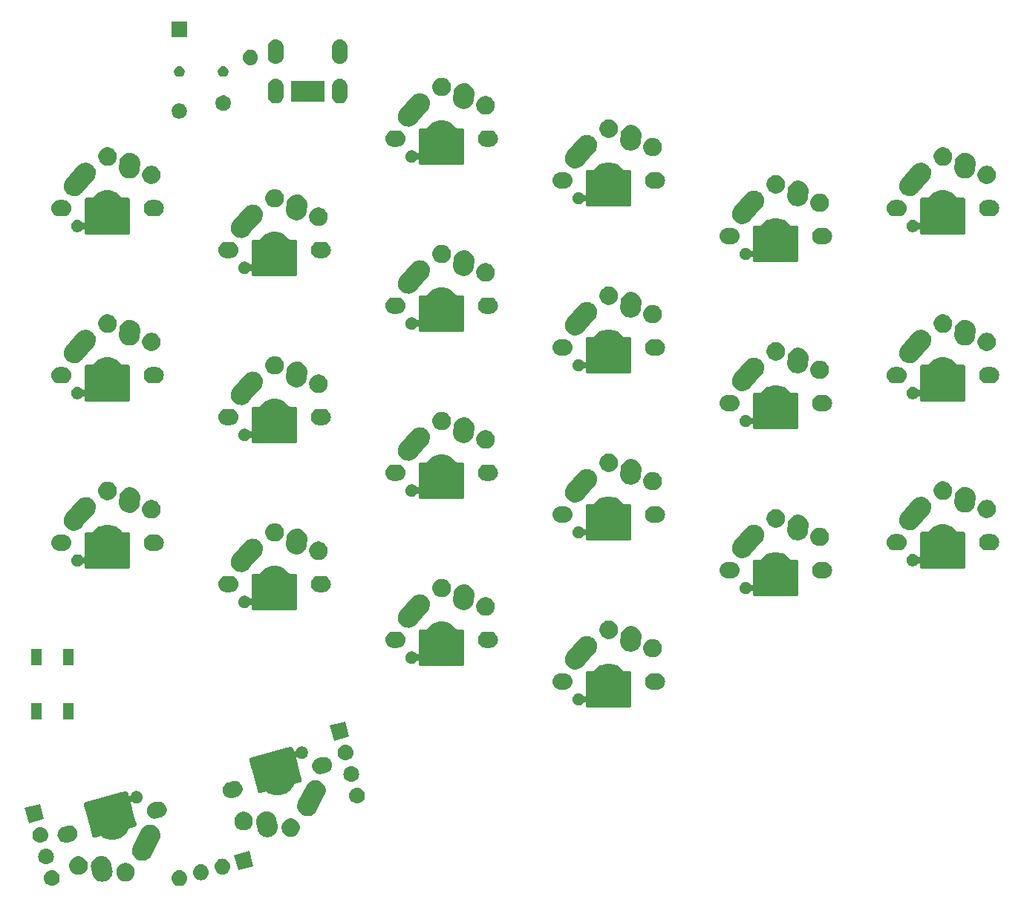
<source format=gts>
G04 #@! TF.GenerationSoftware,KiCad,Pcbnew,(5.1.4)-1*
G04 #@! TF.CreationDate,2022-01-12T13:07:32-05:00*
G04 #@! TF.ProjectId,a44key-pcb,6134346b-6579-42d7-9063-622e6b696361,rev?*
G04 #@! TF.SameCoordinates,Original*
G04 #@! TF.FileFunction,Soldermask,Top*
G04 #@! TF.FilePolarity,Negative*
%FSLAX46Y46*%
G04 Gerber Fmt 4.6, Leading zero omitted, Abs format (unit mm)*
G04 Created by KiCad (PCBNEW (5.1.4)-1) date 2022-01-12 13:07:32*
%MOMM*%
%LPD*%
G04 APERTURE LIST*
%ADD10C,0.100000*%
G04 APERTURE END LIST*
D10*
G36*
X103234442Y-145663518D02*
G01*
X103300627Y-145670037D01*
X103470466Y-145721557D01*
X103626991Y-145805222D01*
X103634795Y-145811627D01*
X103764186Y-145917814D01*
X103847448Y-146019271D01*
X103876778Y-146055009D01*
X103960443Y-146211534D01*
X104011963Y-146381373D01*
X104029359Y-146558000D01*
X104011963Y-146734627D01*
X103960443Y-146904466D01*
X103876778Y-147060991D01*
X103847448Y-147096729D01*
X103764186Y-147198186D01*
X103662729Y-147281448D01*
X103626991Y-147310778D01*
X103470466Y-147394443D01*
X103300627Y-147445963D01*
X103234442Y-147452482D01*
X103168260Y-147459000D01*
X103079740Y-147459000D01*
X103013558Y-147452482D01*
X102947373Y-147445963D01*
X102777534Y-147394443D01*
X102621009Y-147310778D01*
X102585271Y-147281448D01*
X102483814Y-147198186D01*
X102400552Y-147096729D01*
X102371222Y-147060991D01*
X102287557Y-146904466D01*
X102236037Y-146734627D01*
X102218641Y-146558000D01*
X102236037Y-146381373D01*
X102287557Y-146211534D01*
X102371222Y-146055009D01*
X102400552Y-146019271D01*
X102483814Y-145917814D01*
X102613205Y-145811627D01*
X102621009Y-145805222D01*
X102777534Y-145721557D01*
X102947373Y-145670037D01*
X103013558Y-145663518D01*
X103079740Y-145657000D01*
X103168260Y-145657000D01*
X103234442Y-145663518D01*
X103234442Y-145663518D01*
G37*
G36*
X88687775Y-145657000D02*
G01*
X88762828Y-145664392D01*
X88932667Y-145715912D01*
X89089192Y-145799577D01*
X89124930Y-145828907D01*
X89226387Y-145912169D01*
X89295165Y-145995977D01*
X89338979Y-146049364D01*
X89422644Y-146205889D01*
X89474164Y-146375728D01*
X89491560Y-146552355D01*
X89474164Y-146728982D01*
X89422644Y-146898821D01*
X89338979Y-147055346D01*
X89334346Y-147060991D01*
X89226387Y-147192541D01*
X89124930Y-147275803D01*
X89089192Y-147305133D01*
X88932667Y-147388798D01*
X88762828Y-147440318D01*
X88705512Y-147445963D01*
X88630461Y-147453355D01*
X88541941Y-147453355D01*
X88466890Y-147445963D01*
X88409574Y-147440318D01*
X88239735Y-147388798D01*
X88083210Y-147305133D01*
X88047472Y-147275803D01*
X87946015Y-147192541D01*
X87838056Y-147060991D01*
X87833423Y-147055346D01*
X87749758Y-146898821D01*
X87698238Y-146728982D01*
X87680842Y-146552355D01*
X87698238Y-146375728D01*
X87749758Y-146205889D01*
X87833423Y-146049364D01*
X87877237Y-145995977D01*
X87946015Y-145912169D01*
X88047472Y-145828907D01*
X88083210Y-145799577D01*
X88239735Y-145715912D01*
X88409574Y-145664392D01*
X88484627Y-145657000D01*
X88541941Y-145651355D01*
X88630461Y-145651355D01*
X88687775Y-145657000D01*
X88687775Y-145657000D01*
G37*
G36*
X94459123Y-144071673D02*
G01*
X94680624Y-144139498D01*
X94884635Y-144249232D01*
X95063319Y-144396659D01*
X95209808Y-144576113D01*
X95318473Y-144780696D01*
X95368432Y-144946953D01*
X95502604Y-145630835D01*
X95519167Y-145803644D01*
X95495858Y-146034120D01*
X95428033Y-146255621D01*
X95318299Y-146459632D01*
X95170872Y-146638316D01*
X94991418Y-146784805D01*
X94786835Y-146893470D01*
X94564983Y-146960134D01*
X94334388Y-146982236D01*
X94103913Y-146958927D01*
X93882412Y-146891102D01*
X93678401Y-146781368D01*
X93499717Y-146633941D01*
X93353228Y-146454487D01*
X93244563Y-146249904D01*
X93194604Y-146083646D01*
X93060432Y-145399764D01*
X93043869Y-145226956D01*
X93067178Y-144996480D01*
X93135003Y-144774979D01*
X93244737Y-144570968D01*
X93392164Y-144392284D01*
X93571618Y-144245795D01*
X93776201Y-144137130D01*
X93998053Y-144070466D01*
X94228647Y-144048364D01*
X94459123Y-144071673D01*
X94459123Y-144071673D01*
G37*
G36*
X97298804Y-144865393D02*
G01*
X97490073Y-144944619D01*
X97490075Y-144944620D01*
X97662213Y-145059639D01*
X97808605Y-145206031D01*
X97844943Y-145260414D01*
X97923625Y-145378171D01*
X98002851Y-145569440D01*
X98043240Y-145772488D01*
X98043240Y-145979520D01*
X98002851Y-146182568D01*
X97923625Y-146373837D01*
X97923624Y-146373839D01*
X97808605Y-146545977D01*
X97662213Y-146692369D01*
X97490075Y-146807388D01*
X97490074Y-146807389D01*
X97490073Y-146807389D01*
X97298804Y-146886615D01*
X97095756Y-146927004D01*
X96888724Y-146927004D01*
X96685676Y-146886615D01*
X96494407Y-146807389D01*
X96494406Y-146807389D01*
X96494405Y-146807388D01*
X96322267Y-146692369D01*
X96175875Y-146545977D01*
X96060856Y-146373839D01*
X96060855Y-146373837D01*
X95981629Y-146182568D01*
X95941240Y-145979520D01*
X95941240Y-145772488D01*
X95981629Y-145569440D01*
X96060855Y-145378171D01*
X96139538Y-145260414D01*
X96175875Y-145206031D01*
X96322267Y-145059639D01*
X96494405Y-144944620D01*
X96494407Y-144944619D01*
X96685676Y-144865393D01*
X96888724Y-144825004D01*
X97095756Y-144825004D01*
X97298804Y-144865393D01*
X97298804Y-144865393D01*
G37*
G36*
X105687895Y-145006119D02*
G01*
X105754079Y-145012637D01*
X105923918Y-145064157D01*
X106080443Y-145147822D01*
X106116181Y-145177152D01*
X106217638Y-145260414D01*
X106300900Y-145361871D01*
X106330230Y-145397609D01*
X106413895Y-145554134D01*
X106465415Y-145723973D01*
X106482811Y-145900600D01*
X106465415Y-146077227D01*
X106413895Y-146247066D01*
X106330230Y-146403591D01*
X106300900Y-146439329D01*
X106217638Y-146540786D01*
X106116181Y-146624048D01*
X106080443Y-146653378D01*
X105923918Y-146737043D01*
X105754079Y-146788563D01*
X105687895Y-146795081D01*
X105621712Y-146801600D01*
X105533192Y-146801600D01*
X105467009Y-146795081D01*
X105400825Y-146788563D01*
X105230986Y-146737043D01*
X105074461Y-146653378D01*
X105038723Y-146624048D01*
X104937266Y-146540786D01*
X104854004Y-146439329D01*
X104824674Y-146403591D01*
X104741009Y-146247066D01*
X104689489Y-146077227D01*
X104672093Y-145900600D01*
X104689489Y-145723973D01*
X104741009Y-145554134D01*
X104824674Y-145397609D01*
X104854004Y-145361871D01*
X104937266Y-145260414D01*
X105038723Y-145177152D01*
X105074461Y-145147822D01*
X105230986Y-145064157D01*
X105400825Y-145012637D01*
X105467009Y-145006119D01*
X105533192Y-144999600D01*
X105621712Y-144999600D01*
X105687895Y-145006119D01*
X105687895Y-145006119D01*
G37*
G36*
X91925655Y-144131043D02*
G01*
X92116924Y-144210269D01*
X92116926Y-144210270D01*
X92289064Y-144325289D01*
X92435456Y-144471681D01*
X92522462Y-144601894D01*
X92550476Y-144643821D01*
X92629702Y-144835090D01*
X92670091Y-145038138D01*
X92670091Y-145245170D01*
X92629702Y-145448218D01*
X92579490Y-145569440D01*
X92550475Y-145639489D01*
X92435456Y-145811627D01*
X92289064Y-145958019D01*
X92116926Y-146073038D01*
X92116925Y-146073039D01*
X92116924Y-146073039D01*
X91925655Y-146152265D01*
X91722607Y-146192654D01*
X91515575Y-146192654D01*
X91312527Y-146152265D01*
X91121258Y-146073039D01*
X91121257Y-146073039D01*
X91121256Y-146073038D01*
X90949118Y-145958019D01*
X90802726Y-145811627D01*
X90687707Y-145639489D01*
X90658692Y-145569440D01*
X90608480Y-145448218D01*
X90568091Y-145245170D01*
X90568091Y-145038138D01*
X90608480Y-144835090D01*
X90687706Y-144643821D01*
X90715721Y-144601894D01*
X90802726Y-144471681D01*
X90949118Y-144325289D01*
X91121256Y-144210270D01*
X91121258Y-144210269D01*
X91312527Y-144131043D01*
X91515575Y-144090654D01*
X91722607Y-144090654D01*
X91925655Y-144131043D01*
X91925655Y-144131043D01*
G37*
G36*
X108141346Y-144348718D02*
G01*
X108207530Y-144355236D01*
X108377369Y-144406756D01*
X108533894Y-144490421D01*
X108569632Y-144519751D01*
X108671089Y-144603013D01*
X108754351Y-144704470D01*
X108783681Y-144740208D01*
X108867346Y-144896733D01*
X108918866Y-145066572D01*
X108936262Y-145243199D01*
X108918866Y-145419826D01*
X108867346Y-145589665D01*
X108783681Y-145746190D01*
X108762097Y-145772490D01*
X108671089Y-145883385D01*
X108580146Y-145958019D01*
X108533894Y-145995977D01*
X108377369Y-146079642D01*
X108207530Y-146131162D01*
X108141346Y-146137680D01*
X108075163Y-146144199D01*
X107986643Y-146144199D01*
X107920460Y-146137680D01*
X107854276Y-146131162D01*
X107684437Y-146079642D01*
X107527912Y-145995977D01*
X107481660Y-145958019D01*
X107390717Y-145883385D01*
X107299709Y-145772490D01*
X107278125Y-145746190D01*
X107194460Y-145589665D01*
X107142940Y-145419826D01*
X107125544Y-145243199D01*
X107142940Y-145066572D01*
X107194460Y-144896733D01*
X107278125Y-144740208D01*
X107307455Y-144704470D01*
X107390717Y-144603013D01*
X107492174Y-144519751D01*
X107527912Y-144490421D01*
X107684437Y-144406756D01*
X107854276Y-144355236D01*
X107920460Y-144348718D01*
X107986643Y-144342199D01*
X108075163Y-144342199D01*
X108141346Y-144348718D01*
X108141346Y-144348718D01*
G37*
G36*
X111587850Y-145222902D02*
G01*
X109847252Y-145689294D01*
X109380860Y-143948696D01*
X111121458Y-143482304D01*
X111587850Y-145222902D01*
X111587850Y-145222902D01*
G37*
G36*
X88039243Y-143204421D02*
G01*
X88105428Y-143210940D01*
X88275267Y-143262460D01*
X88431792Y-143346125D01*
X88467530Y-143375455D01*
X88568987Y-143458717D01*
X88636320Y-143540764D01*
X88681579Y-143595912D01*
X88765244Y-143752437D01*
X88816764Y-143922276D01*
X88834160Y-144098903D01*
X88816764Y-144275530D01*
X88765244Y-144445369D01*
X88681579Y-144601894D01*
X88652249Y-144637632D01*
X88568987Y-144739089D01*
X88467530Y-144822351D01*
X88431792Y-144851681D01*
X88275267Y-144935346D01*
X88105428Y-144986866D01*
X88039243Y-144993385D01*
X87973061Y-144999903D01*
X87884541Y-144999903D01*
X87818359Y-144993385D01*
X87752174Y-144986866D01*
X87582335Y-144935346D01*
X87425810Y-144851681D01*
X87390072Y-144822351D01*
X87288615Y-144739089D01*
X87205353Y-144637632D01*
X87176023Y-144601894D01*
X87092358Y-144445369D01*
X87040838Y-144275530D01*
X87023442Y-144098903D01*
X87040838Y-143922276D01*
X87092358Y-143752437D01*
X87176023Y-143595912D01*
X87221282Y-143540764D01*
X87288615Y-143458717D01*
X87390072Y-143375455D01*
X87425810Y-143346125D01*
X87582335Y-143262460D01*
X87752174Y-143210940D01*
X87818359Y-143204421D01*
X87884541Y-143197903D01*
X87973061Y-143197903D01*
X88039243Y-143204421D01*
X88039243Y-143204421D01*
G37*
G36*
X100118018Y-140512633D02*
G01*
X100333882Y-140596687D01*
X100529201Y-140721238D01*
X100696468Y-140881502D01*
X100829255Y-141071318D01*
X100922459Y-141283392D01*
X100972499Y-141509574D01*
X100977451Y-141741173D01*
X100940084Y-141952553D01*
X100937125Y-141969292D01*
X100907062Y-142046499D01*
X100874136Y-142131058D01*
X99934385Y-143983407D01*
X99841045Y-144129780D01*
X99680782Y-144297047D01*
X99490965Y-144429834D01*
X99278892Y-144523038D01*
X99052709Y-144573078D01*
X98838670Y-144577655D01*
X98821115Y-144578030D01*
X98821111Y-144578030D01*
X98592996Y-144537705D01*
X98377132Y-144453652D01*
X98181813Y-144329100D01*
X98014546Y-144168837D01*
X97881759Y-143979020D01*
X97788555Y-143766947D01*
X97738515Y-143540764D01*
X97733563Y-143309166D01*
X97773888Y-143081051D01*
X97773889Y-143081050D01*
X97773889Y-143081047D01*
X97796437Y-143023142D01*
X97836878Y-142919281D01*
X98776629Y-141066931D01*
X98869969Y-140920559D01*
X99030231Y-140753292D01*
X99220048Y-140620504D01*
X99432121Y-140527300D01*
X99658304Y-140477260D01*
X99872344Y-140472683D01*
X99889899Y-140472308D01*
X99889903Y-140472308D01*
X100118018Y-140512633D01*
X100118018Y-140512633D01*
G37*
G36*
X87381843Y-140750971D02*
G01*
X87448027Y-140757489D01*
X87617866Y-140809009D01*
X87774391Y-140892674D01*
X87783142Y-140899856D01*
X87911586Y-141005266D01*
X87991714Y-141102904D01*
X88024178Y-141142461D01*
X88024179Y-141142463D01*
X88105272Y-141294175D01*
X88107843Y-141298986D01*
X88159363Y-141468825D01*
X88176759Y-141645452D01*
X88159363Y-141822079D01*
X88107843Y-141991918D01*
X88024178Y-142148443D01*
X88011615Y-142163751D01*
X87911586Y-142285638D01*
X87810129Y-142368900D01*
X87774391Y-142398230D01*
X87617866Y-142481895D01*
X87448027Y-142533415D01*
X87381842Y-142539934D01*
X87315660Y-142546452D01*
X87227140Y-142546452D01*
X87160958Y-142539934D01*
X87094773Y-142533415D01*
X86924934Y-142481895D01*
X86768409Y-142398230D01*
X86732671Y-142368900D01*
X86631214Y-142285638D01*
X86531185Y-142163751D01*
X86518622Y-142148443D01*
X86434957Y-141991918D01*
X86383437Y-141822079D01*
X86366041Y-141645452D01*
X86383437Y-141468825D01*
X86434957Y-141298986D01*
X86437529Y-141294175D01*
X86518621Y-141142463D01*
X86518622Y-141142461D01*
X86551086Y-141102904D01*
X86631214Y-141005266D01*
X86759658Y-140899856D01*
X86768409Y-140892674D01*
X86924934Y-140809009D01*
X87094773Y-140757489D01*
X87160957Y-140750971D01*
X87227140Y-140744452D01*
X87315660Y-140744452D01*
X87381843Y-140750971D01*
X87381843Y-140750971D01*
G37*
G36*
X90690489Y-140564592D02*
G01*
X90696660Y-140564794D01*
X90755874Y-140578601D01*
X90874303Y-140606214D01*
X91040448Y-140681494D01*
X91186093Y-140785861D01*
X91188716Y-140787741D01*
X91208636Y-140809009D01*
X91313409Y-140920875D01*
X91409731Y-141075772D01*
X91473984Y-141246488D01*
X91503696Y-141426455D01*
X91497728Y-141608763D01*
X91486208Y-141658167D01*
X91456308Y-141786405D01*
X91381028Y-141952553D01*
X91274780Y-142100821D01*
X91274779Y-142100822D01*
X91141649Y-142225512D01*
X90986749Y-142321835D01*
X90858818Y-142369985D01*
X90858812Y-142369987D01*
X90858811Y-142369987D01*
X90360420Y-142503530D01*
X90360419Y-142503530D01*
X90360412Y-142503532D01*
X90225547Y-142525799D01*
X90043239Y-142519830D01*
X89865599Y-142478411D01*
X89782524Y-142440770D01*
X89699450Y-142403130D01*
X89551182Y-142296883D01*
X89484335Y-142225511D01*
X89426491Y-142163752D01*
X89330169Y-142008855D01*
X89281395Y-141879263D01*
X89265916Y-141838137D01*
X89265915Y-141838133D01*
X89236202Y-141658169D01*
X89242171Y-141475860D01*
X89283590Y-141298220D01*
X89352712Y-141145665D01*
X89358871Y-141132071D01*
X89465118Y-140983803D01*
X89490909Y-140959647D01*
X89598249Y-140859112D01*
X89753149Y-140762789D01*
X89881080Y-140714639D01*
X90152910Y-140641802D01*
X90379478Y-140581093D01*
X90379479Y-140581093D01*
X90379486Y-140581091D01*
X90514350Y-140558825D01*
X90690489Y-140564592D01*
X90690489Y-140564592D01*
G37*
G36*
X98455920Y-136652728D02*
G01*
X98583496Y-136705572D01*
X98698306Y-136782285D01*
X98795952Y-136879931D01*
X98872665Y-136994741D01*
X98925509Y-137122317D01*
X98952447Y-137257746D01*
X98952447Y-137395834D01*
X98925509Y-137531263D01*
X98872665Y-137658839D01*
X98795952Y-137773649D01*
X98698306Y-137871295D01*
X98583496Y-137948008D01*
X98455920Y-138000852D01*
X98320491Y-138027790D01*
X98182403Y-138027790D01*
X98046974Y-138000852D01*
X97919398Y-137948008D01*
X97804588Y-137871295D01*
X97794423Y-137861130D01*
X97775481Y-137845585D01*
X97753870Y-137834034D01*
X97730421Y-137826921D01*
X97706035Y-137824519D01*
X97681649Y-137826921D01*
X97658200Y-137834034D01*
X97636589Y-137845585D01*
X97617647Y-137861130D01*
X97602102Y-137880072D01*
X97590551Y-137901683D01*
X97583438Y-137925132D01*
X97581036Y-137949518D01*
X97585295Y-137981869D01*
X98044412Y-139695316D01*
X98218298Y-140344268D01*
X98222050Y-140355945D01*
X98225117Y-140364094D01*
X98225117Y-140364096D01*
X98225118Y-140364098D01*
X98225854Y-140368555D01*
X98226536Y-140372690D01*
X98226542Y-140372712D01*
X98234777Y-140422595D01*
X98234777Y-140422597D01*
X98232987Y-140477260D01*
X98232837Y-140481858D01*
X98219373Y-140539601D01*
X98194903Y-140593608D01*
X98160367Y-140641803D01*
X98117092Y-140682334D01*
X98066741Y-140713644D01*
X98066737Y-140713646D01*
X98019414Y-140731457D01*
X98019400Y-140731462D01*
X98011250Y-140734529D01*
X98002658Y-140735948D01*
X97990668Y-140738537D01*
X97644714Y-140831235D01*
X97633035Y-140834988D01*
X97624880Y-140838057D01*
X97616282Y-140839477D01*
X97604293Y-140842066D01*
X97437558Y-140886742D01*
X97414625Y-140895374D01*
X97393816Y-140908313D01*
X97375931Y-140925064D01*
X97361658Y-140944982D01*
X97354426Y-140959647D01*
X97329690Y-141019364D01*
X97277375Y-141145665D01*
X97053585Y-141480590D01*
X96768756Y-141765419D01*
X96433831Y-141989209D01*
X96279682Y-142053059D01*
X96061682Y-142143358D01*
X95666614Y-142221942D01*
X95263802Y-142221942D01*
X94868734Y-142143358D01*
X94650734Y-142053059D01*
X94496585Y-141989209D01*
X94207782Y-141796237D01*
X94186177Y-141784689D01*
X94162728Y-141777576D01*
X94138342Y-141775174D01*
X94105991Y-141779433D01*
X93977597Y-141813836D01*
X93965936Y-141817583D01*
X93949749Y-141823675D01*
X93932685Y-141826492D01*
X93920714Y-141829078D01*
X93587825Y-141918275D01*
X93576149Y-141922027D01*
X93567991Y-141925097D01*
X93537176Y-141930185D01*
X93509494Y-141934755D01*
X93509491Y-141934755D01*
X93450231Y-141932815D01*
X93392488Y-141919351D01*
X93338481Y-141894882D01*
X93290286Y-141860345D01*
X93254446Y-141822079D01*
X93249754Y-141817069D01*
X93218444Y-141766718D01*
X93200638Y-141719410D01*
X93200627Y-141719375D01*
X93197561Y-141711228D01*
X93196143Y-141702641D01*
X93193555Y-141690656D01*
X92927342Y-140697135D01*
X92511924Y-139146771D01*
X92508171Y-139135093D01*
X92496414Y-139103854D01*
X92490976Y-139070921D01*
X92488387Y-139058932D01*
X92353332Y-138554897D01*
X92272632Y-138253723D01*
X92268885Y-138242060D01*
X92265812Y-138233895D01*
X92258621Y-138190335D01*
X92256154Y-138175393D01*
X92258094Y-138116139D01*
X92258094Y-138116136D01*
X92271558Y-138058393D01*
X92296028Y-138004386D01*
X92305766Y-137990797D01*
X92330563Y-137956192D01*
X92373840Y-137915659D01*
X92424191Y-137884349D01*
X92471517Y-137866537D01*
X92471531Y-137866532D01*
X92479681Y-137863465D01*
X92488273Y-137862046D01*
X92500263Y-137859457D01*
X92849632Y-137765844D01*
X92861313Y-137762090D01*
X92861438Y-137762043D01*
X92861577Y-137762020D01*
X92873563Y-137759431D01*
X96516751Y-136783241D01*
X96528429Y-136779489D01*
X96531543Y-136778317D01*
X96536570Y-136776425D01*
X96545157Y-136775007D01*
X96557141Y-136772419D01*
X96570994Y-136768707D01*
X96903120Y-136679714D01*
X96914797Y-136675962D01*
X96922942Y-136672896D01*
X96931526Y-136671479D01*
X96931554Y-136671473D01*
X96981435Y-136663238D01*
X97035062Y-136664994D01*
X97040698Y-136665178D01*
X97098441Y-136678642D01*
X97127514Y-136691815D01*
X97152448Y-136703112D01*
X97167357Y-136713796D01*
X97200643Y-136737648D01*
X97200645Y-136737650D01*
X97241173Y-136780921D01*
X97241174Y-136780923D01*
X97241175Y-136780924D01*
X97270835Y-136828621D01*
X97272487Y-136831279D01*
X97290292Y-136878585D01*
X97290303Y-136878619D01*
X97293369Y-136886765D01*
X97294786Y-136895351D01*
X97297376Y-136907340D01*
X97318138Y-136984828D01*
X97347032Y-137092660D01*
X97355664Y-137115594D01*
X97368604Y-137136403D01*
X97385355Y-137154287D01*
X97405273Y-137168560D01*
X97427593Y-137178673D01*
X97451456Y-137184238D01*
X97475947Y-137185039D01*
X97500124Y-137181048D01*
X97523058Y-137172416D01*
X97543867Y-137159476D01*
X97561751Y-137142725D01*
X97576024Y-137122807D01*
X97583256Y-137108143D01*
X97630229Y-136994741D01*
X97706942Y-136879931D01*
X97804588Y-136782285D01*
X97919398Y-136705572D01*
X98046974Y-136652728D01*
X98182403Y-136625790D01*
X98320491Y-136625790D01*
X98455920Y-136652728D01*
X98455920Y-136652728D01*
G37*
G36*
X113293915Y-138992009D02*
G01*
X113515416Y-139059834D01*
X113719427Y-139169568D01*
X113898111Y-139316995D01*
X114044600Y-139496449D01*
X114153265Y-139701032D01*
X114203224Y-139867289D01*
X114337396Y-140551171D01*
X114353959Y-140723980D01*
X114330650Y-140954456D01*
X114262825Y-141175957D01*
X114153091Y-141379968D01*
X114005664Y-141558652D01*
X113826210Y-141705141D01*
X113621627Y-141813806D01*
X113399775Y-141880470D01*
X113169180Y-141902572D01*
X112938705Y-141879263D01*
X112717204Y-141811438D01*
X112513193Y-141701704D01*
X112334509Y-141554277D01*
X112188020Y-141374823D01*
X112079355Y-141170240D01*
X112029396Y-141003982D01*
X111895224Y-140320100D01*
X111878661Y-140147292D01*
X111901970Y-139916816D01*
X111969795Y-139695315D01*
X112079529Y-139491304D01*
X112226956Y-139312620D01*
X112406410Y-139166131D01*
X112610993Y-139057466D01*
X112832845Y-138990802D01*
X113063439Y-138968700D01*
X113293915Y-138992009D01*
X113293915Y-138992009D01*
G37*
G36*
X116133596Y-139785729D02*
G01*
X116238310Y-139829103D01*
X116324867Y-139864956D01*
X116497005Y-139979975D01*
X116643397Y-140126367D01*
X116756405Y-140295495D01*
X116758417Y-140298507D01*
X116837643Y-140489776D01*
X116878032Y-140692824D01*
X116878032Y-140899856D01*
X116837643Y-141102904D01*
X116758417Y-141294173D01*
X116758416Y-141294175D01*
X116643397Y-141466313D01*
X116497005Y-141612705D01*
X116324867Y-141727724D01*
X116324866Y-141727725D01*
X116324865Y-141727725D01*
X116133596Y-141806951D01*
X115930548Y-141847340D01*
X115723516Y-141847340D01*
X115520468Y-141806951D01*
X115329199Y-141727725D01*
X115329198Y-141727725D01*
X115329197Y-141727724D01*
X115157059Y-141612705D01*
X115010667Y-141466313D01*
X114895648Y-141294175D01*
X114895647Y-141294173D01*
X114816421Y-141102904D01*
X114776032Y-140899856D01*
X114776032Y-140692824D01*
X114816421Y-140489776D01*
X114895647Y-140298507D01*
X114897660Y-140295495D01*
X115010667Y-140126367D01*
X115157059Y-139979975D01*
X115329197Y-139864956D01*
X115415754Y-139829103D01*
X115520468Y-139785729D01*
X115723516Y-139745340D01*
X115930548Y-139745340D01*
X116133596Y-139785729D01*
X116133596Y-139785729D01*
G37*
G36*
X110760447Y-139051379D02*
G01*
X110951716Y-139130605D01*
X110951718Y-139130606D01*
X111123856Y-139245625D01*
X111270248Y-139392017D01*
X111340027Y-139496448D01*
X111385268Y-139564157D01*
X111464494Y-139755426D01*
X111504883Y-139958474D01*
X111504883Y-140165506D01*
X111464494Y-140368554D01*
X111393644Y-140539601D01*
X111385267Y-140559825D01*
X111270248Y-140731963D01*
X111123856Y-140878355D01*
X110951718Y-140993374D01*
X110951717Y-140993375D01*
X110951716Y-140993375D01*
X110760447Y-141072601D01*
X110557399Y-141112990D01*
X110350367Y-141112990D01*
X110147319Y-141072601D01*
X109956050Y-140993375D01*
X109956049Y-140993375D01*
X109956048Y-140993374D01*
X109783910Y-140878355D01*
X109637518Y-140731963D01*
X109522499Y-140559825D01*
X109514122Y-140539601D01*
X109443272Y-140368554D01*
X109402883Y-140165506D01*
X109402883Y-139958474D01*
X109443272Y-139755426D01*
X109522498Y-139564157D01*
X109567740Y-139496448D01*
X109637518Y-139392017D01*
X109783910Y-139245625D01*
X109956048Y-139130606D01*
X109956050Y-139130605D01*
X110147319Y-139051379D01*
X110350367Y-139010990D01*
X110557399Y-139010990D01*
X110760447Y-139051379D01*
X110760447Y-139051379D01*
G37*
G36*
X87717495Y-139829103D02*
G01*
X85976897Y-140295495D01*
X85510505Y-138554897D01*
X87251103Y-138088505D01*
X87717495Y-139829103D01*
X87717495Y-139829103D01*
G37*
G36*
X100880458Y-137834034D02*
G01*
X100887178Y-137834254D01*
X100935774Y-137845585D01*
X101064821Y-137875674D01*
X101230966Y-137950954D01*
X101344414Y-138032249D01*
X101379234Y-138057201D01*
X101408553Y-138088505D01*
X101503927Y-138190335D01*
X101600249Y-138345232D01*
X101664502Y-138515948D01*
X101694214Y-138695915D01*
X101688246Y-138878223D01*
X101676726Y-138927627D01*
X101646826Y-139055865D01*
X101571546Y-139222013D01*
X101503482Y-139316995D01*
X101465297Y-139370282D01*
X101332167Y-139494972D01*
X101177267Y-139591295D01*
X101049336Y-139639445D01*
X101049330Y-139639447D01*
X101049329Y-139639447D01*
X100550938Y-139772990D01*
X100550937Y-139772990D01*
X100550930Y-139772992D01*
X100416065Y-139795259D01*
X100233757Y-139789290D01*
X100056117Y-139747871D01*
X99952746Y-139701034D01*
X99889968Y-139672590D01*
X99741700Y-139566343D01*
X99739651Y-139564155D01*
X99617009Y-139433212D01*
X99520687Y-139278315D01*
X99465094Y-139130605D01*
X99456434Y-139107597D01*
X99453392Y-139089173D01*
X99426720Y-138927629D01*
X99432689Y-138745320D01*
X99474108Y-138567680D01*
X99524066Y-138457421D01*
X99549389Y-138401531D01*
X99655636Y-138253263D01*
X99681001Y-138229506D01*
X99788767Y-138128572D01*
X99943667Y-138032249D01*
X100071598Y-137984099D01*
X100374393Y-137902965D01*
X100569996Y-137850553D01*
X100569997Y-137850553D01*
X100570004Y-137850551D01*
X100704868Y-137828285D01*
X100880458Y-137834034D01*
X100880458Y-137834034D01*
G37*
G36*
X118952810Y-135432969D02*
G01*
X119168674Y-135517023D01*
X119363993Y-135641574D01*
X119531260Y-135801838D01*
X119664047Y-135991654D01*
X119757251Y-136203728D01*
X119807291Y-136429910D01*
X119812243Y-136661509D01*
X119772423Y-136886765D01*
X119771917Y-136889628D01*
X119754326Y-136934803D01*
X119708928Y-137051394D01*
X118769177Y-138903743D01*
X118675837Y-139050116D01*
X118515574Y-139217383D01*
X118325757Y-139350170D01*
X118113684Y-139443374D01*
X117887501Y-139493414D01*
X117673462Y-139497991D01*
X117655907Y-139498366D01*
X117655903Y-139498366D01*
X117427788Y-139458041D01*
X117211924Y-139373988D01*
X117016605Y-139249436D01*
X116849338Y-139089173D01*
X116716551Y-138899356D01*
X116623347Y-138687283D01*
X116573307Y-138461100D01*
X116568355Y-138229502D01*
X116608680Y-138001387D01*
X116608681Y-138001386D01*
X116608681Y-138001383D01*
X116642060Y-137915661D01*
X116671670Y-137839617D01*
X117611421Y-135987267D01*
X117704761Y-135840895D01*
X117865023Y-135673628D01*
X118054840Y-135540840D01*
X118266913Y-135447636D01*
X118493096Y-135397596D01*
X118707136Y-135393019D01*
X118724691Y-135392644D01*
X118724695Y-135392644D01*
X118952810Y-135432969D01*
X118952810Y-135432969D01*
G37*
G36*
X123494643Y-136259873D02*
G01*
X123560828Y-136266392D01*
X123730667Y-136317912D01*
X123887192Y-136401577D01*
X123887774Y-136402055D01*
X124024387Y-136514169D01*
X124103846Y-136610992D01*
X124136979Y-136651364D01*
X124220644Y-136807889D01*
X124272164Y-136977728D01*
X124289560Y-137154355D01*
X124272164Y-137330982D01*
X124220644Y-137500821D01*
X124136979Y-137657346D01*
X124107649Y-137693084D01*
X124024387Y-137794541D01*
X123925525Y-137875674D01*
X123887192Y-137907133D01*
X123730667Y-137990798D01*
X123560828Y-138042318D01*
X123494643Y-138048837D01*
X123428461Y-138055355D01*
X123339941Y-138055355D01*
X123273759Y-138048837D01*
X123207574Y-138042318D01*
X123037735Y-137990798D01*
X122881210Y-137907133D01*
X122842877Y-137875674D01*
X122744015Y-137794541D01*
X122660753Y-137693084D01*
X122631423Y-137657346D01*
X122547758Y-137500821D01*
X122496238Y-137330982D01*
X122478842Y-137154355D01*
X122496238Y-136977728D01*
X122547758Y-136807889D01*
X122631423Y-136651364D01*
X122664556Y-136610992D01*
X122744015Y-136514169D01*
X122880628Y-136402055D01*
X122881210Y-136401577D01*
X123037735Y-136317912D01*
X123207574Y-136266392D01*
X123273759Y-136259873D01*
X123339941Y-136253355D01*
X123428461Y-136253355D01*
X123494643Y-136259873D01*
X123494643Y-136259873D01*
G37*
G36*
X109525281Y-135484928D02*
G01*
X109531452Y-135485130D01*
X109590666Y-135498937D01*
X109709095Y-135526550D01*
X109875240Y-135601830D01*
X110020885Y-135706197D01*
X110023508Y-135708077D01*
X110051072Y-135737507D01*
X110148201Y-135841211D01*
X110244523Y-135996108D01*
X110308776Y-136166824D01*
X110338488Y-136346791D01*
X110332520Y-136529099D01*
X110321000Y-136578503D01*
X110291100Y-136706741D01*
X110215820Y-136872889D01*
X110121490Y-137004525D01*
X110109571Y-137021158D01*
X109976441Y-137145848D01*
X109821541Y-137242171D01*
X109693610Y-137290321D01*
X109693604Y-137290323D01*
X109693603Y-137290323D01*
X109195212Y-137423866D01*
X109195211Y-137423866D01*
X109195204Y-137423868D01*
X109060339Y-137446135D01*
X108878031Y-137440166D01*
X108700391Y-137398747D01*
X108611902Y-137358653D01*
X108534242Y-137323466D01*
X108385974Y-137217219D01*
X108349872Y-137178673D01*
X108261283Y-137084088D01*
X108164961Y-136929191D01*
X108115326Y-136797311D01*
X108100708Y-136758473D01*
X108100707Y-136758469D01*
X108070994Y-136578505D01*
X108076963Y-136396196D01*
X108118382Y-136218556D01*
X108187504Y-136066001D01*
X108193663Y-136052407D01*
X108299910Y-135904139D01*
X108362625Y-135845400D01*
X108433041Y-135779448D01*
X108587941Y-135683125D01*
X108715872Y-135634975D01*
X108987702Y-135562138D01*
X109214270Y-135501429D01*
X109214271Y-135501429D01*
X109214278Y-135501427D01*
X109349142Y-135479161D01*
X109525281Y-135484928D01*
X109525281Y-135484928D01*
G37*
G36*
X117290712Y-131573064D02*
G01*
X117418288Y-131625908D01*
X117533098Y-131702621D01*
X117630744Y-131800267D01*
X117707457Y-131915077D01*
X117760301Y-132042653D01*
X117787239Y-132178082D01*
X117787239Y-132316170D01*
X117760301Y-132451599D01*
X117707457Y-132579175D01*
X117630744Y-132693985D01*
X117533098Y-132791631D01*
X117418288Y-132868344D01*
X117290712Y-132921188D01*
X117155283Y-132948126D01*
X117017195Y-132948126D01*
X116881766Y-132921188D01*
X116754190Y-132868344D01*
X116639380Y-132791631D01*
X116629215Y-132781466D01*
X116610273Y-132765921D01*
X116588662Y-132754370D01*
X116565213Y-132747257D01*
X116540827Y-132744855D01*
X116516441Y-132747257D01*
X116492992Y-132754370D01*
X116471381Y-132765921D01*
X116452439Y-132781466D01*
X116436894Y-132800408D01*
X116425343Y-132822019D01*
X116418230Y-132845468D01*
X116415828Y-132869854D01*
X116420087Y-132902205D01*
X116808973Y-134353547D01*
X117053090Y-135264604D01*
X117056842Y-135276281D01*
X117059909Y-135284430D01*
X117061328Y-135293026D01*
X117061334Y-135293048D01*
X117069265Y-135341089D01*
X117069569Y-135342933D01*
X117067779Y-135397596D01*
X117067629Y-135402194D01*
X117054165Y-135459937D01*
X117029695Y-135513944D01*
X116995159Y-135562139D01*
X116951884Y-135602670D01*
X116901533Y-135633980D01*
X116901529Y-135633982D01*
X116854206Y-135651793D01*
X116854192Y-135651798D01*
X116846042Y-135654865D01*
X116837450Y-135656284D01*
X116825460Y-135658873D01*
X116479506Y-135751571D01*
X116467827Y-135755324D01*
X116459672Y-135758393D01*
X116451074Y-135759813D01*
X116439085Y-135762402D01*
X116272350Y-135807078D01*
X116249417Y-135815710D01*
X116228608Y-135828649D01*
X116210723Y-135845400D01*
X116196450Y-135865318D01*
X116189218Y-135879983D01*
X116112167Y-136066001D01*
X115888377Y-136400926D01*
X115603548Y-136685755D01*
X115268623Y-136909545D01*
X115119402Y-136971354D01*
X114896474Y-137063694D01*
X114501406Y-137142278D01*
X114098594Y-137142278D01*
X113703526Y-137063694D01*
X113480598Y-136971354D01*
X113331377Y-136909545D01*
X113042574Y-136716573D01*
X113020969Y-136705025D01*
X112997520Y-136697912D01*
X112973134Y-136695510D01*
X112940783Y-136699769D01*
X112812389Y-136734172D01*
X112800728Y-136737919D01*
X112784541Y-136744011D01*
X112767477Y-136746828D01*
X112755506Y-136749414D01*
X112422617Y-136838611D01*
X112410941Y-136842363D01*
X112402783Y-136845433D01*
X112371968Y-136850521D01*
X112344286Y-136855091D01*
X112344283Y-136855091D01*
X112285023Y-136853151D01*
X112227280Y-136839687D01*
X112173273Y-136815218D01*
X112128650Y-136783241D01*
X112125079Y-136780682D01*
X112084546Y-136737405D01*
X112053236Y-136687054D01*
X112035430Y-136639746D01*
X112035419Y-136639711D01*
X112032353Y-136631564D01*
X112030935Y-136622977D01*
X112028347Y-136610992D01*
X111346716Y-134067108D01*
X111342963Y-134055429D01*
X111331206Y-134024190D01*
X111325768Y-133991257D01*
X111323179Y-133979268D01*
X111191549Y-133488015D01*
X111107424Y-133174059D01*
X111103677Y-133162396D01*
X111100604Y-133154231D01*
X111093413Y-133110671D01*
X111090946Y-133095729D01*
X111092886Y-133036475D01*
X111092886Y-133036472D01*
X111106350Y-132978729D01*
X111130820Y-132924722D01*
X111133353Y-132921187D01*
X111165355Y-132876528D01*
X111208632Y-132835995D01*
X111258983Y-132804685D01*
X111306309Y-132786873D01*
X111306323Y-132786868D01*
X111314473Y-132783801D01*
X111323065Y-132782382D01*
X111335055Y-132779793D01*
X111684424Y-132686180D01*
X111696105Y-132682426D01*
X111696230Y-132682379D01*
X111696369Y-132682356D01*
X111708355Y-132679767D01*
X115351543Y-131703577D01*
X115363221Y-131699825D01*
X115366335Y-131698653D01*
X115371362Y-131696761D01*
X115379949Y-131695343D01*
X115391933Y-131692755D01*
X115405786Y-131689043D01*
X115737912Y-131600050D01*
X115749589Y-131596298D01*
X115757734Y-131593232D01*
X115766318Y-131591815D01*
X115766346Y-131591809D01*
X115816227Y-131583574D01*
X115869854Y-131585330D01*
X115875490Y-131585514D01*
X115933233Y-131598978D01*
X115951527Y-131607267D01*
X115987240Y-131623448D01*
X115987242Y-131623449D01*
X115987241Y-131623449D01*
X116035435Y-131657984D01*
X116035437Y-131657986D01*
X116075965Y-131701257D01*
X116075966Y-131701259D01*
X116075967Y-131701260D01*
X116105627Y-131748957D01*
X116107279Y-131751615D01*
X116125084Y-131798921D01*
X116125095Y-131798955D01*
X116128161Y-131807101D01*
X116129578Y-131815687D01*
X116132168Y-131827676D01*
X116149320Y-131891690D01*
X116181824Y-132012996D01*
X116190456Y-132035930D01*
X116203396Y-132056739D01*
X116220147Y-132074623D01*
X116240065Y-132088896D01*
X116262385Y-132099009D01*
X116286248Y-132104574D01*
X116310739Y-132105375D01*
X116334916Y-132101384D01*
X116357850Y-132092752D01*
X116378659Y-132079812D01*
X116396543Y-132063061D01*
X116410816Y-132043143D01*
X116418048Y-132028479D01*
X116465021Y-131915077D01*
X116541734Y-131800267D01*
X116639380Y-131702621D01*
X116754190Y-131625908D01*
X116881766Y-131573064D01*
X117017195Y-131546126D01*
X117155283Y-131546126D01*
X117290712Y-131573064D01*
X117290712Y-131573064D01*
G37*
G36*
X122837244Y-133806422D02*
G01*
X122903428Y-133812940D01*
X123073267Y-133864460D01*
X123229792Y-133948125D01*
X123264002Y-133976201D01*
X123366987Y-134060717D01*
X123450249Y-134162174D01*
X123479579Y-134197912D01*
X123563244Y-134354437D01*
X123614764Y-134524276D01*
X123632160Y-134700903D01*
X123614764Y-134877530D01*
X123563244Y-135047369D01*
X123479579Y-135203894D01*
X123450249Y-135239632D01*
X123366987Y-135341089D01*
X123265530Y-135424351D01*
X123229792Y-135453681D01*
X123073267Y-135537346D01*
X122903428Y-135588866D01*
X122837243Y-135595385D01*
X122771061Y-135601903D01*
X122682541Y-135601903D01*
X122616359Y-135595385D01*
X122550174Y-135588866D01*
X122380335Y-135537346D01*
X122223810Y-135453681D01*
X122188072Y-135424351D01*
X122086615Y-135341089D01*
X122003353Y-135239632D01*
X121974023Y-135203894D01*
X121890358Y-135047369D01*
X121838838Y-134877530D01*
X121821442Y-134700903D01*
X121838838Y-134524276D01*
X121890358Y-134354437D01*
X121974023Y-134197912D01*
X122003353Y-134162174D01*
X122086615Y-134060717D01*
X122189600Y-133976201D01*
X122223810Y-133948125D01*
X122380335Y-133864460D01*
X122550174Y-133812940D01*
X122616358Y-133806422D01*
X122682541Y-133799903D01*
X122771061Y-133799903D01*
X122837244Y-133806422D01*
X122837244Y-133806422D01*
G37*
G36*
X119715250Y-132754370D02*
G01*
X119721970Y-132754590D01*
X119770566Y-132765921D01*
X119899613Y-132796010D01*
X120065758Y-132871290D01*
X120179206Y-132952585D01*
X120214026Y-132977537D01*
X120235280Y-133000230D01*
X120338719Y-133110671D01*
X120435041Y-133265568D01*
X120499294Y-133436284D01*
X120529006Y-133616251D01*
X120523038Y-133798559D01*
X120506726Y-133868515D01*
X120481618Y-133976201D01*
X120406338Y-134142349D01*
X120300090Y-134290617D01*
X120300089Y-134290618D01*
X120166959Y-134415308D01*
X120012059Y-134511631D01*
X119884128Y-134559781D01*
X119884122Y-134559783D01*
X119884121Y-134559783D01*
X119385730Y-134693326D01*
X119385729Y-134693326D01*
X119385722Y-134693328D01*
X119250857Y-134715595D01*
X119068549Y-134709626D01*
X118890909Y-134668207D01*
X118807834Y-134630566D01*
X118724760Y-134592926D01*
X118576492Y-134486679D01*
X118576491Y-134486678D01*
X118451801Y-134353548D01*
X118355479Y-134198651D01*
X118305971Y-134067108D01*
X118291226Y-134027933D01*
X118290608Y-134024190D01*
X118261512Y-133847965D01*
X118267481Y-133665656D01*
X118308900Y-133488016D01*
X118358858Y-133377757D01*
X118384181Y-133321867D01*
X118490428Y-133173599D01*
X118535843Y-133131063D01*
X118623559Y-133048908D01*
X118778459Y-132952585D01*
X118906390Y-132904435D01*
X119209185Y-132823301D01*
X119404788Y-132770889D01*
X119404789Y-132770889D01*
X119404796Y-132770887D01*
X119539660Y-132748621D01*
X119715250Y-132754370D01*
X119715250Y-132754370D01*
G37*
G36*
X122179843Y-131352971D02*
G01*
X122246027Y-131359489D01*
X122415866Y-131411009D01*
X122572391Y-131494674D01*
X122608129Y-131524004D01*
X122709586Y-131607266D01*
X122783032Y-131696762D01*
X122822178Y-131744461D01*
X122905843Y-131900986D01*
X122957363Y-132070825D01*
X122974759Y-132247452D01*
X122957363Y-132424079D01*
X122905843Y-132593918D01*
X122822178Y-132750443D01*
X122798091Y-132779793D01*
X122709586Y-132887638D01*
X122630445Y-132952586D01*
X122572391Y-133000230D01*
X122415866Y-133083895D01*
X122246027Y-133135415D01*
X122179843Y-133141933D01*
X122113660Y-133148452D01*
X122025140Y-133148452D01*
X121958957Y-133141933D01*
X121892773Y-133135415D01*
X121722934Y-133083895D01*
X121566409Y-133000230D01*
X121508355Y-132952586D01*
X121429214Y-132887638D01*
X121340709Y-132779793D01*
X121316622Y-132750443D01*
X121232957Y-132593918D01*
X121181437Y-132424079D01*
X121164041Y-132247452D01*
X121181437Y-132070825D01*
X121232957Y-131900986D01*
X121316622Y-131744461D01*
X121355768Y-131696762D01*
X121429214Y-131607266D01*
X121530671Y-131524004D01*
X121566409Y-131494674D01*
X121722934Y-131411009D01*
X121892773Y-131359489D01*
X121958957Y-131352971D01*
X122025140Y-131346452D01*
X122113660Y-131346452D01*
X122179843Y-131352971D01*
X122179843Y-131352971D01*
G37*
G36*
X122515495Y-130431103D02*
G01*
X120774897Y-130897495D01*
X120308505Y-129156897D01*
X122049103Y-128690505D01*
X122515495Y-130431103D01*
X122515495Y-130431103D01*
G37*
G36*
X91097000Y-128511000D02*
G01*
X89895000Y-128511000D01*
X89895000Y-126609000D01*
X91097000Y-126609000D01*
X91097000Y-128511000D01*
X91097000Y-128511000D01*
G37*
G36*
X87397000Y-128511000D02*
G01*
X86195000Y-128511000D01*
X86195000Y-126609000D01*
X87397000Y-126609000D01*
X87397000Y-128511000D01*
X87397000Y-128511000D01*
G37*
G36*
X152678974Y-122176184D02*
G01*
X152862483Y-122252196D01*
X153051123Y-122330333D01*
X153386048Y-122554123D01*
X153670877Y-122838952D01*
X153670879Y-122838955D01*
X153705618Y-122890946D01*
X153721163Y-122909888D01*
X153740105Y-122925434D01*
X153761715Y-122936985D01*
X153785164Y-122944098D01*
X153809551Y-122946500D01*
X153943046Y-122946500D01*
X153955298Y-122945898D01*
X153972500Y-122944204D01*
X153989702Y-122945898D01*
X154001954Y-122946500D01*
X154346574Y-122946500D01*
X154358826Y-122945898D01*
X154367500Y-122945044D01*
X154376173Y-122945898D01*
X154376175Y-122945898D01*
X154426504Y-122950855D01*
X154454876Y-122959462D01*
X154483245Y-122968067D01*
X154483247Y-122968068D01*
X154535531Y-122996014D01*
X154535532Y-122996015D01*
X154535536Y-122996017D01*
X154581369Y-123033631D01*
X154618983Y-123079464D01*
X154618985Y-123079468D01*
X154618986Y-123079469D01*
X154646932Y-123131753D01*
X154664145Y-123188496D01*
X154669956Y-123247500D01*
X154669102Y-123256174D01*
X154668500Y-123268426D01*
X154668500Y-125902014D01*
X154669102Y-125914266D01*
X154672375Y-125947500D01*
X154669102Y-125980734D01*
X154668500Y-125992986D01*
X154668500Y-126826574D01*
X154669102Y-126838826D01*
X154669956Y-126847500D01*
X154669102Y-126856174D01*
X154664145Y-126906504D01*
X154664144Y-126906506D01*
X154646933Y-126963245D01*
X154618983Y-127015536D01*
X154581369Y-127061369D01*
X154535536Y-127098983D01*
X154535532Y-127098985D01*
X154535531Y-127098986D01*
X154484817Y-127126093D01*
X154483245Y-127126933D01*
X154454876Y-127135538D01*
X154426504Y-127144145D01*
X154367500Y-127149956D01*
X154358827Y-127149102D01*
X154346575Y-127148500D01*
X153984897Y-127148500D01*
X153972645Y-127149102D01*
X153972500Y-127149116D01*
X153972355Y-127149102D01*
X153960103Y-127148500D01*
X150188426Y-127148500D01*
X150176174Y-127149102D01*
X150167500Y-127149956D01*
X150158827Y-127149102D01*
X150146575Y-127148500D01*
X149788426Y-127148500D01*
X149776174Y-127149102D01*
X149767500Y-127149956D01*
X149758827Y-127149102D01*
X149758825Y-127149102D01*
X149708496Y-127144145D01*
X149680125Y-127135539D01*
X149651755Y-127126933D01*
X149650183Y-127126093D01*
X149599469Y-127098986D01*
X149599468Y-127098985D01*
X149599464Y-127098983D01*
X149553631Y-127061369D01*
X149516017Y-127015536D01*
X149488067Y-126963245D01*
X149470856Y-126906506D01*
X149470855Y-126906504D01*
X149465044Y-126847500D01*
X149465899Y-126838816D01*
X149466501Y-126826564D01*
X149466501Y-126631592D01*
X149464099Y-126607206D01*
X149456986Y-126583757D01*
X149445435Y-126562146D01*
X149429890Y-126543204D01*
X149410948Y-126527659D01*
X149389337Y-126516108D01*
X149365888Y-126508995D01*
X149341502Y-126506593D01*
X149317116Y-126508995D01*
X149293667Y-126516108D01*
X149272056Y-126527659D01*
X149253114Y-126543204D01*
X149237569Y-126562147D01*
X149198005Y-126621359D01*
X149100359Y-126719005D01*
X148985549Y-126795718D01*
X148857973Y-126848562D01*
X148722544Y-126875500D01*
X148584456Y-126875500D01*
X148449027Y-126848562D01*
X148321451Y-126795718D01*
X148206641Y-126719005D01*
X148108995Y-126621359D01*
X148032282Y-126506549D01*
X147979438Y-126378973D01*
X147952500Y-126243544D01*
X147952500Y-126105456D01*
X147979438Y-125970027D01*
X148032282Y-125842451D01*
X148108995Y-125727641D01*
X148206641Y-125629995D01*
X148321451Y-125553282D01*
X148449027Y-125500438D01*
X148584456Y-125473500D01*
X148722544Y-125473500D01*
X148857973Y-125500438D01*
X148985549Y-125553282D01*
X149100359Y-125629995D01*
X149198005Y-125727641D01*
X149237569Y-125786853D01*
X149253114Y-125805795D01*
X149272056Y-125821341D01*
X149293667Y-125832892D01*
X149317115Y-125840005D01*
X149341502Y-125842407D01*
X149365888Y-125840005D01*
X149389337Y-125832892D01*
X149410947Y-125821341D01*
X149429889Y-125805796D01*
X149445435Y-125786854D01*
X149456986Y-125765243D01*
X149464099Y-125741795D01*
X149466501Y-125717408D01*
X149466501Y-125002152D01*
X149466500Y-123268426D01*
X149465898Y-123256174D01*
X149465044Y-123247500D01*
X149470855Y-123188496D01*
X149488068Y-123131753D01*
X149516014Y-123079469D01*
X149516015Y-123079468D01*
X149516017Y-123079464D01*
X149553631Y-123033631D01*
X149599464Y-122996017D01*
X149599468Y-122996015D01*
X149599469Y-122996014D01*
X149651753Y-122968068D01*
X149651755Y-122968067D01*
X149680124Y-122959462D01*
X149708496Y-122950855D01*
X149758826Y-122945898D01*
X149767500Y-122945044D01*
X149776173Y-122945898D01*
X149788425Y-122946500D01*
X150146574Y-122946500D01*
X150158826Y-122945898D01*
X150167500Y-122945044D01*
X150176173Y-122945898D01*
X150188425Y-122946500D01*
X150355449Y-122946500D01*
X150379835Y-122944098D01*
X150403284Y-122936985D01*
X150424895Y-122925434D01*
X150443837Y-122909889D01*
X150459382Y-122890946D01*
X150494121Y-122838955D01*
X150494123Y-122838952D01*
X150778952Y-122554123D01*
X151113877Y-122330333D01*
X151302517Y-122252196D01*
X151486026Y-122176184D01*
X151881094Y-122097600D01*
X152283906Y-122097600D01*
X152678974Y-122176184D01*
X152678974Y-122176184D01*
G37*
G36*
X157751529Y-123229898D02*
G01*
X157926079Y-123282848D01*
X158086947Y-123368833D01*
X158227949Y-123484551D01*
X158343667Y-123625553D01*
X158429652Y-123786421D01*
X158482602Y-123960971D01*
X158500480Y-124142500D01*
X158482602Y-124324029D01*
X158429652Y-124498579D01*
X158343667Y-124659447D01*
X158227949Y-124800449D01*
X158086947Y-124916167D01*
X157926079Y-125002152D01*
X157751529Y-125055102D01*
X157615490Y-125068500D01*
X157099510Y-125068500D01*
X156963471Y-125055102D01*
X156788921Y-125002152D01*
X156628053Y-124916167D01*
X156487051Y-124800449D01*
X156371333Y-124659447D01*
X156285348Y-124498579D01*
X156232398Y-124324029D01*
X156214520Y-124142500D01*
X156232398Y-123960971D01*
X156285348Y-123786421D01*
X156371333Y-123625553D01*
X156487051Y-123484551D01*
X156628053Y-123368833D01*
X156788921Y-123282848D01*
X156963471Y-123229898D01*
X157099510Y-123216500D01*
X157615490Y-123216500D01*
X157751529Y-123229898D01*
X157751529Y-123229898D01*
G37*
G36*
X147201529Y-123229898D02*
G01*
X147376079Y-123282848D01*
X147536947Y-123368833D01*
X147677949Y-123484551D01*
X147793667Y-123625553D01*
X147879652Y-123786421D01*
X147932602Y-123960971D01*
X147950480Y-124142500D01*
X147932602Y-124324029D01*
X147879652Y-124498579D01*
X147793667Y-124659447D01*
X147677949Y-124800449D01*
X147536947Y-124916167D01*
X147376079Y-125002152D01*
X147201529Y-125055102D01*
X147065490Y-125068500D01*
X146549510Y-125068500D01*
X146413471Y-125055102D01*
X146238921Y-125002152D01*
X146078053Y-124916167D01*
X145937051Y-124800449D01*
X145821333Y-124659447D01*
X145735348Y-124498579D01*
X145682398Y-124324029D01*
X145664520Y-124142500D01*
X145682398Y-123960971D01*
X145735348Y-123786421D01*
X145821333Y-123625553D01*
X145937051Y-123484551D01*
X146078053Y-123368833D01*
X146238921Y-123282848D01*
X146413471Y-123229898D01*
X146549510Y-123216500D01*
X147065490Y-123216500D01*
X147201529Y-123229898D01*
X147201529Y-123229898D01*
G37*
G36*
X149755017Y-118967741D02*
G01*
X149980006Y-119022900D01*
X150057045Y-119058865D01*
X150189915Y-119120894D01*
X150283289Y-119189422D01*
X150376666Y-119257951D01*
X150533092Y-119428811D01*
X150653181Y-119626905D01*
X150732316Y-119844621D01*
X150732316Y-119844622D01*
X150767455Y-120073588D01*
X150767455Y-120073592D01*
X150757250Y-120305018D01*
X150702091Y-120530008D01*
X150650290Y-120640968D01*
X150604099Y-120739914D01*
X150593397Y-120754496D01*
X150501386Y-120879868D01*
X150501380Y-120879875D01*
X150501379Y-120879876D01*
X149407573Y-122098942D01*
X149114234Y-122425874D01*
X148986190Y-122543101D01*
X148788096Y-122663190D01*
X148570380Y-122742324D01*
X148524586Y-122749352D01*
X148341413Y-122777464D01*
X148341409Y-122777464D01*
X148109984Y-122767259D01*
X147884994Y-122712100D01*
X147675089Y-122614108D01*
X147488335Y-122477049D01*
X147331908Y-122306189D01*
X147211819Y-122108095D01*
X147132685Y-121890379D01*
X147118760Y-121799646D01*
X147097545Y-121661412D01*
X147098835Y-121632165D01*
X147107750Y-121429983D01*
X147162909Y-121204993D01*
X147260901Y-120995088D01*
X147363614Y-120855133D01*
X147363619Y-120855127D01*
X147363623Y-120855122D01*
X148750756Y-119309136D01*
X148750762Y-119309131D01*
X148750766Y-119309126D01*
X148878809Y-119191899D01*
X149076903Y-119071810D01*
X149294619Y-118992675D01*
X149370943Y-118980962D01*
X149523586Y-118957536D01*
X149523590Y-118957536D01*
X149755017Y-118967741D01*
X149755017Y-118967741D01*
G37*
G36*
X133628974Y-117413684D02*
G01*
X133846974Y-117503983D01*
X134001123Y-117567833D01*
X134336048Y-117791623D01*
X134620877Y-118076452D01*
X134620879Y-118076455D01*
X134655618Y-118128446D01*
X134671163Y-118147388D01*
X134690105Y-118162934D01*
X134711715Y-118174485D01*
X134735164Y-118181598D01*
X134759551Y-118184000D01*
X134893046Y-118184000D01*
X134905298Y-118183398D01*
X134922500Y-118181704D01*
X134939702Y-118183398D01*
X134951954Y-118184000D01*
X135296574Y-118184000D01*
X135308826Y-118183398D01*
X135317500Y-118182544D01*
X135326173Y-118183398D01*
X135326175Y-118183398D01*
X135376504Y-118188355D01*
X135404876Y-118196962D01*
X135433245Y-118205567D01*
X135433247Y-118205568D01*
X135485531Y-118233514D01*
X135485532Y-118233515D01*
X135485536Y-118233517D01*
X135531369Y-118271131D01*
X135568983Y-118316964D01*
X135568985Y-118316968D01*
X135568986Y-118316969D01*
X135596932Y-118369253D01*
X135614145Y-118425996D01*
X135619956Y-118485000D01*
X135619102Y-118493674D01*
X135618500Y-118505926D01*
X135618500Y-121139514D01*
X135619102Y-121151766D01*
X135622375Y-121185000D01*
X135619102Y-121218234D01*
X135618500Y-121230486D01*
X135618500Y-122064074D01*
X135619102Y-122076326D01*
X135619956Y-122085000D01*
X135619102Y-122093674D01*
X135614145Y-122144004D01*
X135614144Y-122144006D01*
X135596933Y-122200745D01*
X135568983Y-122253036D01*
X135531369Y-122298869D01*
X135485536Y-122336483D01*
X135485532Y-122336485D01*
X135485531Y-122336486D01*
X135434817Y-122363593D01*
X135433245Y-122364433D01*
X135404876Y-122373038D01*
X135376504Y-122381645D01*
X135317500Y-122387456D01*
X135308827Y-122386602D01*
X135296575Y-122386000D01*
X134934897Y-122386000D01*
X134922645Y-122386602D01*
X134922500Y-122386616D01*
X134922355Y-122386602D01*
X134910103Y-122386000D01*
X131138426Y-122386000D01*
X131126174Y-122386602D01*
X131117500Y-122387456D01*
X131108827Y-122386602D01*
X131096575Y-122386000D01*
X130738426Y-122386000D01*
X130726174Y-122386602D01*
X130717500Y-122387456D01*
X130708827Y-122386602D01*
X130708825Y-122386602D01*
X130658496Y-122381645D01*
X130630125Y-122373039D01*
X130601755Y-122364433D01*
X130600183Y-122363593D01*
X130549469Y-122336486D01*
X130549468Y-122336485D01*
X130549464Y-122336483D01*
X130503631Y-122298869D01*
X130466017Y-122253036D01*
X130438067Y-122200745D01*
X130420856Y-122144006D01*
X130420855Y-122144004D01*
X130415044Y-122085000D01*
X130415899Y-122076316D01*
X130416501Y-122064064D01*
X130416501Y-121869092D01*
X130414099Y-121844706D01*
X130406986Y-121821257D01*
X130395435Y-121799646D01*
X130379890Y-121780704D01*
X130360948Y-121765159D01*
X130339337Y-121753608D01*
X130315888Y-121746495D01*
X130291502Y-121744093D01*
X130267116Y-121746495D01*
X130243667Y-121753608D01*
X130222056Y-121765159D01*
X130203114Y-121780704D01*
X130187569Y-121799647D01*
X130148005Y-121858859D01*
X130050359Y-121956505D01*
X129935549Y-122033218D01*
X129807973Y-122086062D01*
X129672544Y-122113000D01*
X129534456Y-122113000D01*
X129399027Y-122086062D01*
X129271451Y-122033218D01*
X129156641Y-121956505D01*
X129058995Y-121858859D01*
X128982282Y-121744049D01*
X128929438Y-121616473D01*
X128902500Y-121481044D01*
X128902500Y-121342956D01*
X128929438Y-121207527D01*
X128982282Y-121079951D01*
X129058995Y-120965141D01*
X129156641Y-120867495D01*
X129271451Y-120790782D01*
X129399027Y-120737938D01*
X129534456Y-120711000D01*
X129672544Y-120711000D01*
X129807973Y-120737938D01*
X129935549Y-120790782D01*
X130050359Y-120867495D01*
X130148005Y-120965141D01*
X130187569Y-121024353D01*
X130203114Y-121043295D01*
X130222056Y-121058841D01*
X130243667Y-121070392D01*
X130267115Y-121077505D01*
X130291502Y-121079907D01*
X130315888Y-121077505D01*
X130339337Y-121070392D01*
X130360947Y-121058841D01*
X130379889Y-121043296D01*
X130395435Y-121024354D01*
X130406986Y-121002743D01*
X130414099Y-120979295D01*
X130416501Y-120954908D01*
X130416501Y-120239652D01*
X130416500Y-118505926D01*
X130415898Y-118493674D01*
X130415044Y-118485000D01*
X130420855Y-118425996D01*
X130438068Y-118369253D01*
X130466014Y-118316969D01*
X130466015Y-118316968D01*
X130466017Y-118316964D01*
X130503631Y-118271131D01*
X130549464Y-118233517D01*
X130549468Y-118233515D01*
X130549469Y-118233514D01*
X130601753Y-118205568D01*
X130601755Y-118205567D01*
X130630124Y-118196962D01*
X130658496Y-118188355D01*
X130708826Y-118183398D01*
X130717500Y-118182544D01*
X130726173Y-118183398D01*
X130738425Y-118184000D01*
X131096574Y-118184000D01*
X131108826Y-118183398D01*
X131117500Y-118182544D01*
X131126173Y-118183398D01*
X131138425Y-118184000D01*
X131305449Y-118184000D01*
X131329835Y-118181598D01*
X131353284Y-118174485D01*
X131374895Y-118162934D01*
X131393837Y-118147389D01*
X131409382Y-118128446D01*
X131444121Y-118076455D01*
X131444123Y-118076452D01*
X131728952Y-117791623D01*
X132063877Y-117567833D01*
X132218026Y-117503983D01*
X132436026Y-117413684D01*
X132831094Y-117335100D01*
X133233906Y-117335100D01*
X133628974Y-117413684D01*
X133628974Y-117413684D01*
G37*
G36*
X91097000Y-122311000D02*
G01*
X89895000Y-122311000D01*
X89895000Y-120409000D01*
X91097000Y-120409000D01*
X91097000Y-122311000D01*
X91097000Y-122311000D01*
G37*
G36*
X87397000Y-122311000D02*
G01*
X86195000Y-122311000D01*
X86195000Y-120409000D01*
X87397000Y-120409000D01*
X87397000Y-122311000D01*
X87397000Y-122311000D01*
G37*
G36*
X157389064Y-119331890D02*
G01*
X157580333Y-119411116D01*
X157580335Y-119411117D01*
X157752473Y-119526136D01*
X157898865Y-119672528D01*
X158013855Y-119844622D01*
X158013885Y-119844668D01*
X158093111Y-120035937D01*
X158133500Y-120238985D01*
X158133500Y-120446017D01*
X158093111Y-120649065D01*
X158049440Y-120754496D01*
X158013884Y-120840336D01*
X157898865Y-121012474D01*
X157752473Y-121158866D01*
X157580335Y-121273885D01*
X157580334Y-121273886D01*
X157580333Y-121273886D01*
X157389064Y-121353112D01*
X157186016Y-121393501D01*
X156978984Y-121393501D01*
X156775936Y-121353112D01*
X156584667Y-121273886D01*
X156584666Y-121273886D01*
X156584665Y-121273885D01*
X156412527Y-121158866D01*
X156266135Y-121012474D01*
X156151116Y-120840336D01*
X156115560Y-120754496D01*
X156071889Y-120649065D01*
X156031500Y-120446017D01*
X156031500Y-120238985D01*
X156071889Y-120035937D01*
X156151115Y-119844668D01*
X156151146Y-119844622D01*
X156266135Y-119672528D01*
X156412527Y-119526136D01*
X156584665Y-119411117D01*
X156584667Y-119411116D01*
X156775936Y-119331890D01*
X156978984Y-119291501D01*
X157186016Y-119291501D01*
X157389064Y-119331890D01*
X157389064Y-119331890D01*
G37*
G36*
X154936100Y-117861864D02*
G01*
X154936102Y-117861865D01*
X154936104Y-117861865D01*
X155061072Y-117909274D01*
X155152690Y-117944031D01*
X155349089Y-118066873D01*
X155517748Y-118225670D01*
X155652186Y-118414320D01*
X155747238Y-118625573D01*
X155747239Y-118625577D01*
X155799251Y-118851309D01*
X155801983Y-118942050D01*
X155804477Y-119024832D01*
X155757076Y-119720137D01*
X155728349Y-119891345D01*
X155646182Y-120107935D01*
X155523340Y-120304334D01*
X155364543Y-120472993D01*
X155175894Y-120607431D01*
X154964641Y-120702483D01*
X154939810Y-120708204D01*
X154738904Y-120754496D01*
X154615942Y-120758199D01*
X154507358Y-120761469D01*
X154278900Y-120723136D01*
X154062310Y-120640969D01*
X153865911Y-120518127D01*
X153697252Y-120359330D01*
X153562814Y-120170681D01*
X153467762Y-119959428D01*
X153441320Y-119844668D01*
X153415749Y-119733691D01*
X153413017Y-119642951D01*
X153410523Y-119560169D01*
X153457924Y-118864863D01*
X153486651Y-118693655D01*
X153568817Y-118477065D01*
X153691660Y-118280666D01*
X153850457Y-118112007D01*
X154039106Y-117977569D01*
X154250359Y-117882517D01*
X154476096Y-117830504D01*
X154599058Y-117826801D01*
X154707642Y-117823531D01*
X154936100Y-117861864D01*
X154936100Y-117861864D01*
G37*
G36*
X138701529Y-118467398D02*
G01*
X138876079Y-118520348D01*
X139036947Y-118606333D01*
X139177949Y-118722051D01*
X139293667Y-118863053D01*
X139379652Y-119023921D01*
X139432602Y-119198471D01*
X139450480Y-119380000D01*
X139432602Y-119561529D01*
X139379652Y-119736079D01*
X139293667Y-119896947D01*
X139177949Y-120037949D01*
X139036947Y-120153667D01*
X138876079Y-120239652D01*
X138701529Y-120292602D01*
X138565490Y-120306000D01*
X138049510Y-120306000D01*
X137913471Y-120292602D01*
X137738921Y-120239652D01*
X137578053Y-120153667D01*
X137437051Y-120037949D01*
X137321333Y-119896947D01*
X137235348Y-119736079D01*
X137182398Y-119561529D01*
X137164520Y-119380000D01*
X137182398Y-119198471D01*
X137235348Y-119023921D01*
X137321333Y-118863053D01*
X137437051Y-118722051D01*
X137578053Y-118606333D01*
X137738921Y-118520348D01*
X137913471Y-118467398D01*
X138049510Y-118454000D01*
X138565490Y-118454000D01*
X138701529Y-118467398D01*
X138701529Y-118467398D01*
G37*
G36*
X128151529Y-118467398D02*
G01*
X128326079Y-118520348D01*
X128486947Y-118606333D01*
X128627949Y-118722051D01*
X128743667Y-118863053D01*
X128829652Y-119023921D01*
X128882602Y-119198471D01*
X128900480Y-119380000D01*
X128882602Y-119561529D01*
X128829652Y-119736079D01*
X128743667Y-119896947D01*
X128627949Y-120037949D01*
X128486947Y-120153667D01*
X128326079Y-120239652D01*
X128151529Y-120292602D01*
X128015490Y-120306000D01*
X127499510Y-120306000D01*
X127363471Y-120292602D01*
X127188921Y-120239652D01*
X127028053Y-120153667D01*
X126887051Y-120037949D01*
X126771333Y-119896947D01*
X126685348Y-119736079D01*
X126632398Y-119561529D01*
X126614520Y-119380000D01*
X126632398Y-119198471D01*
X126685348Y-119023921D01*
X126771333Y-118863053D01*
X126887051Y-118722051D01*
X127028053Y-118606333D01*
X127188921Y-118520348D01*
X127363471Y-118467398D01*
X127499510Y-118454000D01*
X128015490Y-118454000D01*
X128151529Y-118467398D01*
X128151529Y-118467398D01*
G37*
G36*
X152389064Y-117231889D02*
G01*
X152580333Y-117311115D01*
X152580335Y-117311116D01*
X152631932Y-117345592D01*
X152752473Y-117426135D01*
X152898865Y-117572527D01*
X153013885Y-117744667D01*
X153093111Y-117935936D01*
X153133500Y-118138984D01*
X153133500Y-118346016D01*
X153093111Y-118549064D01*
X153015480Y-118736483D01*
X153013884Y-118740335D01*
X152898865Y-118912473D01*
X152752473Y-119058865D01*
X152580335Y-119173884D01*
X152580334Y-119173885D01*
X152580333Y-119173885D01*
X152389064Y-119253111D01*
X152186016Y-119293500D01*
X151978984Y-119293500D01*
X151775936Y-119253111D01*
X151584667Y-119173885D01*
X151584666Y-119173885D01*
X151584665Y-119173884D01*
X151412527Y-119058865D01*
X151266135Y-118912473D01*
X151151116Y-118740335D01*
X151149520Y-118736483D01*
X151071889Y-118549064D01*
X151031500Y-118346016D01*
X151031500Y-118138984D01*
X151071889Y-117935936D01*
X151151115Y-117744667D01*
X151266135Y-117572527D01*
X151412527Y-117426135D01*
X151533068Y-117345592D01*
X151584665Y-117311116D01*
X151584667Y-117311115D01*
X151775936Y-117231889D01*
X151978984Y-117191500D01*
X152186016Y-117191500D01*
X152389064Y-117231889D01*
X152389064Y-117231889D01*
G37*
G36*
X130705017Y-114205241D02*
G01*
X130930006Y-114260400D01*
X131139911Y-114358392D01*
X131139915Y-114358394D01*
X131212119Y-114411385D01*
X131326666Y-114495451D01*
X131483092Y-114666311D01*
X131603181Y-114864405D01*
X131679691Y-115074900D01*
X131682316Y-115082122D01*
X131717455Y-115311088D01*
X131717455Y-115311092D01*
X131707250Y-115542518D01*
X131652091Y-115767508D01*
X131600290Y-115878468D01*
X131554099Y-115977414D01*
X131526931Y-116014432D01*
X131451386Y-116117368D01*
X131451380Y-116117375D01*
X131451379Y-116117376D01*
X130349364Y-117345592D01*
X130064234Y-117663374D01*
X129936190Y-117780601D01*
X129738096Y-117900690D01*
X129520380Y-117979824D01*
X129474586Y-117986852D01*
X129291413Y-118014964D01*
X129291409Y-118014964D01*
X129059984Y-118004759D01*
X128834994Y-117949600D01*
X128625089Y-117851608D01*
X128438335Y-117714549D01*
X128281908Y-117543689D01*
X128161819Y-117345595D01*
X128082685Y-117127879D01*
X128075657Y-117082085D01*
X128047545Y-116898912D01*
X128047545Y-116898908D01*
X128057750Y-116667483D01*
X128112909Y-116442493D01*
X128210901Y-116232588D01*
X128313614Y-116092633D01*
X128313619Y-116092627D01*
X128313623Y-116092622D01*
X129700756Y-114546636D01*
X129700762Y-114546631D01*
X129700766Y-114546626D01*
X129828809Y-114429399D01*
X130026903Y-114309310D01*
X130244619Y-114230175D01*
X130320943Y-114218462D01*
X130473586Y-114195036D01*
X130473590Y-114195036D01*
X130705017Y-114205241D01*
X130705017Y-114205241D01*
G37*
G36*
X138339064Y-114569390D02*
G01*
X138530333Y-114648616D01*
X138530335Y-114648617D01*
X138702473Y-114763636D01*
X138848865Y-114910028D01*
X138963855Y-115082122D01*
X138963885Y-115082168D01*
X139043111Y-115273437D01*
X139083500Y-115476485D01*
X139083500Y-115683517D01*
X139043111Y-115886565D01*
X138999440Y-115991996D01*
X138963884Y-116077836D01*
X138848865Y-116249974D01*
X138702473Y-116396366D01*
X138530335Y-116511385D01*
X138530334Y-116511386D01*
X138530333Y-116511386D01*
X138339064Y-116590612D01*
X138136016Y-116631001D01*
X137928984Y-116631001D01*
X137725936Y-116590612D01*
X137534667Y-116511386D01*
X137534666Y-116511386D01*
X137534665Y-116511385D01*
X137362527Y-116396366D01*
X137216135Y-116249974D01*
X137101116Y-116077836D01*
X137065560Y-115991996D01*
X137021889Y-115886565D01*
X136981500Y-115683517D01*
X136981500Y-115476485D01*
X137021889Y-115273437D01*
X137101115Y-115082168D01*
X137101146Y-115082122D01*
X137216135Y-114910028D01*
X137362527Y-114763636D01*
X137534665Y-114648617D01*
X137534667Y-114648616D01*
X137725936Y-114569390D01*
X137928984Y-114529001D01*
X138136016Y-114529001D01*
X138339064Y-114569390D01*
X138339064Y-114569390D01*
G37*
G36*
X114578974Y-111063684D02*
G01*
X114762483Y-111139696D01*
X114951123Y-111217833D01*
X115286048Y-111441623D01*
X115570877Y-111726452D01*
X115570879Y-111726455D01*
X115605618Y-111778446D01*
X115621163Y-111797388D01*
X115640105Y-111812934D01*
X115661715Y-111824485D01*
X115685164Y-111831598D01*
X115709551Y-111834000D01*
X115843046Y-111834000D01*
X115855298Y-111833398D01*
X115872500Y-111831704D01*
X115889702Y-111833398D01*
X115901954Y-111834000D01*
X116246574Y-111834000D01*
X116258826Y-111833398D01*
X116267500Y-111832544D01*
X116276173Y-111833398D01*
X116276175Y-111833398D01*
X116326504Y-111838355D01*
X116354875Y-111846961D01*
X116383245Y-111855567D01*
X116383247Y-111855568D01*
X116435531Y-111883514D01*
X116435532Y-111883515D01*
X116435536Y-111883517D01*
X116481369Y-111921131D01*
X116518983Y-111966964D01*
X116518985Y-111966968D01*
X116518986Y-111966969D01*
X116546932Y-112019253D01*
X116564145Y-112075996D01*
X116569956Y-112135000D01*
X116569102Y-112143674D01*
X116568500Y-112155926D01*
X116568500Y-114789514D01*
X116569102Y-114801766D01*
X116572375Y-114835000D01*
X116569102Y-114868234D01*
X116568500Y-114880486D01*
X116568500Y-115714074D01*
X116569102Y-115726326D01*
X116569956Y-115735000D01*
X116569102Y-115743674D01*
X116564145Y-115794004D01*
X116564144Y-115794006D01*
X116547188Y-115849905D01*
X116546932Y-115850747D01*
X116527787Y-115886566D01*
X116518983Y-115903036D01*
X116481369Y-115948869D01*
X116435536Y-115986483D01*
X116435532Y-115986485D01*
X116435531Y-115986486D01*
X116384817Y-116013593D01*
X116383245Y-116014433D01*
X116354876Y-116023038D01*
X116326504Y-116031645D01*
X116267500Y-116037456D01*
X116258827Y-116036602D01*
X116246575Y-116036000D01*
X115884897Y-116036000D01*
X115872645Y-116036602D01*
X115872500Y-116036616D01*
X115872355Y-116036602D01*
X115860103Y-116036000D01*
X112088426Y-116036000D01*
X112076174Y-116036602D01*
X112067500Y-116037456D01*
X112058827Y-116036602D01*
X112046575Y-116036000D01*
X111688426Y-116036000D01*
X111676174Y-116036602D01*
X111667500Y-116037456D01*
X111658827Y-116036602D01*
X111658825Y-116036602D01*
X111608496Y-116031645D01*
X111580124Y-116023038D01*
X111551755Y-116014433D01*
X111550183Y-116013593D01*
X111499469Y-115986486D01*
X111499468Y-115986485D01*
X111499464Y-115986483D01*
X111453631Y-115948869D01*
X111416017Y-115903036D01*
X111407214Y-115886566D01*
X111388068Y-115850747D01*
X111387813Y-115849905D01*
X111370856Y-115794006D01*
X111370855Y-115794004D01*
X111365044Y-115735000D01*
X111365899Y-115726316D01*
X111366501Y-115714064D01*
X111366501Y-115519092D01*
X111364099Y-115494706D01*
X111356986Y-115471257D01*
X111345435Y-115449646D01*
X111329890Y-115430704D01*
X111310948Y-115415159D01*
X111289337Y-115403608D01*
X111265888Y-115396495D01*
X111241502Y-115394093D01*
X111217116Y-115396495D01*
X111193667Y-115403608D01*
X111172056Y-115415159D01*
X111153114Y-115430704D01*
X111137569Y-115449647D01*
X111098005Y-115508859D01*
X111000359Y-115606505D01*
X110885549Y-115683218D01*
X110757973Y-115736062D01*
X110622544Y-115763000D01*
X110484456Y-115763000D01*
X110349027Y-115736062D01*
X110221451Y-115683218D01*
X110106641Y-115606505D01*
X110008995Y-115508859D01*
X109932282Y-115394049D01*
X109879438Y-115266473D01*
X109852500Y-115131044D01*
X109852500Y-114992956D01*
X109879438Y-114857527D01*
X109932282Y-114729951D01*
X110008995Y-114615141D01*
X110106641Y-114517495D01*
X110221451Y-114440782D01*
X110349027Y-114387938D01*
X110484456Y-114361000D01*
X110622544Y-114361000D01*
X110757973Y-114387938D01*
X110885549Y-114440782D01*
X111000359Y-114517495D01*
X111098005Y-114615141D01*
X111137569Y-114674353D01*
X111153114Y-114693295D01*
X111172056Y-114708841D01*
X111193667Y-114720392D01*
X111217115Y-114727505D01*
X111241502Y-114729907D01*
X111265888Y-114727505D01*
X111289337Y-114720392D01*
X111310947Y-114708841D01*
X111329889Y-114693296D01*
X111345435Y-114674354D01*
X111356986Y-114652743D01*
X111364099Y-114629295D01*
X111366501Y-114604908D01*
X111366501Y-113933631D01*
X111366500Y-112155926D01*
X111365898Y-112143674D01*
X111365044Y-112135000D01*
X111370855Y-112075996D01*
X111388068Y-112019253D01*
X111416014Y-111966969D01*
X111416015Y-111966968D01*
X111416017Y-111966964D01*
X111453631Y-111921131D01*
X111499464Y-111883517D01*
X111499468Y-111883515D01*
X111499469Y-111883514D01*
X111551753Y-111855568D01*
X111551755Y-111855567D01*
X111580125Y-111846961D01*
X111608496Y-111838355D01*
X111658826Y-111833398D01*
X111667500Y-111832544D01*
X111676173Y-111833398D01*
X111688425Y-111834000D01*
X112046574Y-111834000D01*
X112058826Y-111833398D01*
X112067500Y-111832544D01*
X112076173Y-111833398D01*
X112088425Y-111834000D01*
X112255449Y-111834000D01*
X112279835Y-111831598D01*
X112303284Y-111824485D01*
X112324895Y-111812934D01*
X112343837Y-111797389D01*
X112359382Y-111778446D01*
X112394121Y-111726455D01*
X112394123Y-111726452D01*
X112678952Y-111441623D01*
X113013877Y-111217833D01*
X113202517Y-111139696D01*
X113386026Y-111063684D01*
X113781094Y-110985100D01*
X114183906Y-110985100D01*
X114578974Y-111063684D01*
X114578974Y-111063684D01*
G37*
G36*
X135886100Y-113099364D02*
G01*
X135886102Y-113099365D01*
X135886104Y-113099365D01*
X135974479Y-113132892D01*
X136102690Y-113181531D01*
X136299089Y-113304373D01*
X136467748Y-113463170D01*
X136602186Y-113651820D01*
X136697238Y-113863073D01*
X136697239Y-113863077D01*
X136749251Y-114088809D01*
X136751279Y-114156174D01*
X136754477Y-114262332D01*
X136707076Y-114957637D01*
X136678349Y-115128845D01*
X136596182Y-115345435D01*
X136473340Y-115541834D01*
X136314543Y-115710493D01*
X136125894Y-115844931D01*
X135914641Y-115939983D01*
X135889810Y-115945704D01*
X135688904Y-115991996D01*
X135565942Y-115995699D01*
X135457358Y-115998969D01*
X135228900Y-115960636D01*
X135012310Y-115878469D01*
X134815911Y-115755627D01*
X134647252Y-115596830D01*
X134512814Y-115408181D01*
X134417762Y-115196928D01*
X134391320Y-115082168D01*
X134365749Y-114971191D01*
X134362649Y-114868234D01*
X134360523Y-114797669D01*
X134407924Y-114102363D01*
X134436651Y-113931155D01*
X134518817Y-113714565D01*
X134641660Y-113518166D01*
X134800457Y-113349507D01*
X134989106Y-113215069D01*
X135200359Y-113120017D01*
X135426096Y-113068004D01*
X135549058Y-113064301D01*
X135657642Y-113061031D01*
X135886100Y-113099364D01*
X135886100Y-113099364D01*
G37*
G36*
X133339064Y-112469389D02*
G01*
X133530333Y-112548615D01*
X133530335Y-112548616D01*
X133702473Y-112663635D01*
X133848865Y-112810027D01*
X133963885Y-112982167D01*
X134043111Y-113173436D01*
X134083500Y-113376484D01*
X134083500Y-113583516D01*
X134043111Y-113786564D01*
X133963885Y-113977833D01*
X133963884Y-113977835D01*
X133848865Y-114149973D01*
X133702473Y-114296365D01*
X133530335Y-114411384D01*
X133530334Y-114411385D01*
X133530333Y-114411385D01*
X133339064Y-114490611D01*
X133136016Y-114531000D01*
X132928984Y-114531000D01*
X132725936Y-114490611D01*
X132534667Y-114411385D01*
X132534666Y-114411385D01*
X132534665Y-114411384D01*
X132362527Y-114296365D01*
X132216135Y-114149973D01*
X132101116Y-113977835D01*
X132101115Y-113977833D01*
X132021889Y-113786564D01*
X131981500Y-113583516D01*
X131981500Y-113376484D01*
X132021889Y-113173436D01*
X132101115Y-112982167D01*
X132216135Y-112810027D01*
X132362527Y-112663635D01*
X132534665Y-112548616D01*
X132534667Y-112548615D01*
X132725936Y-112469389D01*
X132928984Y-112429000D01*
X133136016Y-112429000D01*
X133339064Y-112469389D01*
X133339064Y-112469389D01*
G37*
G36*
X171728974Y-109476184D02*
G01*
X171877221Y-109537590D01*
X172101123Y-109630333D01*
X172436048Y-109854123D01*
X172720877Y-110138952D01*
X172720879Y-110138955D01*
X172755618Y-110190946D01*
X172771163Y-110209888D01*
X172790105Y-110225434D01*
X172811715Y-110236985D01*
X172835164Y-110244098D01*
X172859551Y-110246500D01*
X172993046Y-110246500D01*
X173005298Y-110245898D01*
X173022500Y-110244204D01*
X173039702Y-110245898D01*
X173051954Y-110246500D01*
X173396574Y-110246500D01*
X173408826Y-110245898D01*
X173417500Y-110245044D01*
X173426173Y-110245898D01*
X173426175Y-110245898D01*
X173476504Y-110250855D01*
X173504876Y-110259462D01*
X173533245Y-110268067D01*
X173585536Y-110296017D01*
X173631369Y-110333631D01*
X173668983Y-110379464D01*
X173668985Y-110379468D01*
X173668986Y-110379469D01*
X173696932Y-110431753D01*
X173714145Y-110488496D01*
X173718422Y-110531915D01*
X173719957Y-110547498D01*
X173719102Y-110556174D01*
X173718500Y-110568426D01*
X173718500Y-113202014D01*
X173719102Y-113214266D01*
X173722375Y-113247500D01*
X173719102Y-113280734D01*
X173718500Y-113292986D01*
X173718500Y-114126574D01*
X173719102Y-114138826D01*
X173719956Y-114147500D01*
X173719102Y-114156174D01*
X173714145Y-114206504D01*
X173714144Y-114206506D01*
X173696933Y-114263245D01*
X173668983Y-114315536D01*
X173631369Y-114361369D01*
X173585536Y-114398983D01*
X173585532Y-114398985D01*
X173585531Y-114398986D01*
X173534817Y-114426093D01*
X173533245Y-114426933D01*
X173504875Y-114435539D01*
X173476504Y-114444145D01*
X173417500Y-114449956D01*
X173408827Y-114449102D01*
X173396575Y-114448500D01*
X173034897Y-114448500D01*
X173022645Y-114449102D01*
X173022500Y-114449116D01*
X173022355Y-114449102D01*
X173010103Y-114448500D01*
X169238426Y-114448500D01*
X169226174Y-114449102D01*
X169217500Y-114449956D01*
X169208827Y-114449102D01*
X169196575Y-114448500D01*
X168838426Y-114448500D01*
X168826174Y-114449102D01*
X168817500Y-114449956D01*
X168808827Y-114449102D01*
X168808825Y-114449102D01*
X168758496Y-114444145D01*
X168730125Y-114435539D01*
X168701755Y-114426933D01*
X168700183Y-114426093D01*
X168649469Y-114398986D01*
X168649468Y-114398985D01*
X168649464Y-114398983D01*
X168603631Y-114361369D01*
X168566017Y-114315536D01*
X168538067Y-114263245D01*
X168520856Y-114206506D01*
X168520855Y-114206504D01*
X168515044Y-114147500D01*
X168515899Y-114138816D01*
X168516501Y-114126564D01*
X168516501Y-113931592D01*
X168514099Y-113907206D01*
X168506986Y-113883757D01*
X168495435Y-113862146D01*
X168479890Y-113843204D01*
X168460948Y-113827659D01*
X168439337Y-113816108D01*
X168415888Y-113808995D01*
X168391502Y-113806593D01*
X168367116Y-113808995D01*
X168343667Y-113816108D01*
X168322056Y-113827659D01*
X168303114Y-113843204D01*
X168287569Y-113862147D01*
X168248005Y-113921359D01*
X168150359Y-114019005D01*
X168035549Y-114095718D01*
X167907973Y-114148562D01*
X167772544Y-114175500D01*
X167634456Y-114175500D01*
X167499027Y-114148562D01*
X167371451Y-114095718D01*
X167256641Y-114019005D01*
X167158995Y-113921359D01*
X167082282Y-113806549D01*
X167029438Y-113678973D01*
X167002500Y-113543544D01*
X167002500Y-113405456D01*
X167029438Y-113270027D01*
X167082282Y-113142451D01*
X167158995Y-113027641D01*
X167256641Y-112929995D01*
X167371451Y-112853282D01*
X167499027Y-112800438D01*
X167634456Y-112773500D01*
X167772544Y-112773500D01*
X167907973Y-112800438D01*
X168035549Y-112853282D01*
X168150359Y-112929995D01*
X168248005Y-113027641D01*
X168287569Y-113086853D01*
X168303114Y-113105795D01*
X168322056Y-113121341D01*
X168343667Y-113132892D01*
X168367115Y-113140005D01*
X168391502Y-113142407D01*
X168415888Y-113140005D01*
X168439337Y-113132892D01*
X168460947Y-113121341D01*
X168479889Y-113105796D01*
X168495435Y-113086854D01*
X168506986Y-113065243D01*
X168514099Y-113041795D01*
X168516501Y-113017408D01*
X168516501Y-112303036D01*
X168516500Y-110568426D01*
X168515898Y-110556174D01*
X168515044Y-110547500D01*
X168520855Y-110488496D01*
X168538068Y-110431753D01*
X168566014Y-110379469D01*
X168566015Y-110379468D01*
X168566017Y-110379464D01*
X168603631Y-110333631D01*
X168649464Y-110296017D01*
X168649468Y-110296015D01*
X168649469Y-110296014D01*
X168701753Y-110268068D01*
X168701755Y-110268067D01*
X168730124Y-110259462D01*
X168758496Y-110250855D01*
X168808826Y-110245898D01*
X168817500Y-110245044D01*
X168826173Y-110245898D01*
X168838425Y-110246500D01*
X169196574Y-110246500D01*
X169208826Y-110245898D01*
X169217500Y-110245044D01*
X169226173Y-110245898D01*
X169238425Y-110246500D01*
X169405449Y-110246500D01*
X169429835Y-110244098D01*
X169453284Y-110236985D01*
X169474895Y-110225434D01*
X169493837Y-110209889D01*
X169509382Y-110190946D01*
X169544121Y-110138955D01*
X169544123Y-110138952D01*
X169828952Y-109854123D01*
X170163877Y-109630333D01*
X170387779Y-109537590D01*
X170536026Y-109476184D01*
X170931094Y-109397600D01*
X171333906Y-109397600D01*
X171728974Y-109476184D01*
X171728974Y-109476184D01*
G37*
G36*
X119651529Y-112117398D02*
G01*
X119826079Y-112170348D01*
X119986947Y-112256333D01*
X120127949Y-112372051D01*
X120243667Y-112513053D01*
X120329652Y-112673921D01*
X120382602Y-112848471D01*
X120400480Y-113030000D01*
X120382602Y-113211529D01*
X120329652Y-113386079D01*
X120243667Y-113546947D01*
X120127949Y-113687949D01*
X119986947Y-113803667D01*
X119826079Y-113889652D01*
X119651529Y-113942602D01*
X119515490Y-113956000D01*
X118999510Y-113956000D01*
X118863471Y-113942602D01*
X118688921Y-113889652D01*
X118528053Y-113803667D01*
X118387051Y-113687949D01*
X118271333Y-113546947D01*
X118185348Y-113386079D01*
X118132398Y-113211529D01*
X118114520Y-113030000D01*
X118132398Y-112848471D01*
X118185348Y-112673921D01*
X118271333Y-112513053D01*
X118387051Y-112372051D01*
X118528053Y-112256333D01*
X118688921Y-112170348D01*
X118863471Y-112117398D01*
X118999510Y-112104000D01*
X119515490Y-112104000D01*
X119651529Y-112117398D01*
X119651529Y-112117398D01*
G37*
G36*
X109101529Y-112117398D02*
G01*
X109276079Y-112170348D01*
X109436947Y-112256333D01*
X109577949Y-112372051D01*
X109693667Y-112513053D01*
X109779652Y-112673921D01*
X109832602Y-112848471D01*
X109850480Y-113030000D01*
X109832602Y-113211529D01*
X109779652Y-113386079D01*
X109693667Y-113546947D01*
X109577949Y-113687949D01*
X109436947Y-113803667D01*
X109276079Y-113889652D01*
X109101529Y-113942602D01*
X108965490Y-113956000D01*
X108449510Y-113956000D01*
X108313471Y-113942602D01*
X108138921Y-113889652D01*
X107978053Y-113803667D01*
X107837051Y-113687949D01*
X107721333Y-113546947D01*
X107635348Y-113386079D01*
X107582398Y-113211529D01*
X107564520Y-113030000D01*
X107582398Y-112848471D01*
X107635348Y-112673921D01*
X107721333Y-112513053D01*
X107837051Y-112372051D01*
X107978053Y-112256333D01*
X108138921Y-112170348D01*
X108313471Y-112117398D01*
X108449510Y-112104000D01*
X108965490Y-112104000D01*
X109101529Y-112117398D01*
X109101529Y-112117398D01*
G37*
G36*
X176801529Y-110529898D02*
G01*
X176976079Y-110582848D01*
X177136947Y-110668833D01*
X177277949Y-110784551D01*
X177393667Y-110925553D01*
X177479652Y-111086421D01*
X177532602Y-111260971D01*
X177550480Y-111442500D01*
X177532602Y-111624029D01*
X177479652Y-111798579D01*
X177393667Y-111959447D01*
X177277949Y-112100449D01*
X177136947Y-112216167D01*
X176976079Y-112302152D01*
X176801529Y-112355102D01*
X176665490Y-112368500D01*
X176149510Y-112368500D01*
X176013471Y-112355102D01*
X175838921Y-112302152D01*
X175678053Y-112216167D01*
X175537051Y-112100449D01*
X175421333Y-111959447D01*
X175335348Y-111798579D01*
X175282398Y-111624029D01*
X175264520Y-111442500D01*
X175282398Y-111260971D01*
X175335348Y-111086421D01*
X175421333Y-110925553D01*
X175537051Y-110784551D01*
X175678053Y-110668833D01*
X175838921Y-110582848D01*
X176013471Y-110529898D01*
X176149510Y-110516500D01*
X176665490Y-110516500D01*
X176801529Y-110529898D01*
X176801529Y-110529898D01*
G37*
G36*
X166251529Y-110529898D02*
G01*
X166426079Y-110582848D01*
X166586947Y-110668833D01*
X166727949Y-110784551D01*
X166843667Y-110925553D01*
X166929652Y-111086421D01*
X166982602Y-111260971D01*
X167000480Y-111442500D01*
X166982602Y-111624029D01*
X166929652Y-111798579D01*
X166843667Y-111959447D01*
X166727949Y-112100449D01*
X166586947Y-112216167D01*
X166426079Y-112302152D01*
X166251529Y-112355102D01*
X166115490Y-112368500D01*
X165599510Y-112368500D01*
X165463471Y-112355102D01*
X165288921Y-112302152D01*
X165128053Y-112216167D01*
X164987051Y-112100449D01*
X164871333Y-111959447D01*
X164785348Y-111798579D01*
X164732398Y-111624029D01*
X164714520Y-111442500D01*
X164732398Y-111260971D01*
X164785348Y-111086421D01*
X164871333Y-110925553D01*
X164987051Y-110784551D01*
X165128053Y-110668833D01*
X165288921Y-110582848D01*
X165463471Y-110529898D01*
X165599510Y-110516500D01*
X166115490Y-110516500D01*
X166251529Y-110529898D01*
X166251529Y-110529898D01*
G37*
G36*
X111655017Y-107855241D02*
G01*
X111880006Y-107910400D01*
X112089911Y-108008392D01*
X112089915Y-108008394D01*
X112182160Y-108076093D01*
X112276666Y-108145451D01*
X112433092Y-108316311D01*
X112553181Y-108514405D01*
X112631539Y-108729983D01*
X112632316Y-108732122D01*
X112667455Y-108961088D01*
X112667455Y-108961092D01*
X112657250Y-109192518D01*
X112602091Y-109417508D01*
X112550290Y-109528468D01*
X112504099Y-109627414D01*
X112466766Y-109678282D01*
X112401386Y-109767368D01*
X112401380Y-109767375D01*
X112401379Y-109767376D01*
X111308161Y-110985787D01*
X111014234Y-111313374D01*
X110886190Y-111430601D01*
X110688096Y-111550690D01*
X110470380Y-111629824D01*
X110424586Y-111636852D01*
X110241413Y-111664964D01*
X110241409Y-111664964D01*
X110009984Y-111654759D01*
X109784994Y-111599600D01*
X109575089Y-111501608D01*
X109388335Y-111364549D01*
X109231908Y-111193689D01*
X109111819Y-110995595D01*
X109032685Y-110777879D01*
X109018720Y-110686882D01*
X108997545Y-110548912D01*
X108997607Y-110547498D01*
X109007750Y-110317483D01*
X109062909Y-110092493D01*
X109160901Y-109882588D01*
X109263614Y-109742633D01*
X109263619Y-109742627D01*
X109263623Y-109742622D01*
X110650756Y-108196636D01*
X110650762Y-108196631D01*
X110650766Y-108196626D01*
X110778809Y-108079399D01*
X110976903Y-107959310D01*
X111194619Y-107880175D01*
X111270943Y-107868462D01*
X111423586Y-107845036D01*
X111423590Y-107845036D01*
X111655017Y-107855241D01*
X111655017Y-107855241D01*
G37*
G36*
X95531995Y-106335407D02*
G01*
X95744670Y-106423500D01*
X95904144Y-106489556D01*
X96239069Y-106713346D01*
X96523898Y-106998175D01*
X96548430Y-107034889D01*
X96558639Y-107050169D01*
X96574184Y-107069111D01*
X96593126Y-107084657D01*
X96614736Y-107096208D01*
X96638185Y-107103321D01*
X96662572Y-107105723D01*
X96796067Y-107105723D01*
X96808319Y-107105121D01*
X96825521Y-107103427D01*
X96842723Y-107105121D01*
X96854975Y-107105723D01*
X97199595Y-107105723D01*
X97211847Y-107105121D01*
X97220521Y-107104267D01*
X97229194Y-107105121D01*
X97229196Y-107105121D01*
X97279525Y-107110078D01*
X97307896Y-107118684D01*
X97336266Y-107127290D01*
X97388557Y-107155240D01*
X97434390Y-107192854D01*
X97472004Y-107238687D01*
X97472006Y-107238691D01*
X97472007Y-107238692D01*
X97481662Y-107256755D01*
X97499954Y-107290978D01*
X97508559Y-107319347D01*
X97517166Y-107347719D01*
X97520118Y-107377686D01*
X97522977Y-107406722D01*
X97522977Y-107406723D01*
X97522800Y-107408524D01*
X97522123Y-107415397D01*
X97521521Y-107427649D01*
X97521521Y-110061237D01*
X97522123Y-110073489D01*
X97525396Y-110106723D01*
X97522123Y-110139957D01*
X97521521Y-110152209D01*
X97521521Y-110985797D01*
X97522123Y-110998049D01*
X97522977Y-111006723D01*
X97522123Y-111015397D01*
X97517166Y-111065727D01*
X97508559Y-111094099D01*
X97500209Y-111121628D01*
X97499953Y-111122470D01*
X97490297Y-111140536D01*
X97472004Y-111174759D01*
X97434390Y-111220592D01*
X97388557Y-111258206D01*
X97388553Y-111258208D01*
X97388552Y-111258209D01*
X97357220Y-111274956D01*
X97336266Y-111286156D01*
X97307897Y-111294761D01*
X97279525Y-111303368D01*
X97220521Y-111309179D01*
X97211848Y-111308325D01*
X97199596Y-111307723D01*
X96837918Y-111307723D01*
X96825666Y-111308325D01*
X96825521Y-111308339D01*
X96825376Y-111308325D01*
X96813124Y-111307723D01*
X93041447Y-111307723D01*
X93029195Y-111308325D01*
X93020521Y-111309179D01*
X93011848Y-111308325D01*
X92999596Y-111307723D01*
X92641447Y-111307723D01*
X92629195Y-111308325D01*
X92620521Y-111309179D01*
X92611848Y-111308325D01*
X92611846Y-111308325D01*
X92561517Y-111303368D01*
X92533145Y-111294761D01*
X92504776Y-111286156D01*
X92483822Y-111274956D01*
X92452490Y-111258209D01*
X92452489Y-111258208D01*
X92452485Y-111258206D01*
X92406652Y-111220592D01*
X92369038Y-111174759D01*
X92350746Y-111140536D01*
X92341089Y-111122470D01*
X92340834Y-111121628D01*
X92332483Y-111094099D01*
X92323876Y-111065727D01*
X92318065Y-111006723D01*
X92318920Y-110998039D01*
X92319522Y-110985787D01*
X92319522Y-110790815D01*
X92317120Y-110766429D01*
X92310007Y-110742980D01*
X92298456Y-110721369D01*
X92282911Y-110702427D01*
X92263969Y-110686882D01*
X92242358Y-110675331D01*
X92218909Y-110668218D01*
X92194523Y-110665816D01*
X92170137Y-110668218D01*
X92146688Y-110675331D01*
X92125077Y-110686882D01*
X92106135Y-110702427D01*
X92090590Y-110721370D01*
X92051026Y-110780582D01*
X91953380Y-110878228D01*
X91838570Y-110954941D01*
X91710994Y-111007785D01*
X91575565Y-111034723D01*
X91437477Y-111034723D01*
X91302048Y-111007785D01*
X91174472Y-110954941D01*
X91059662Y-110878228D01*
X90962016Y-110780582D01*
X90885303Y-110665772D01*
X90832459Y-110538196D01*
X90805521Y-110402767D01*
X90805521Y-110264679D01*
X90832459Y-110129250D01*
X90885303Y-110001674D01*
X90962016Y-109886864D01*
X91059662Y-109789218D01*
X91174472Y-109712505D01*
X91302048Y-109659661D01*
X91437477Y-109632723D01*
X91575565Y-109632723D01*
X91710994Y-109659661D01*
X91838570Y-109712505D01*
X91953380Y-109789218D01*
X92051026Y-109886864D01*
X92090590Y-109946076D01*
X92106135Y-109965018D01*
X92125077Y-109980564D01*
X92146688Y-109992115D01*
X92170136Y-109999228D01*
X92194523Y-110001630D01*
X92218909Y-109999228D01*
X92242358Y-109992115D01*
X92263968Y-109980564D01*
X92282910Y-109965019D01*
X92298456Y-109946077D01*
X92310007Y-109924466D01*
X92317120Y-109901018D01*
X92319522Y-109876631D01*
X92319522Y-109193500D01*
X92319521Y-107427649D01*
X92318919Y-107415397D01*
X92318065Y-107406723D01*
X92323876Y-107347719D01*
X92332483Y-107319347D01*
X92341088Y-107290978D01*
X92359380Y-107256755D01*
X92369035Y-107238692D01*
X92369036Y-107238691D01*
X92369038Y-107238687D01*
X92406652Y-107192854D01*
X92452485Y-107155240D01*
X92452489Y-107155238D01*
X92452490Y-107155237D01*
X92504774Y-107127291D01*
X92504776Y-107127290D01*
X92533146Y-107118684D01*
X92561517Y-107110078D01*
X92611847Y-107105121D01*
X92620521Y-107104267D01*
X92629194Y-107105121D01*
X92641446Y-107105723D01*
X92999595Y-107105723D01*
X93011847Y-107105121D01*
X93020521Y-107104267D01*
X93029194Y-107105121D01*
X93041446Y-107105723D01*
X93208470Y-107105723D01*
X93232856Y-107103321D01*
X93256305Y-107096208D01*
X93277916Y-107084657D01*
X93296858Y-107069112D01*
X93312403Y-107050169D01*
X93322613Y-107034889D01*
X93347144Y-106998175D01*
X93631973Y-106713346D01*
X93966898Y-106489556D01*
X94126372Y-106423500D01*
X94339047Y-106335407D01*
X94734115Y-106256823D01*
X95136927Y-106256823D01*
X95531995Y-106335407D01*
X95531995Y-106335407D01*
G37*
G36*
X190778974Y-106301184D02*
G01*
X190918228Y-106358865D01*
X191151123Y-106455333D01*
X191486048Y-106679123D01*
X191770877Y-106963952D01*
X191770879Y-106963955D01*
X191805618Y-107015946D01*
X191821163Y-107034888D01*
X191840105Y-107050434D01*
X191861715Y-107061985D01*
X191885164Y-107069098D01*
X191909551Y-107071500D01*
X192043046Y-107071500D01*
X192055298Y-107070898D01*
X192072500Y-107069204D01*
X192089702Y-107070898D01*
X192101954Y-107071500D01*
X192446574Y-107071500D01*
X192458826Y-107070898D01*
X192467500Y-107070044D01*
X192476173Y-107070898D01*
X192476175Y-107070898D01*
X192526504Y-107075855D01*
X192554875Y-107084461D01*
X192583245Y-107093067D01*
X192583247Y-107093068D01*
X192602429Y-107103321D01*
X192635536Y-107121017D01*
X192681369Y-107158631D01*
X192718983Y-107204464D01*
X192718985Y-107204468D01*
X192718986Y-107204469D01*
X192737276Y-107238688D01*
X192746933Y-107256755D01*
X192755538Y-107285124D01*
X192764145Y-107313496D01*
X192768422Y-107356915D01*
X192769957Y-107372498D01*
X192769102Y-107381174D01*
X192768500Y-107393426D01*
X192768500Y-110027014D01*
X192769102Y-110039266D01*
X192772375Y-110072500D01*
X192769102Y-110105734D01*
X192768500Y-110117986D01*
X192768500Y-110951574D01*
X192769102Y-110963826D01*
X192769956Y-110972500D01*
X192769102Y-110981174D01*
X192764145Y-111031504D01*
X192755538Y-111059876D01*
X192747188Y-111087405D01*
X192746932Y-111088247D01*
X192728640Y-111122470D01*
X192718983Y-111140536D01*
X192681369Y-111186369D01*
X192635536Y-111223983D01*
X192635532Y-111223985D01*
X192635531Y-111223986D01*
X192603522Y-111241095D01*
X192583245Y-111251933D01*
X192565334Y-111257366D01*
X192526504Y-111269145D01*
X192467500Y-111274956D01*
X192458827Y-111274102D01*
X192446575Y-111273500D01*
X192084897Y-111273500D01*
X192072645Y-111274102D01*
X192072500Y-111274116D01*
X192072355Y-111274102D01*
X192060103Y-111273500D01*
X188288426Y-111273500D01*
X188276174Y-111274102D01*
X188267500Y-111274956D01*
X188258827Y-111274102D01*
X188246575Y-111273500D01*
X187888426Y-111273500D01*
X187876174Y-111274102D01*
X187867500Y-111274956D01*
X187858827Y-111274102D01*
X187858825Y-111274102D01*
X187808496Y-111269145D01*
X187769666Y-111257366D01*
X187751755Y-111251933D01*
X187731478Y-111241095D01*
X187699469Y-111223986D01*
X187699468Y-111223985D01*
X187699464Y-111223983D01*
X187653631Y-111186369D01*
X187616017Y-111140536D01*
X187606361Y-111122470D01*
X187588068Y-111088247D01*
X187587813Y-111087405D01*
X187579462Y-111059876D01*
X187570855Y-111031504D01*
X187565044Y-110972500D01*
X187565899Y-110963816D01*
X187566501Y-110951564D01*
X187566501Y-110756592D01*
X187564099Y-110732206D01*
X187556986Y-110708757D01*
X187545435Y-110687146D01*
X187529890Y-110668204D01*
X187510948Y-110652659D01*
X187489337Y-110641108D01*
X187465888Y-110633995D01*
X187441502Y-110631593D01*
X187417116Y-110633995D01*
X187393667Y-110641108D01*
X187372056Y-110652659D01*
X187353114Y-110668204D01*
X187337569Y-110687147D01*
X187298005Y-110746359D01*
X187200359Y-110844005D01*
X187085549Y-110920718D01*
X186957973Y-110973562D01*
X186822544Y-111000500D01*
X186684456Y-111000500D01*
X186549027Y-110973562D01*
X186421451Y-110920718D01*
X186306641Y-110844005D01*
X186208995Y-110746359D01*
X186132282Y-110631549D01*
X186079438Y-110503973D01*
X186052500Y-110368544D01*
X186052500Y-110230456D01*
X186079438Y-110095027D01*
X186132282Y-109967451D01*
X186208995Y-109852641D01*
X186306641Y-109754995D01*
X186421451Y-109678282D01*
X186549027Y-109625438D01*
X186684456Y-109598500D01*
X186822544Y-109598500D01*
X186957973Y-109625438D01*
X187085549Y-109678282D01*
X187200359Y-109754995D01*
X187298005Y-109852641D01*
X187337569Y-109911853D01*
X187353114Y-109930795D01*
X187372056Y-109946341D01*
X187393667Y-109957892D01*
X187417115Y-109965005D01*
X187441502Y-109967407D01*
X187465888Y-109965005D01*
X187489337Y-109957892D01*
X187510947Y-109946341D01*
X187529889Y-109930796D01*
X187545435Y-109911854D01*
X187556986Y-109890243D01*
X187564099Y-109866795D01*
X187566501Y-109842408D01*
X187566501Y-109161375D01*
X187566500Y-107393426D01*
X187565898Y-107381174D01*
X187565044Y-107372500D01*
X187570855Y-107313496D01*
X187579462Y-107285124D01*
X187588067Y-107256755D01*
X187597724Y-107238688D01*
X187616014Y-107204469D01*
X187616015Y-107204468D01*
X187616017Y-107204464D01*
X187653631Y-107158631D01*
X187699464Y-107121017D01*
X187699468Y-107121015D01*
X187699469Y-107121014D01*
X187751753Y-107093068D01*
X187751755Y-107093067D01*
X187780124Y-107084462D01*
X187808496Y-107075855D01*
X187858826Y-107070898D01*
X187867500Y-107070044D01*
X187876173Y-107070898D01*
X187888425Y-107071500D01*
X188246574Y-107071500D01*
X188258826Y-107070898D01*
X188267500Y-107070044D01*
X188276173Y-107070898D01*
X188288425Y-107071500D01*
X188455449Y-107071500D01*
X188479835Y-107069098D01*
X188503284Y-107061985D01*
X188524895Y-107050434D01*
X188543837Y-107034889D01*
X188559382Y-107015946D01*
X188594121Y-106963955D01*
X188594123Y-106963952D01*
X188878952Y-106679123D01*
X189213877Y-106455333D01*
X189446772Y-106358865D01*
X189586026Y-106301184D01*
X189981094Y-106222600D01*
X190383906Y-106222600D01*
X190778974Y-106301184D01*
X190778974Y-106301184D01*
G37*
G36*
X119289064Y-108219390D02*
G01*
X119480333Y-108298616D01*
X119480335Y-108298617D01*
X119652473Y-108413636D01*
X119798865Y-108560028D01*
X119913855Y-108732122D01*
X119913885Y-108732168D01*
X119993111Y-108923437D01*
X120033500Y-109126485D01*
X120033500Y-109333517D01*
X119993111Y-109536565D01*
X119934410Y-109678282D01*
X119913884Y-109727836D01*
X119798865Y-109899974D01*
X119652473Y-110046366D01*
X119480335Y-110161385D01*
X119480334Y-110161386D01*
X119480333Y-110161386D01*
X119289064Y-110240612D01*
X119086016Y-110281001D01*
X118878984Y-110281001D01*
X118675936Y-110240612D01*
X118484667Y-110161386D01*
X118484666Y-110161386D01*
X118484665Y-110161385D01*
X118312527Y-110046366D01*
X118166135Y-109899974D01*
X118051116Y-109727836D01*
X118030590Y-109678282D01*
X117971889Y-109536565D01*
X117931500Y-109333517D01*
X117931500Y-109126485D01*
X117971889Y-108923437D01*
X118051115Y-108732168D01*
X118051146Y-108732122D01*
X118166135Y-108560028D01*
X118312527Y-108413636D01*
X118484665Y-108298617D01*
X118484667Y-108298616D01*
X118675936Y-108219390D01*
X118878984Y-108179001D01*
X119086016Y-108179001D01*
X119289064Y-108219390D01*
X119289064Y-108219390D01*
G37*
G36*
X168805017Y-106267741D02*
G01*
X169030006Y-106322900D01*
X169239911Y-106420892D01*
X169239915Y-106420894D01*
X169312119Y-106473885D01*
X169426666Y-106557951D01*
X169583092Y-106728811D01*
X169703181Y-106926905D01*
X169779691Y-107137400D01*
X169782316Y-107144622D01*
X169817455Y-107373588D01*
X169817455Y-107373592D01*
X169807250Y-107605018D01*
X169752091Y-107830008D01*
X169697771Y-107946365D01*
X169654099Y-108039914D01*
X169626931Y-108076932D01*
X169551386Y-108179868D01*
X169551380Y-108179875D01*
X169551379Y-108179876D01*
X168254350Y-109625438D01*
X168164234Y-109725874D01*
X168036190Y-109843101D01*
X167838096Y-109963190D01*
X167620380Y-110042324D01*
X167594042Y-110046366D01*
X167391413Y-110077464D01*
X167391409Y-110077464D01*
X167159984Y-110067259D01*
X166934994Y-110012100D01*
X166725089Y-109914108D01*
X166538335Y-109777049D01*
X166381908Y-109606189D01*
X166261819Y-109408095D01*
X166182685Y-109190379D01*
X166172981Y-109127151D01*
X166147545Y-108961412D01*
X166149131Y-108925449D01*
X166157750Y-108729983D01*
X166212909Y-108504993D01*
X166310901Y-108295088D01*
X166413614Y-108155133D01*
X166413619Y-108155127D01*
X166413623Y-108155122D01*
X167800756Y-106609136D01*
X167800762Y-106609131D01*
X167800766Y-106609126D01*
X167928809Y-106491899D01*
X168126903Y-106371810D01*
X168344619Y-106292675D01*
X168420943Y-106280962D01*
X168573586Y-106257536D01*
X168573590Y-106257536D01*
X168805017Y-106267741D01*
X168805017Y-106267741D01*
G37*
G36*
X116836100Y-106749364D02*
G01*
X116836102Y-106749365D01*
X116836104Y-106749365D01*
X116943229Y-106790005D01*
X117052690Y-106831531D01*
X117249089Y-106954373D01*
X117417748Y-107113170D01*
X117552186Y-107301820D01*
X117647238Y-107513073D01*
X117647239Y-107513077D01*
X117699251Y-107738809D01*
X117701279Y-107806174D01*
X117704477Y-107912332D01*
X117657076Y-108607637D01*
X117628349Y-108778845D01*
X117546182Y-108995435D01*
X117423340Y-109191834D01*
X117264543Y-109360493D01*
X117075894Y-109494931D01*
X116864641Y-109589983D01*
X116839810Y-109595704D01*
X116638904Y-109641996D01*
X116515942Y-109645699D01*
X116407358Y-109648969D01*
X116178900Y-109610636D01*
X115962310Y-109528469D01*
X115765911Y-109405627D01*
X115597252Y-109246830D01*
X115462814Y-109058181D01*
X115367762Y-108846928D01*
X115341320Y-108732168D01*
X115315749Y-108621191D01*
X115313017Y-108530451D01*
X115310523Y-108447669D01*
X115357924Y-107752363D01*
X115386651Y-107581155D01*
X115468817Y-107364565D01*
X115591660Y-107168166D01*
X115750457Y-106999507D01*
X115939106Y-106865069D01*
X116150359Y-106770017D01*
X116376096Y-106718004D01*
X116499058Y-106714301D01*
X116607642Y-106711031D01*
X116836100Y-106749364D01*
X116836100Y-106749364D01*
G37*
G36*
X90054550Y-107389121D02*
G01*
X90229100Y-107442071D01*
X90389968Y-107528056D01*
X90530970Y-107643774D01*
X90646688Y-107784776D01*
X90732673Y-107945644D01*
X90785623Y-108120194D01*
X90803501Y-108301723D01*
X90785623Y-108483252D01*
X90732673Y-108657802D01*
X90646688Y-108818670D01*
X90530970Y-108959672D01*
X90389968Y-109075390D01*
X90229100Y-109161375D01*
X90054550Y-109214325D01*
X89918511Y-109227723D01*
X89402531Y-109227723D01*
X89266492Y-109214325D01*
X89091942Y-109161375D01*
X88931074Y-109075390D01*
X88790072Y-108959672D01*
X88674354Y-108818670D01*
X88588369Y-108657802D01*
X88535419Y-108483252D01*
X88517541Y-108301723D01*
X88535419Y-108120194D01*
X88588369Y-107945644D01*
X88674354Y-107784776D01*
X88790072Y-107643774D01*
X88931074Y-107528056D01*
X89091942Y-107442071D01*
X89266492Y-107389121D01*
X89402531Y-107375723D01*
X89918511Y-107375723D01*
X90054550Y-107389121D01*
X90054550Y-107389121D01*
G37*
G36*
X100604550Y-107389121D02*
G01*
X100779100Y-107442071D01*
X100939968Y-107528056D01*
X101080970Y-107643774D01*
X101196688Y-107784776D01*
X101282673Y-107945644D01*
X101335623Y-108120194D01*
X101353501Y-108301723D01*
X101335623Y-108483252D01*
X101282673Y-108657802D01*
X101196688Y-108818670D01*
X101080970Y-108959672D01*
X100939968Y-109075390D01*
X100779100Y-109161375D01*
X100604550Y-109214325D01*
X100468511Y-109227723D01*
X99952531Y-109227723D01*
X99816492Y-109214325D01*
X99641942Y-109161375D01*
X99481074Y-109075390D01*
X99340072Y-108959672D01*
X99224354Y-108818670D01*
X99138369Y-108657802D01*
X99085419Y-108483252D01*
X99067541Y-108301723D01*
X99085419Y-108120194D01*
X99138369Y-107945644D01*
X99224354Y-107784776D01*
X99340072Y-107643774D01*
X99481074Y-107528056D01*
X99641942Y-107442071D01*
X99816492Y-107389121D01*
X99952531Y-107375723D01*
X100468511Y-107375723D01*
X100604550Y-107389121D01*
X100604550Y-107389121D01*
G37*
G36*
X185301529Y-107354898D02*
G01*
X185476079Y-107407848D01*
X185636947Y-107493833D01*
X185777949Y-107609551D01*
X185893667Y-107750553D01*
X185979652Y-107911421D01*
X186032602Y-108085971D01*
X186050480Y-108267500D01*
X186032602Y-108449029D01*
X185979652Y-108623579D01*
X185893667Y-108784447D01*
X185777949Y-108925449D01*
X185636947Y-109041167D01*
X185476079Y-109127152D01*
X185301529Y-109180102D01*
X185165490Y-109193500D01*
X184649510Y-109193500D01*
X184513471Y-109180102D01*
X184338921Y-109127152D01*
X184178053Y-109041167D01*
X184037051Y-108925449D01*
X183921333Y-108784447D01*
X183835348Y-108623579D01*
X183782398Y-108449029D01*
X183764520Y-108267500D01*
X183782398Y-108085971D01*
X183835348Y-107911421D01*
X183921333Y-107750553D01*
X184037051Y-107609551D01*
X184178053Y-107493833D01*
X184338921Y-107407848D01*
X184513471Y-107354898D01*
X184649510Y-107341500D01*
X185165490Y-107341500D01*
X185301529Y-107354898D01*
X185301529Y-107354898D01*
G37*
G36*
X195851529Y-107354898D02*
G01*
X196026079Y-107407848D01*
X196186947Y-107493833D01*
X196327949Y-107609551D01*
X196443667Y-107750553D01*
X196529652Y-107911421D01*
X196582602Y-108085971D01*
X196600480Y-108267500D01*
X196582602Y-108449029D01*
X196529652Y-108623579D01*
X196443667Y-108784447D01*
X196327949Y-108925449D01*
X196186947Y-109041167D01*
X196026079Y-109127152D01*
X195851529Y-109180102D01*
X195715490Y-109193500D01*
X195199510Y-109193500D01*
X195063471Y-109180102D01*
X194888921Y-109127152D01*
X194728053Y-109041167D01*
X194587051Y-108925449D01*
X194471333Y-108784447D01*
X194385348Y-108623579D01*
X194332398Y-108449029D01*
X194314520Y-108267500D01*
X194332398Y-108085971D01*
X194385348Y-107911421D01*
X194471333Y-107750553D01*
X194587051Y-107609551D01*
X194728053Y-107493833D01*
X194888921Y-107407848D01*
X195063471Y-107354898D01*
X195199510Y-107341500D01*
X195715490Y-107341500D01*
X195851529Y-107354898D01*
X195851529Y-107354898D01*
G37*
G36*
X176439064Y-106631890D02*
G01*
X176630130Y-106711032D01*
X176630335Y-106711117D01*
X176802473Y-106826136D01*
X176948865Y-106972528D01*
X177063855Y-107144622D01*
X177063885Y-107144668D01*
X177143111Y-107335937D01*
X177183500Y-107538985D01*
X177183500Y-107746017D01*
X177143111Y-107949065D01*
X177090494Y-108076093D01*
X177063884Y-108140336D01*
X176948865Y-108312474D01*
X176802473Y-108458866D01*
X176630335Y-108573885D01*
X176630334Y-108573886D01*
X176630333Y-108573886D01*
X176439064Y-108653112D01*
X176236016Y-108693501D01*
X176028984Y-108693501D01*
X175825936Y-108653112D01*
X175634667Y-108573886D01*
X175634666Y-108573886D01*
X175634665Y-108573885D01*
X175462527Y-108458866D01*
X175316135Y-108312474D01*
X175201116Y-108140336D01*
X175174506Y-108076093D01*
X175121889Y-107949065D01*
X175081500Y-107746017D01*
X175081500Y-107538985D01*
X175121889Y-107335937D01*
X175201115Y-107144668D01*
X175201146Y-107144622D01*
X175316135Y-106972528D01*
X175462527Y-106826136D01*
X175634665Y-106711117D01*
X175634870Y-106711032D01*
X175825936Y-106631890D01*
X176028984Y-106591501D01*
X176236016Y-106591501D01*
X176439064Y-106631890D01*
X176439064Y-106631890D01*
G37*
G36*
X114289064Y-106119389D02*
G01*
X114398855Y-106164866D01*
X114480335Y-106198616D01*
X114652473Y-106313635D01*
X114798865Y-106460027D01*
X114898497Y-106609136D01*
X114913885Y-106632167D01*
X114993111Y-106823436D01*
X115033500Y-107026484D01*
X115033500Y-107233516D01*
X114993111Y-107436564D01*
X114916884Y-107620592D01*
X114913884Y-107627835D01*
X114798865Y-107799973D01*
X114652473Y-107946365D01*
X114480335Y-108061384D01*
X114480334Y-108061385D01*
X114480333Y-108061385D01*
X114289064Y-108140611D01*
X114086016Y-108181000D01*
X113878984Y-108181000D01*
X113675936Y-108140611D01*
X113484667Y-108061385D01*
X113484666Y-108061385D01*
X113484665Y-108061384D01*
X113312527Y-107946365D01*
X113166135Y-107799973D01*
X113051116Y-107627835D01*
X113048116Y-107620592D01*
X112971889Y-107436564D01*
X112931500Y-107233516D01*
X112931500Y-107026484D01*
X112971889Y-106823436D01*
X113051115Y-106632167D01*
X113066504Y-106609136D01*
X113166135Y-106460027D01*
X113312527Y-106313635D01*
X113484665Y-106198616D01*
X113566145Y-106164866D01*
X113675936Y-106119389D01*
X113878984Y-106079000D01*
X114086016Y-106079000D01*
X114289064Y-106119389D01*
X114289064Y-106119389D01*
G37*
G36*
X152678974Y-103126184D02*
G01*
X152849480Y-103196810D01*
X153051123Y-103280333D01*
X153386048Y-103504123D01*
X153670877Y-103788952D01*
X153670879Y-103788955D01*
X153705618Y-103840946D01*
X153721163Y-103859888D01*
X153740105Y-103875434D01*
X153761715Y-103886985D01*
X153785164Y-103894098D01*
X153809551Y-103896500D01*
X153943046Y-103896500D01*
X153955298Y-103895898D01*
X153972500Y-103894204D01*
X153989702Y-103895898D01*
X154001954Y-103896500D01*
X154346574Y-103896500D01*
X154358826Y-103895898D01*
X154367500Y-103895044D01*
X154376173Y-103895898D01*
X154376175Y-103895898D01*
X154426504Y-103900855D01*
X154454875Y-103909461D01*
X154483245Y-103918067D01*
X154483247Y-103918068D01*
X154535531Y-103946014D01*
X154535532Y-103946015D01*
X154535536Y-103946017D01*
X154581369Y-103983631D01*
X154618983Y-104029464D01*
X154646933Y-104081755D01*
X154655538Y-104110124D01*
X154664145Y-104138496D01*
X154669956Y-104197500D01*
X154669102Y-104206174D01*
X154668500Y-104218426D01*
X154668500Y-106852014D01*
X154669102Y-106864266D01*
X154672375Y-106897500D01*
X154669102Y-106930734D01*
X154668500Y-106942986D01*
X154668500Y-107776574D01*
X154669102Y-107788826D01*
X154669956Y-107797500D01*
X154669102Y-107806174D01*
X154664145Y-107856504D01*
X154664144Y-107856506D01*
X154647188Y-107912405D01*
X154646932Y-107913247D01*
X154627787Y-107949066D01*
X154618983Y-107965536D01*
X154581369Y-108011369D01*
X154535536Y-108048983D01*
X154535532Y-108048985D01*
X154535531Y-108048986D01*
X154503522Y-108066095D01*
X154483245Y-108076933D01*
X154454876Y-108085538D01*
X154426504Y-108094145D01*
X154367500Y-108099956D01*
X154358827Y-108099102D01*
X154346575Y-108098500D01*
X153984897Y-108098500D01*
X153972645Y-108099102D01*
X153972500Y-108099116D01*
X153972355Y-108099102D01*
X153960103Y-108098500D01*
X150188426Y-108098500D01*
X150176174Y-108099102D01*
X150167500Y-108099956D01*
X150158827Y-108099102D01*
X150146575Y-108098500D01*
X149788426Y-108098500D01*
X149776174Y-108099102D01*
X149767500Y-108099956D01*
X149758827Y-108099102D01*
X149758825Y-108099102D01*
X149708496Y-108094145D01*
X149680124Y-108085538D01*
X149651755Y-108076933D01*
X149631478Y-108066095D01*
X149599469Y-108048986D01*
X149599468Y-108048985D01*
X149599464Y-108048983D01*
X149553631Y-108011369D01*
X149516017Y-107965536D01*
X149507214Y-107949066D01*
X149488068Y-107913247D01*
X149487813Y-107912405D01*
X149470856Y-107856506D01*
X149470855Y-107856504D01*
X149465044Y-107797500D01*
X149465899Y-107788816D01*
X149466501Y-107776564D01*
X149466501Y-107581592D01*
X149464099Y-107557206D01*
X149456986Y-107533757D01*
X149445435Y-107512146D01*
X149429890Y-107493204D01*
X149410948Y-107477659D01*
X149389337Y-107466108D01*
X149365888Y-107458995D01*
X149341502Y-107456593D01*
X149317116Y-107458995D01*
X149293667Y-107466108D01*
X149272056Y-107477659D01*
X149253114Y-107493204D01*
X149237569Y-107512147D01*
X149198005Y-107571359D01*
X149100359Y-107669005D01*
X148985549Y-107745718D01*
X148857973Y-107798562D01*
X148722544Y-107825500D01*
X148584456Y-107825500D01*
X148449027Y-107798562D01*
X148321451Y-107745718D01*
X148206641Y-107669005D01*
X148108995Y-107571359D01*
X148032282Y-107456549D01*
X147979438Y-107328973D01*
X147952500Y-107193544D01*
X147952500Y-107055456D01*
X147979438Y-106920027D01*
X148032282Y-106792451D01*
X148108995Y-106677641D01*
X148206641Y-106579995D01*
X148321451Y-106503282D01*
X148449027Y-106450438D01*
X148584456Y-106423500D01*
X148722544Y-106423500D01*
X148857973Y-106450438D01*
X148985549Y-106503282D01*
X149100359Y-106579995D01*
X149198005Y-106677641D01*
X149237569Y-106736853D01*
X149253114Y-106755795D01*
X149272056Y-106771341D01*
X149293667Y-106782892D01*
X149317115Y-106790005D01*
X149341502Y-106792407D01*
X149365888Y-106790005D01*
X149389337Y-106782892D01*
X149410947Y-106771341D01*
X149429889Y-106755796D01*
X149445435Y-106736854D01*
X149456986Y-106715243D01*
X149464099Y-106691795D01*
X149466501Y-106667408D01*
X149466501Y-105993656D01*
X149466500Y-104218426D01*
X149465898Y-104206174D01*
X149465044Y-104197500D01*
X149470855Y-104138496D01*
X149479462Y-104110124D01*
X149488067Y-104081755D01*
X149516017Y-104029464D01*
X149553631Y-103983631D01*
X149599464Y-103946017D01*
X149599468Y-103946015D01*
X149599469Y-103946014D01*
X149651753Y-103918068D01*
X149651755Y-103918067D01*
X149680125Y-103909461D01*
X149708496Y-103900855D01*
X149758826Y-103895898D01*
X149767500Y-103895044D01*
X149776173Y-103895898D01*
X149788425Y-103896500D01*
X150146574Y-103896500D01*
X150158826Y-103895898D01*
X150167500Y-103895044D01*
X150176173Y-103895898D01*
X150188425Y-103896500D01*
X150355449Y-103896500D01*
X150379835Y-103894098D01*
X150403284Y-103886985D01*
X150424895Y-103875434D01*
X150443837Y-103859889D01*
X150459382Y-103840946D01*
X150494121Y-103788955D01*
X150494123Y-103788952D01*
X150778952Y-103504123D01*
X151113877Y-103280333D01*
X151315520Y-103196810D01*
X151486026Y-103126184D01*
X151881094Y-103047600D01*
X152283906Y-103047600D01*
X152678974Y-103126184D01*
X152678974Y-103126184D01*
G37*
G36*
X173986100Y-105161864D02*
G01*
X173986102Y-105161865D01*
X173986104Y-105161865D01*
X174111072Y-105209274D01*
X174202690Y-105244031D01*
X174399089Y-105366873D01*
X174567748Y-105525670D01*
X174702186Y-105714320D01*
X174797238Y-105925573D01*
X174797239Y-105925577D01*
X174849251Y-106151309D01*
X174851568Y-106228271D01*
X174854477Y-106324832D01*
X174807076Y-107020137D01*
X174778349Y-107191345D01*
X174696182Y-107407935D01*
X174573340Y-107604334D01*
X174414543Y-107772993D01*
X174225894Y-107907431D01*
X174014641Y-108002483D01*
X173989810Y-108008204D01*
X173788904Y-108054496D01*
X173665942Y-108058199D01*
X173557358Y-108061469D01*
X173328900Y-108023136D01*
X173112310Y-107940969D01*
X172915911Y-107818127D01*
X172747252Y-107659330D01*
X172612814Y-107470681D01*
X172517762Y-107259428D01*
X172505098Y-107204464D01*
X172465749Y-107033691D01*
X172462649Y-106930734D01*
X172460523Y-106860169D01*
X172507924Y-106164863D01*
X172536651Y-105993655D01*
X172618817Y-105777065D01*
X172741660Y-105580666D01*
X172900457Y-105412007D01*
X173089106Y-105277569D01*
X173300359Y-105182517D01*
X173526096Y-105130504D01*
X173649058Y-105126801D01*
X173757642Y-105123531D01*
X173986100Y-105161864D01*
X173986100Y-105161864D01*
G37*
G36*
X92608038Y-103126964D02*
G01*
X92833027Y-103182123D01*
X92976001Y-103248869D01*
X93042936Y-103280117D01*
X93115140Y-103333108D01*
X93229687Y-103417174D01*
X93386113Y-103588034D01*
X93506202Y-103786128D01*
X93585337Y-104003844D01*
X93592365Y-104049638D01*
X93620476Y-104232811D01*
X93620476Y-104232815D01*
X93610271Y-104464241D01*
X93555112Y-104689231D01*
X93503311Y-104800191D01*
X93457120Y-104899137D01*
X93446418Y-104913719D01*
X93354407Y-105039091D01*
X93354401Y-105039098D01*
X93354400Y-105039099D01*
X92197606Y-106328367D01*
X91967255Y-106585097D01*
X91839211Y-106702324D01*
X91641117Y-106822413D01*
X91423401Y-106901547D01*
X91403071Y-106904667D01*
X91194434Y-106936687D01*
X91194430Y-106936687D01*
X90963005Y-106926482D01*
X90738015Y-106871323D01*
X90528110Y-106773331D01*
X90341356Y-106636272D01*
X90184929Y-106465412D01*
X90064840Y-106267318D01*
X89985706Y-106049602D01*
X89957554Y-105866166D01*
X89950566Y-105820635D01*
X89952075Y-105786412D01*
X89960771Y-105589206D01*
X90015930Y-105364216D01*
X90113922Y-105154311D01*
X90216635Y-105014356D01*
X90216640Y-105014350D01*
X90216644Y-105014345D01*
X91603777Y-103468359D01*
X91603783Y-103468354D01*
X91603787Y-103468349D01*
X91731830Y-103351122D01*
X91929924Y-103231033D01*
X92147640Y-103151898D01*
X92223964Y-103140185D01*
X92376607Y-103116759D01*
X92376611Y-103116759D01*
X92608038Y-103126964D01*
X92608038Y-103126964D01*
G37*
G36*
X187855017Y-103092741D02*
G01*
X188080006Y-103147900D01*
X188230353Y-103218088D01*
X188289915Y-103245894D01*
X188362119Y-103298885D01*
X188476666Y-103382951D01*
X188633092Y-103553811D01*
X188753181Y-103751905D01*
X188823431Y-103945177D01*
X188832316Y-103969622D01*
X188867455Y-104198588D01*
X188867455Y-104198592D01*
X188857250Y-104430018D01*
X188802091Y-104655008D01*
X188764084Y-104736421D01*
X188704099Y-104864914D01*
X188688280Y-104886468D01*
X188601386Y-105004868D01*
X188601380Y-105004875D01*
X188601379Y-105004876D01*
X187304350Y-106450438D01*
X187214234Y-106550874D01*
X187086190Y-106668101D01*
X186888096Y-106788190D01*
X186670380Y-106867324D01*
X186624586Y-106874352D01*
X186441413Y-106902464D01*
X186441409Y-106902464D01*
X186209984Y-106892259D01*
X185984994Y-106837100D01*
X185775089Y-106739108D01*
X185588335Y-106602049D01*
X185431908Y-106431189D01*
X185311819Y-106233095D01*
X185232685Y-106015379D01*
X185218903Y-105925577D01*
X185197545Y-105786412D01*
X185199131Y-105750449D01*
X185207750Y-105554983D01*
X185262909Y-105329993D01*
X185360901Y-105120088D01*
X185463614Y-104980133D01*
X185463619Y-104980127D01*
X185463623Y-104980122D01*
X186850756Y-103434136D01*
X186850762Y-103434131D01*
X186850766Y-103434126D01*
X186978809Y-103316899D01*
X187176903Y-103196810D01*
X187394619Y-103117675D01*
X187470943Y-103105962D01*
X187623586Y-103082536D01*
X187623590Y-103082536D01*
X187855017Y-103092741D01*
X187855017Y-103092741D01*
G37*
G36*
X171439064Y-104531889D02*
G01*
X171616149Y-104605240D01*
X171630335Y-104611116D01*
X171802473Y-104726135D01*
X171948865Y-104872527D01*
X172060160Y-105039091D01*
X172063885Y-105044667D01*
X172143111Y-105235936D01*
X172183500Y-105438984D01*
X172183500Y-105646016D01*
X172143111Y-105849064D01*
X172063885Y-106040333D01*
X172063884Y-106040335D01*
X171948865Y-106212473D01*
X171802473Y-106358865D01*
X171630335Y-106473884D01*
X171630334Y-106473885D01*
X171630333Y-106473885D01*
X171439064Y-106553111D01*
X171236016Y-106593500D01*
X171028984Y-106593500D01*
X170825936Y-106553111D01*
X170634667Y-106473885D01*
X170634666Y-106473885D01*
X170634665Y-106473884D01*
X170462527Y-106358865D01*
X170316135Y-106212473D01*
X170201116Y-106040335D01*
X170201115Y-106040333D01*
X170121889Y-105849064D01*
X170081500Y-105646016D01*
X170081500Y-105438984D01*
X170121889Y-105235936D01*
X170201115Y-105044667D01*
X170204841Y-105039091D01*
X170316135Y-104872527D01*
X170462527Y-104726135D01*
X170634665Y-104611116D01*
X170648851Y-104605240D01*
X170825936Y-104531889D01*
X171028984Y-104491500D01*
X171236016Y-104491500D01*
X171439064Y-104531889D01*
X171439064Y-104531889D01*
G37*
G36*
X157751529Y-104179898D02*
G01*
X157926079Y-104232848D01*
X158086947Y-104318833D01*
X158227949Y-104434551D01*
X158343667Y-104575553D01*
X158429652Y-104736421D01*
X158482602Y-104910971D01*
X158500480Y-105092500D01*
X158482602Y-105274029D01*
X158429652Y-105448579D01*
X158343667Y-105609447D01*
X158227949Y-105750449D01*
X158086947Y-105866167D01*
X157926079Y-105952152D01*
X157751529Y-106005102D01*
X157615490Y-106018500D01*
X157099510Y-106018500D01*
X156963471Y-106005102D01*
X156788921Y-105952152D01*
X156628053Y-105866167D01*
X156487051Y-105750449D01*
X156371333Y-105609447D01*
X156285348Y-105448579D01*
X156232398Y-105274029D01*
X156214520Y-105092500D01*
X156232398Y-104910971D01*
X156285348Y-104736421D01*
X156371333Y-104575553D01*
X156487051Y-104434551D01*
X156628053Y-104318833D01*
X156788921Y-104232848D01*
X156963471Y-104179898D01*
X157099510Y-104166500D01*
X157615490Y-104166500D01*
X157751529Y-104179898D01*
X157751529Y-104179898D01*
G37*
G36*
X147201529Y-104179898D02*
G01*
X147376079Y-104232848D01*
X147536947Y-104318833D01*
X147677949Y-104434551D01*
X147793667Y-104575553D01*
X147879652Y-104736421D01*
X147932602Y-104910971D01*
X147950480Y-105092500D01*
X147932602Y-105274029D01*
X147879652Y-105448579D01*
X147793667Y-105609447D01*
X147677949Y-105750449D01*
X147536947Y-105866167D01*
X147376079Y-105952152D01*
X147201529Y-106005102D01*
X147065490Y-106018500D01*
X146549510Y-106018500D01*
X146413471Y-106005102D01*
X146238921Y-105952152D01*
X146078053Y-105866167D01*
X145937051Y-105750449D01*
X145821333Y-105609447D01*
X145735348Y-105448579D01*
X145682398Y-105274029D01*
X145664520Y-105092500D01*
X145682398Y-104910971D01*
X145735348Y-104736421D01*
X145821333Y-104575553D01*
X145937051Y-104434551D01*
X146078053Y-104318833D01*
X146238921Y-104232848D01*
X146413471Y-104179898D01*
X146549510Y-104166500D01*
X147065490Y-104166500D01*
X147201529Y-104179898D01*
X147201529Y-104179898D01*
G37*
G36*
X100242085Y-103491113D02*
G01*
X100418311Y-103564108D01*
X100433356Y-103570340D01*
X100605494Y-103685359D01*
X100751886Y-103831751D01*
X100866876Y-104003845D01*
X100866906Y-104003891D01*
X100946132Y-104195160D01*
X100986521Y-104398208D01*
X100986521Y-104605240D01*
X100946132Y-104808288D01*
X100866906Y-104999557D01*
X100866905Y-104999559D01*
X100751886Y-105171697D01*
X100605494Y-105318089D01*
X100433356Y-105433108D01*
X100433355Y-105433109D01*
X100433354Y-105433109D01*
X100242085Y-105512335D01*
X100039037Y-105552724D01*
X99832005Y-105552724D01*
X99628957Y-105512335D01*
X99437688Y-105433109D01*
X99437687Y-105433109D01*
X99437686Y-105433108D01*
X99265548Y-105318089D01*
X99119156Y-105171697D01*
X99004137Y-104999559D01*
X99004136Y-104999557D01*
X98924910Y-104808288D01*
X98884521Y-104605240D01*
X98884521Y-104398208D01*
X98924910Y-104195160D01*
X99004136Y-104003891D01*
X99004167Y-104003845D01*
X99119156Y-103831751D01*
X99265548Y-103685359D01*
X99437686Y-103570340D01*
X99452731Y-103564108D01*
X99628957Y-103491113D01*
X99832005Y-103450724D01*
X100039037Y-103450724D01*
X100242085Y-103491113D01*
X100242085Y-103491113D01*
G37*
G36*
X195489064Y-103456890D02*
G01*
X195680333Y-103536116D01*
X195680335Y-103536117D01*
X195852473Y-103651136D01*
X195998865Y-103797528D01*
X196113855Y-103969622D01*
X196113885Y-103969668D01*
X196193111Y-104160937D01*
X196233500Y-104363985D01*
X196233500Y-104571017D01*
X196193111Y-104774065D01*
X196132376Y-104920692D01*
X196113884Y-104965336D01*
X195998865Y-105137474D01*
X195852473Y-105283866D01*
X195680335Y-105398885D01*
X195680334Y-105398886D01*
X195680333Y-105398886D01*
X195489064Y-105478112D01*
X195286016Y-105518501D01*
X195078984Y-105518501D01*
X194875936Y-105478112D01*
X194684667Y-105398886D01*
X194684666Y-105398886D01*
X194684665Y-105398885D01*
X194512527Y-105283866D01*
X194366135Y-105137474D01*
X194251116Y-104965336D01*
X194232624Y-104920692D01*
X194171889Y-104774065D01*
X194131500Y-104571017D01*
X194131500Y-104363985D01*
X194171889Y-104160937D01*
X194251115Y-103969668D01*
X194251146Y-103969622D01*
X194366135Y-103797528D01*
X194512527Y-103651136D01*
X194684665Y-103536117D01*
X194684667Y-103536116D01*
X194875936Y-103456890D01*
X195078984Y-103416501D01*
X195286016Y-103416501D01*
X195489064Y-103456890D01*
X195489064Y-103456890D01*
G37*
G36*
X97789121Y-102021087D02*
G01*
X97789123Y-102021088D01*
X97789125Y-102021088D01*
X97894159Y-102060935D01*
X98005711Y-102103254D01*
X98202110Y-102226096D01*
X98370769Y-102384893D01*
X98505207Y-102573543D01*
X98600259Y-102784796D01*
X98600260Y-102784800D01*
X98652272Y-103010532D01*
X98655004Y-103101273D01*
X98657498Y-103184055D01*
X98610097Y-103879360D01*
X98581370Y-104050568D01*
X98499203Y-104267158D01*
X98376361Y-104463557D01*
X98217564Y-104632216D01*
X98028915Y-104766654D01*
X97817662Y-104861706D01*
X97803743Y-104864913D01*
X97591925Y-104913719D01*
X97468963Y-104917422D01*
X97360379Y-104920692D01*
X97131921Y-104882359D01*
X96915331Y-104800192D01*
X96718932Y-104677350D01*
X96550273Y-104518553D01*
X96415835Y-104329904D01*
X96320783Y-104118651D01*
X96312281Y-104081753D01*
X96268770Y-103892914D01*
X96265898Y-103797528D01*
X96263544Y-103719392D01*
X96310945Y-103024086D01*
X96339672Y-102852878D01*
X96421838Y-102636288D01*
X96544681Y-102439889D01*
X96703478Y-102271230D01*
X96892127Y-102136792D01*
X97103380Y-102041740D01*
X97329117Y-101989727D01*
X97452079Y-101986024D01*
X97560663Y-101982754D01*
X97789121Y-102021087D01*
X97789121Y-102021087D01*
G37*
G36*
X193036100Y-101986864D02*
G01*
X193036102Y-101986865D01*
X193036104Y-101986865D01*
X193124479Y-102020392D01*
X193252690Y-102069031D01*
X193449089Y-102191873D01*
X193617748Y-102350670D01*
X193752186Y-102539320D01*
X193847238Y-102750573D01*
X193847239Y-102750577D01*
X193899251Y-102976309D01*
X193901438Y-103048942D01*
X193904477Y-103149832D01*
X193857076Y-103845137D01*
X193828349Y-104016345D01*
X193746182Y-104232935D01*
X193623340Y-104429334D01*
X193464543Y-104597993D01*
X193275894Y-104732431D01*
X193064641Y-104827483D01*
X193039810Y-104833204D01*
X192838904Y-104879496D01*
X192715942Y-104883199D01*
X192607358Y-104886469D01*
X192378900Y-104848136D01*
X192162310Y-104765969D01*
X191965911Y-104643127D01*
X191797252Y-104484330D01*
X191662814Y-104295681D01*
X191567762Y-104084428D01*
X191555098Y-104029464D01*
X191515749Y-103858691D01*
X191513017Y-103767951D01*
X191510523Y-103685169D01*
X191557924Y-102989863D01*
X191586651Y-102818655D01*
X191668817Y-102602065D01*
X191791660Y-102405666D01*
X191950457Y-102237007D01*
X192139106Y-102102569D01*
X192350359Y-102007517D01*
X192576096Y-101955504D01*
X192699058Y-101951801D01*
X192807642Y-101948531D01*
X193036100Y-101986864D01*
X193036100Y-101986864D01*
G37*
G36*
X149755017Y-99917741D02*
G01*
X149980006Y-99972900D01*
X150057045Y-100008865D01*
X150189915Y-100070894D01*
X150283289Y-100139422D01*
X150376666Y-100207951D01*
X150533092Y-100378811D01*
X150653181Y-100576905D01*
X150732316Y-100794621D01*
X150732316Y-100794622D01*
X150767455Y-101023588D01*
X150767455Y-101023592D01*
X150757250Y-101255018D01*
X150702091Y-101480008D01*
X150652909Y-101585358D01*
X150604099Y-101689914D01*
X150593397Y-101704496D01*
X150501386Y-101829868D01*
X150501380Y-101829875D01*
X150501379Y-101829876D01*
X149407573Y-103048942D01*
X149114234Y-103375874D01*
X148986190Y-103493101D01*
X148788096Y-103613190D01*
X148570380Y-103692324D01*
X148524586Y-103699352D01*
X148341413Y-103727464D01*
X148341409Y-103727464D01*
X148109984Y-103717259D01*
X147884994Y-103662100D01*
X147675089Y-103564108D01*
X147488335Y-103427049D01*
X147331908Y-103256189D01*
X147211819Y-103058095D01*
X147132685Y-102840379D01*
X147118903Y-102750577D01*
X147097545Y-102611412D01*
X147099215Y-102573541D01*
X147107750Y-102379983D01*
X147162909Y-102154993D01*
X147260901Y-101945088D01*
X147363614Y-101805133D01*
X147363619Y-101805127D01*
X147363623Y-101805122D01*
X148750756Y-100259136D01*
X148750762Y-100259131D01*
X148750766Y-100259126D01*
X148878809Y-100141899D01*
X149076903Y-100021810D01*
X149294619Y-99942675D01*
X149370943Y-99930962D01*
X149523586Y-99907536D01*
X149523590Y-99907536D01*
X149755017Y-99917741D01*
X149755017Y-99917741D01*
G37*
G36*
X95242085Y-101391112D02*
G01*
X95428016Y-101468127D01*
X95433356Y-101470339D01*
X95605494Y-101585358D01*
X95751886Y-101731750D01*
X95800912Y-101805122D01*
X95866906Y-101903890D01*
X95946132Y-102095159D01*
X95986521Y-102298207D01*
X95986521Y-102505239D01*
X95946132Y-102708287D01*
X95881081Y-102865335D01*
X95866905Y-102899558D01*
X95751886Y-103071696D01*
X95605494Y-103218088D01*
X95433356Y-103333107D01*
X95433355Y-103333108D01*
X95433354Y-103333108D01*
X95242085Y-103412334D01*
X95039037Y-103452723D01*
X94832005Y-103452723D01*
X94628957Y-103412334D01*
X94437688Y-103333108D01*
X94437687Y-103333108D01*
X94437686Y-103333107D01*
X94265548Y-103218088D01*
X94119156Y-103071696D01*
X94004137Y-102899558D01*
X93989961Y-102865335D01*
X93924910Y-102708287D01*
X93884521Y-102505239D01*
X93884521Y-102298207D01*
X93924910Y-102095159D01*
X94004136Y-101903890D01*
X94070131Y-101805122D01*
X94119156Y-101731750D01*
X94265548Y-101585358D01*
X94437686Y-101470339D01*
X94443026Y-101468127D01*
X94628957Y-101391112D01*
X94832005Y-101350723D01*
X95039037Y-101350723D01*
X95242085Y-101391112D01*
X95242085Y-101391112D01*
G37*
G36*
X190489064Y-101356889D02*
G01*
X190680333Y-101436115D01*
X190680335Y-101436116D01*
X190731553Y-101470339D01*
X190852473Y-101551135D01*
X190998865Y-101697527D01*
X191113885Y-101869667D01*
X191193111Y-102060936D01*
X191233500Y-102263984D01*
X191233500Y-102471016D01*
X191193111Y-102674064D01*
X191113885Y-102865333D01*
X191113884Y-102865335D01*
X190998865Y-103037473D01*
X190852473Y-103183865D01*
X190680335Y-103298884D01*
X190680334Y-103298885D01*
X190680333Y-103298885D01*
X190489064Y-103378111D01*
X190286016Y-103418500D01*
X190078984Y-103418500D01*
X189875936Y-103378111D01*
X189684667Y-103298885D01*
X189684666Y-103298885D01*
X189684665Y-103298884D01*
X189512527Y-103183865D01*
X189366135Y-103037473D01*
X189251116Y-102865335D01*
X189251115Y-102865333D01*
X189171889Y-102674064D01*
X189131500Y-102471016D01*
X189131500Y-102263984D01*
X189171889Y-102060936D01*
X189251115Y-101869667D01*
X189366135Y-101697527D01*
X189512527Y-101551135D01*
X189633447Y-101470339D01*
X189684665Y-101436116D01*
X189684667Y-101436115D01*
X189875936Y-101356889D01*
X190078984Y-101316500D01*
X190286016Y-101316500D01*
X190489064Y-101356889D01*
X190489064Y-101356889D01*
G37*
G36*
X133628974Y-98363684D02*
G01*
X133846974Y-98453983D01*
X134001123Y-98517833D01*
X134336048Y-98741623D01*
X134620877Y-99026452D01*
X134620879Y-99026455D01*
X134655618Y-99078446D01*
X134671163Y-99097388D01*
X134690105Y-99112934D01*
X134711715Y-99124485D01*
X134735164Y-99131598D01*
X134759551Y-99134000D01*
X134893046Y-99134000D01*
X134905298Y-99133398D01*
X134922500Y-99131704D01*
X134939702Y-99133398D01*
X134951954Y-99134000D01*
X135296574Y-99134000D01*
X135308826Y-99133398D01*
X135317500Y-99132544D01*
X135326173Y-99133398D01*
X135326175Y-99133398D01*
X135376504Y-99138355D01*
X135404875Y-99146961D01*
X135433245Y-99155567D01*
X135433247Y-99155568D01*
X135485531Y-99183514D01*
X135485532Y-99183515D01*
X135485536Y-99183517D01*
X135531369Y-99221131D01*
X135568983Y-99266964D01*
X135568985Y-99266968D01*
X135568986Y-99266969D01*
X135596932Y-99319253D01*
X135614145Y-99375996D01*
X135619956Y-99435000D01*
X135619102Y-99443674D01*
X135618500Y-99455926D01*
X135618500Y-102089514D01*
X135619102Y-102101766D01*
X135622375Y-102135000D01*
X135619102Y-102168234D01*
X135618500Y-102180486D01*
X135618500Y-103014074D01*
X135619102Y-103026326D01*
X135619956Y-103035000D01*
X135619102Y-103043674D01*
X135614145Y-103094004D01*
X135614144Y-103094006D01*
X135596933Y-103150745D01*
X135568983Y-103203036D01*
X135531369Y-103248869D01*
X135485536Y-103286483D01*
X135485532Y-103286485D01*
X135485531Y-103286486D01*
X135434817Y-103313593D01*
X135433245Y-103314433D01*
X135404876Y-103323038D01*
X135376504Y-103331645D01*
X135317500Y-103337456D01*
X135308827Y-103336602D01*
X135296575Y-103336000D01*
X134934897Y-103336000D01*
X134922645Y-103336602D01*
X134922500Y-103336616D01*
X134922355Y-103336602D01*
X134910103Y-103336000D01*
X131138426Y-103336000D01*
X131126174Y-103336602D01*
X131117500Y-103337456D01*
X131108827Y-103336602D01*
X131096575Y-103336000D01*
X130738426Y-103336000D01*
X130726174Y-103336602D01*
X130717500Y-103337456D01*
X130708827Y-103336602D01*
X130708825Y-103336602D01*
X130658496Y-103331645D01*
X130630124Y-103323038D01*
X130601755Y-103314433D01*
X130600183Y-103313593D01*
X130549469Y-103286486D01*
X130549468Y-103286485D01*
X130549464Y-103286483D01*
X130503631Y-103248869D01*
X130466017Y-103203036D01*
X130438067Y-103150745D01*
X130420856Y-103094006D01*
X130420855Y-103094004D01*
X130415044Y-103035000D01*
X130415899Y-103026316D01*
X130416501Y-103014064D01*
X130416501Y-102819092D01*
X130414099Y-102794706D01*
X130406986Y-102771257D01*
X130395435Y-102749646D01*
X130379890Y-102730704D01*
X130360948Y-102715159D01*
X130339337Y-102703608D01*
X130315888Y-102696495D01*
X130291502Y-102694093D01*
X130267116Y-102696495D01*
X130243667Y-102703608D01*
X130222056Y-102715159D01*
X130203114Y-102730704D01*
X130187569Y-102749647D01*
X130148005Y-102808859D01*
X130050359Y-102906505D01*
X129935549Y-102983218D01*
X129807973Y-103036062D01*
X129672544Y-103063000D01*
X129534456Y-103063000D01*
X129399027Y-103036062D01*
X129271451Y-102983218D01*
X129156641Y-102906505D01*
X129058995Y-102808859D01*
X128982282Y-102694049D01*
X128929438Y-102566473D01*
X128902500Y-102431044D01*
X128902500Y-102292956D01*
X128929438Y-102157527D01*
X128982282Y-102029951D01*
X129058995Y-101915141D01*
X129156641Y-101817495D01*
X129271451Y-101740782D01*
X129399027Y-101687938D01*
X129534456Y-101661000D01*
X129672544Y-101661000D01*
X129807973Y-101687938D01*
X129935549Y-101740782D01*
X130050359Y-101817495D01*
X130148005Y-101915141D01*
X130187569Y-101974353D01*
X130203114Y-101993295D01*
X130222056Y-102008841D01*
X130243667Y-102020392D01*
X130267115Y-102027505D01*
X130291502Y-102029907D01*
X130315888Y-102027505D01*
X130339337Y-102020392D01*
X130360947Y-102008841D01*
X130379889Y-101993296D01*
X130395435Y-101974354D01*
X130406986Y-101952743D01*
X130414099Y-101929295D01*
X130416501Y-101904908D01*
X130416501Y-101189652D01*
X130416500Y-99455926D01*
X130415898Y-99443674D01*
X130415044Y-99435000D01*
X130420855Y-99375996D01*
X130438068Y-99319253D01*
X130466014Y-99266969D01*
X130466015Y-99266968D01*
X130466017Y-99266964D01*
X130503631Y-99221131D01*
X130549464Y-99183517D01*
X130549468Y-99183515D01*
X130549469Y-99183514D01*
X130601753Y-99155568D01*
X130601755Y-99155567D01*
X130630125Y-99146961D01*
X130658496Y-99138355D01*
X130708826Y-99133398D01*
X130717500Y-99132544D01*
X130726173Y-99133398D01*
X130738425Y-99134000D01*
X131096574Y-99134000D01*
X131108826Y-99133398D01*
X131117500Y-99132544D01*
X131126173Y-99133398D01*
X131138425Y-99134000D01*
X131305449Y-99134000D01*
X131329835Y-99131598D01*
X131353284Y-99124485D01*
X131374895Y-99112934D01*
X131393837Y-99097389D01*
X131409382Y-99078446D01*
X131444121Y-99026455D01*
X131444123Y-99026452D01*
X131728952Y-98741623D01*
X132063877Y-98517833D01*
X132218026Y-98453983D01*
X132436026Y-98363684D01*
X132831094Y-98285100D01*
X133233906Y-98285100D01*
X133628974Y-98363684D01*
X133628974Y-98363684D01*
G37*
G36*
X157389064Y-100281890D02*
G01*
X157580333Y-100361116D01*
X157580335Y-100361117D01*
X157752473Y-100476136D01*
X157898865Y-100622528D01*
X158013855Y-100794622D01*
X158013885Y-100794668D01*
X158093111Y-100985937D01*
X158133500Y-101188985D01*
X158133500Y-101396017D01*
X158093111Y-101599065D01*
X158049440Y-101704496D01*
X158013884Y-101790336D01*
X157898865Y-101962474D01*
X157752473Y-102108866D01*
X157580335Y-102223885D01*
X157580334Y-102223886D01*
X157580333Y-102223886D01*
X157389064Y-102303112D01*
X157186016Y-102343501D01*
X156978984Y-102343501D01*
X156775936Y-102303112D01*
X156584667Y-102223886D01*
X156584666Y-102223886D01*
X156584665Y-102223885D01*
X156412527Y-102108866D01*
X156266135Y-101962474D01*
X156151116Y-101790336D01*
X156115560Y-101704496D01*
X156071889Y-101599065D01*
X156031500Y-101396017D01*
X156031500Y-101188985D01*
X156071889Y-100985937D01*
X156151115Y-100794668D01*
X156151146Y-100794622D01*
X156266135Y-100622528D01*
X156412527Y-100476136D01*
X156584665Y-100361117D01*
X156584667Y-100361116D01*
X156775936Y-100281890D01*
X156978984Y-100241501D01*
X157186016Y-100241501D01*
X157389064Y-100281890D01*
X157389064Y-100281890D01*
G37*
G36*
X154936100Y-98811864D02*
G01*
X154936102Y-98811865D01*
X154936104Y-98811865D01*
X155061072Y-98859274D01*
X155152690Y-98894031D01*
X155349089Y-99016873D01*
X155517748Y-99175670D01*
X155652186Y-99364320D01*
X155747238Y-99575573D01*
X155747239Y-99575577D01*
X155799251Y-99801309D01*
X155801983Y-99892050D01*
X155804477Y-99974832D01*
X155757076Y-100670137D01*
X155728349Y-100841345D01*
X155646182Y-101057935D01*
X155523340Y-101254334D01*
X155364543Y-101422993D01*
X155175894Y-101557431D01*
X154964641Y-101652483D01*
X154939810Y-101658204D01*
X154738904Y-101704496D01*
X154615942Y-101708199D01*
X154507358Y-101711469D01*
X154278900Y-101673136D01*
X154062310Y-101590969D01*
X153865911Y-101468127D01*
X153697252Y-101309330D01*
X153562814Y-101120681D01*
X153467762Y-100909428D01*
X153441320Y-100794668D01*
X153415749Y-100683691D01*
X153413017Y-100592951D01*
X153410523Y-100510169D01*
X153457924Y-99814863D01*
X153486651Y-99643655D01*
X153568817Y-99427065D01*
X153691660Y-99230666D01*
X153850457Y-99062007D01*
X154039106Y-98927569D01*
X154250359Y-98832517D01*
X154476096Y-98780504D01*
X154599058Y-98776801D01*
X154707642Y-98773531D01*
X154936100Y-98811864D01*
X154936100Y-98811864D01*
G37*
G36*
X128151529Y-99417398D02*
G01*
X128326079Y-99470348D01*
X128486947Y-99556333D01*
X128627949Y-99672051D01*
X128743667Y-99813053D01*
X128829652Y-99973921D01*
X128882602Y-100148471D01*
X128900480Y-100330000D01*
X128882602Y-100511529D01*
X128829652Y-100686079D01*
X128743667Y-100846947D01*
X128627949Y-100987949D01*
X128486947Y-101103667D01*
X128326079Y-101189652D01*
X128151529Y-101242602D01*
X128015490Y-101256000D01*
X127499510Y-101256000D01*
X127363471Y-101242602D01*
X127188921Y-101189652D01*
X127028053Y-101103667D01*
X126887051Y-100987949D01*
X126771333Y-100846947D01*
X126685348Y-100686079D01*
X126632398Y-100511529D01*
X126614520Y-100330000D01*
X126632398Y-100148471D01*
X126685348Y-99973921D01*
X126771333Y-99813053D01*
X126887051Y-99672051D01*
X127028053Y-99556333D01*
X127188921Y-99470348D01*
X127363471Y-99417398D01*
X127499510Y-99404000D01*
X128015490Y-99404000D01*
X128151529Y-99417398D01*
X128151529Y-99417398D01*
G37*
G36*
X138701529Y-99417398D02*
G01*
X138876079Y-99470348D01*
X139036947Y-99556333D01*
X139177949Y-99672051D01*
X139293667Y-99813053D01*
X139379652Y-99973921D01*
X139432602Y-100148471D01*
X139450480Y-100330000D01*
X139432602Y-100511529D01*
X139379652Y-100686079D01*
X139293667Y-100846947D01*
X139177949Y-100987949D01*
X139036947Y-101103667D01*
X138876079Y-101189652D01*
X138701529Y-101242602D01*
X138565490Y-101256000D01*
X138049510Y-101256000D01*
X137913471Y-101242602D01*
X137738921Y-101189652D01*
X137578053Y-101103667D01*
X137437051Y-100987949D01*
X137321333Y-100846947D01*
X137235348Y-100686079D01*
X137182398Y-100511529D01*
X137164520Y-100330000D01*
X137182398Y-100148471D01*
X137235348Y-99973921D01*
X137321333Y-99813053D01*
X137437051Y-99672051D01*
X137578053Y-99556333D01*
X137738921Y-99470348D01*
X137913471Y-99417398D01*
X138049510Y-99404000D01*
X138565490Y-99404000D01*
X138701529Y-99417398D01*
X138701529Y-99417398D01*
G37*
G36*
X152389064Y-98181889D02*
G01*
X152580333Y-98261115D01*
X152580335Y-98261116D01*
X152631932Y-98295592D01*
X152752473Y-98376135D01*
X152898865Y-98522527D01*
X153013885Y-98694667D01*
X153093111Y-98885936D01*
X153133500Y-99088984D01*
X153133500Y-99296016D01*
X153093111Y-99499064D01*
X153015480Y-99686483D01*
X153013884Y-99690335D01*
X152898865Y-99862473D01*
X152752473Y-100008865D01*
X152580335Y-100123884D01*
X152580334Y-100123885D01*
X152580333Y-100123885D01*
X152389064Y-100203111D01*
X152186016Y-100243500D01*
X151978984Y-100243500D01*
X151775936Y-100203111D01*
X151584667Y-100123885D01*
X151584666Y-100123885D01*
X151584665Y-100123884D01*
X151412527Y-100008865D01*
X151266135Y-99862473D01*
X151151116Y-99690335D01*
X151149520Y-99686483D01*
X151071889Y-99499064D01*
X151031500Y-99296016D01*
X151031500Y-99088984D01*
X151071889Y-98885936D01*
X151151115Y-98694667D01*
X151266135Y-98522527D01*
X151412527Y-98376135D01*
X151533068Y-98295592D01*
X151584665Y-98261116D01*
X151584667Y-98261115D01*
X151775936Y-98181889D01*
X151978984Y-98141500D01*
X152186016Y-98141500D01*
X152389064Y-98181889D01*
X152389064Y-98181889D01*
G37*
G36*
X130705017Y-95155241D02*
G01*
X130930006Y-95210400D01*
X131139911Y-95308392D01*
X131139915Y-95308394D01*
X131212119Y-95361385D01*
X131326666Y-95445451D01*
X131483092Y-95616311D01*
X131603181Y-95814405D01*
X131679691Y-96024900D01*
X131682316Y-96032122D01*
X131717455Y-96261088D01*
X131717455Y-96261092D01*
X131707250Y-96492518D01*
X131652091Y-96717508D01*
X131600290Y-96828468D01*
X131554099Y-96927414D01*
X131526931Y-96964432D01*
X131451386Y-97067368D01*
X131451380Y-97067375D01*
X131451379Y-97067376D01*
X130349364Y-98295592D01*
X130064234Y-98613374D01*
X129936190Y-98730601D01*
X129738096Y-98850690D01*
X129520380Y-98929824D01*
X129474586Y-98936852D01*
X129291413Y-98964964D01*
X129291409Y-98964964D01*
X129059984Y-98954759D01*
X128834994Y-98899600D01*
X128625089Y-98801608D01*
X128438335Y-98664549D01*
X128281908Y-98493689D01*
X128161819Y-98295595D01*
X128082685Y-98077879D01*
X128075657Y-98032085D01*
X128047545Y-97848912D01*
X128047545Y-97848908D01*
X128057750Y-97617483D01*
X128112909Y-97392493D01*
X128210901Y-97182588D01*
X128313614Y-97042633D01*
X128313619Y-97042627D01*
X128313623Y-97042622D01*
X129700756Y-95496636D01*
X129700762Y-95496631D01*
X129700766Y-95496626D01*
X129828809Y-95379399D01*
X130026903Y-95259310D01*
X130244619Y-95180175D01*
X130320943Y-95168462D01*
X130473586Y-95145036D01*
X130473590Y-95145036D01*
X130705017Y-95155241D01*
X130705017Y-95155241D01*
G37*
G36*
X138339064Y-95519390D02*
G01*
X138530333Y-95598616D01*
X138530335Y-95598617D01*
X138702473Y-95713636D01*
X138848865Y-95860028D01*
X138963855Y-96032122D01*
X138963885Y-96032168D01*
X139043111Y-96223437D01*
X139083500Y-96426485D01*
X139083500Y-96633517D01*
X139043111Y-96836565D01*
X138999440Y-96941996D01*
X138963884Y-97027836D01*
X138848865Y-97199974D01*
X138702473Y-97346366D01*
X138530335Y-97461385D01*
X138530334Y-97461386D01*
X138530333Y-97461386D01*
X138339064Y-97540612D01*
X138136016Y-97581001D01*
X137928984Y-97581001D01*
X137725936Y-97540612D01*
X137534667Y-97461386D01*
X137534666Y-97461386D01*
X137534665Y-97461385D01*
X137362527Y-97346366D01*
X137216135Y-97199974D01*
X137101116Y-97027836D01*
X137065560Y-96941996D01*
X137021889Y-96836565D01*
X136981500Y-96633517D01*
X136981500Y-96426485D01*
X137021889Y-96223437D01*
X137101115Y-96032168D01*
X137101146Y-96032122D01*
X137216135Y-95860028D01*
X137362527Y-95713636D01*
X137534665Y-95598617D01*
X137534667Y-95598616D01*
X137725936Y-95519390D01*
X137928984Y-95479001D01*
X138136016Y-95479001D01*
X138339064Y-95519390D01*
X138339064Y-95519390D01*
G37*
G36*
X114578974Y-92013684D02*
G01*
X114762483Y-92089696D01*
X114951123Y-92167833D01*
X115286048Y-92391623D01*
X115570877Y-92676452D01*
X115570879Y-92676455D01*
X115605618Y-92728446D01*
X115621163Y-92747388D01*
X115640105Y-92762934D01*
X115661715Y-92774485D01*
X115685164Y-92781598D01*
X115709551Y-92784000D01*
X115843046Y-92784000D01*
X115855298Y-92783398D01*
X115872500Y-92781704D01*
X115889702Y-92783398D01*
X115901954Y-92784000D01*
X116246574Y-92784000D01*
X116258826Y-92783398D01*
X116267500Y-92782544D01*
X116276173Y-92783398D01*
X116276175Y-92783398D01*
X116326504Y-92788355D01*
X116354876Y-92796962D01*
X116383245Y-92805567D01*
X116383247Y-92805568D01*
X116435531Y-92833514D01*
X116435532Y-92833515D01*
X116435536Y-92833517D01*
X116481369Y-92871131D01*
X116518983Y-92916964D01*
X116518985Y-92916968D01*
X116518986Y-92916969D01*
X116546932Y-92969253D01*
X116564145Y-93025996D01*
X116569956Y-93085000D01*
X116569102Y-93093674D01*
X116568500Y-93105926D01*
X116568500Y-95739514D01*
X116569102Y-95751766D01*
X116572375Y-95785000D01*
X116569102Y-95818234D01*
X116568500Y-95830486D01*
X116568500Y-96664074D01*
X116569102Y-96676326D01*
X116569956Y-96685000D01*
X116569102Y-96693674D01*
X116564145Y-96744004D01*
X116564144Y-96744006D01*
X116547188Y-96799905D01*
X116546932Y-96800747D01*
X116527787Y-96836566D01*
X116518983Y-96853036D01*
X116481369Y-96898869D01*
X116435536Y-96936483D01*
X116435532Y-96936485D01*
X116435531Y-96936486D01*
X116384817Y-96963593D01*
X116383245Y-96964433D01*
X116354875Y-96973039D01*
X116326504Y-96981645D01*
X116267500Y-96987456D01*
X116258827Y-96986602D01*
X116246575Y-96986000D01*
X115884897Y-96986000D01*
X115872645Y-96986602D01*
X115872500Y-96986616D01*
X115872355Y-96986602D01*
X115860103Y-96986000D01*
X112088426Y-96986000D01*
X112076174Y-96986602D01*
X112067500Y-96987456D01*
X112058827Y-96986602D01*
X112046575Y-96986000D01*
X111688426Y-96986000D01*
X111676174Y-96986602D01*
X111667500Y-96987456D01*
X111658827Y-96986602D01*
X111658825Y-96986602D01*
X111608496Y-96981645D01*
X111580125Y-96973039D01*
X111551755Y-96964433D01*
X111550183Y-96963593D01*
X111499469Y-96936486D01*
X111499468Y-96936485D01*
X111499464Y-96936483D01*
X111453631Y-96898869D01*
X111416017Y-96853036D01*
X111407214Y-96836566D01*
X111388068Y-96800747D01*
X111387813Y-96799905D01*
X111370856Y-96744006D01*
X111370855Y-96744004D01*
X111365044Y-96685000D01*
X111365899Y-96676316D01*
X111366501Y-96664064D01*
X111366501Y-96469092D01*
X111364099Y-96444706D01*
X111356986Y-96421257D01*
X111345435Y-96399646D01*
X111329890Y-96380704D01*
X111310948Y-96365159D01*
X111289337Y-96353608D01*
X111265888Y-96346495D01*
X111241502Y-96344093D01*
X111217116Y-96346495D01*
X111193667Y-96353608D01*
X111172056Y-96365159D01*
X111153114Y-96380704D01*
X111137569Y-96399647D01*
X111098005Y-96458859D01*
X111000359Y-96556505D01*
X110885549Y-96633218D01*
X110757973Y-96686062D01*
X110622544Y-96713000D01*
X110484456Y-96713000D01*
X110349027Y-96686062D01*
X110221451Y-96633218D01*
X110106641Y-96556505D01*
X110008995Y-96458859D01*
X109932282Y-96344049D01*
X109879438Y-96216473D01*
X109852500Y-96081044D01*
X109852500Y-95942956D01*
X109879438Y-95807527D01*
X109932282Y-95679951D01*
X110008995Y-95565141D01*
X110106641Y-95467495D01*
X110221451Y-95390782D01*
X110349027Y-95337938D01*
X110484456Y-95311000D01*
X110622544Y-95311000D01*
X110757973Y-95337938D01*
X110885549Y-95390782D01*
X111000359Y-95467495D01*
X111098005Y-95565141D01*
X111137569Y-95624353D01*
X111153114Y-95643295D01*
X111172056Y-95658841D01*
X111193667Y-95670392D01*
X111217115Y-95677505D01*
X111241502Y-95679907D01*
X111265888Y-95677505D01*
X111289337Y-95670392D01*
X111310947Y-95658841D01*
X111329889Y-95643296D01*
X111345435Y-95624354D01*
X111356986Y-95602743D01*
X111364099Y-95579295D01*
X111366501Y-95554908D01*
X111366501Y-94883631D01*
X111366500Y-93105926D01*
X111365898Y-93093674D01*
X111365044Y-93085000D01*
X111370855Y-93025996D01*
X111388068Y-92969253D01*
X111416014Y-92916969D01*
X111416015Y-92916968D01*
X111416017Y-92916964D01*
X111453631Y-92871131D01*
X111499464Y-92833517D01*
X111499468Y-92833515D01*
X111499469Y-92833514D01*
X111551753Y-92805568D01*
X111551755Y-92805567D01*
X111580124Y-92796962D01*
X111608496Y-92788355D01*
X111658826Y-92783398D01*
X111667500Y-92782544D01*
X111676173Y-92783398D01*
X111688425Y-92784000D01*
X112046574Y-92784000D01*
X112058826Y-92783398D01*
X112067500Y-92782544D01*
X112076173Y-92783398D01*
X112088425Y-92784000D01*
X112255449Y-92784000D01*
X112279835Y-92781598D01*
X112303284Y-92774485D01*
X112324895Y-92762934D01*
X112343837Y-92747389D01*
X112359382Y-92728446D01*
X112394121Y-92676455D01*
X112394123Y-92676452D01*
X112678952Y-92391623D01*
X113013877Y-92167833D01*
X113202517Y-92089696D01*
X113386026Y-92013684D01*
X113781094Y-91935100D01*
X114183906Y-91935100D01*
X114578974Y-92013684D01*
X114578974Y-92013684D01*
G37*
G36*
X135886100Y-94049364D02*
G01*
X135886102Y-94049365D01*
X135886104Y-94049365D01*
X135974479Y-94082892D01*
X136102690Y-94131531D01*
X136299089Y-94254373D01*
X136467748Y-94413170D01*
X136602186Y-94601820D01*
X136697238Y-94813073D01*
X136697239Y-94813077D01*
X136749251Y-95038809D01*
X136751279Y-95106174D01*
X136754477Y-95212332D01*
X136707076Y-95907637D01*
X136678349Y-96078845D01*
X136596182Y-96295435D01*
X136473340Y-96491834D01*
X136314543Y-96660493D01*
X136125894Y-96794931D01*
X135914641Y-96889983D01*
X135889810Y-96895704D01*
X135688904Y-96941996D01*
X135565942Y-96945699D01*
X135457358Y-96948969D01*
X135228900Y-96910636D01*
X135012310Y-96828469D01*
X134815911Y-96705627D01*
X134647252Y-96546830D01*
X134512814Y-96358181D01*
X134417762Y-96146928D01*
X134391320Y-96032168D01*
X134365749Y-95921191D01*
X134362649Y-95818234D01*
X134360523Y-95747669D01*
X134407924Y-95052363D01*
X134436651Y-94881155D01*
X134518817Y-94664565D01*
X134641660Y-94468166D01*
X134800457Y-94299507D01*
X134989106Y-94165069D01*
X135200359Y-94070017D01*
X135426096Y-94018004D01*
X135549058Y-94014301D01*
X135657642Y-94011031D01*
X135886100Y-94049364D01*
X135886100Y-94049364D01*
G37*
G36*
X133339064Y-93419389D02*
G01*
X133530333Y-93498615D01*
X133530335Y-93498616D01*
X133702473Y-93613635D01*
X133848865Y-93760027D01*
X133963885Y-93932167D01*
X134043111Y-94123436D01*
X134083500Y-94326484D01*
X134083500Y-94533516D01*
X134043111Y-94736564D01*
X133963885Y-94927833D01*
X133963884Y-94927835D01*
X133848865Y-95099973D01*
X133702473Y-95246365D01*
X133530335Y-95361384D01*
X133530334Y-95361385D01*
X133530333Y-95361385D01*
X133339064Y-95440611D01*
X133136016Y-95481000D01*
X132928984Y-95481000D01*
X132725936Y-95440611D01*
X132534667Y-95361385D01*
X132534666Y-95361385D01*
X132534665Y-95361384D01*
X132362527Y-95246365D01*
X132216135Y-95099973D01*
X132101116Y-94927835D01*
X132101115Y-94927833D01*
X132021889Y-94736564D01*
X131981500Y-94533516D01*
X131981500Y-94326484D01*
X132021889Y-94123436D01*
X132101115Y-93932167D01*
X132216135Y-93760027D01*
X132362527Y-93613635D01*
X132534665Y-93498616D01*
X132534667Y-93498615D01*
X132725936Y-93419389D01*
X132928984Y-93379000D01*
X133136016Y-93379000D01*
X133339064Y-93419389D01*
X133339064Y-93419389D01*
G37*
G36*
X171728974Y-90426184D02*
G01*
X171946974Y-90516483D01*
X172101123Y-90580333D01*
X172436048Y-90804123D01*
X172720877Y-91088952D01*
X172720879Y-91088955D01*
X172755618Y-91140946D01*
X172771163Y-91159888D01*
X172790105Y-91175434D01*
X172811715Y-91186985D01*
X172835164Y-91194098D01*
X172859551Y-91196500D01*
X172993046Y-91196500D01*
X173005298Y-91195898D01*
X173022500Y-91194204D01*
X173039702Y-91195898D01*
X173051954Y-91196500D01*
X173396574Y-91196500D01*
X173408826Y-91195898D01*
X173417500Y-91195044D01*
X173426173Y-91195898D01*
X173426175Y-91195898D01*
X173476504Y-91200855D01*
X173504875Y-91209461D01*
X173533245Y-91218067D01*
X173585536Y-91246017D01*
X173631369Y-91283631D01*
X173668983Y-91329464D01*
X173668985Y-91329468D01*
X173668986Y-91329469D01*
X173696932Y-91381753D01*
X173714145Y-91438496D01*
X173718422Y-91481915D01*
X173719957Y-91497498D01*
X173719102Y-91506174D01*
X173718500Y-91518426D01*
X173718500Y-94152014D01*
X173719102Y-94164266D01*
X173722375Y-94197500D01*
X173719102Y-94230734D01*
X173718500Y-94242986D01*
X173718500Y-95076574D01*
X173719102Y-95088826D01*
X173719956Y-95097500D01*
X173719102Y-95106174D01*
X173714145Y-95156504D01*
X173714144Y-95156506D01*
X173696933Y-95213245D01*
X173668983Y-95265536D01*
X173631369Y-95311369D01*
X173585536Y-95348983D01*
X173585532Y-95348985D01*
X173585531Y-95348986D01*
X173534817Y-95376093D01*
X173533245Y-95376933D01*
X173504876Y-95385538D01*
X173476504Y-95394145D01*
X173417500Y-95399956D01*
X173408827Y-95399102D01*
X173396575Y-95398500D01*
X173034897Y-95398500D01*
X173022645Y-95399102D01*
X173022500Y-95399116D01*
X173022355Y-95399102D01*
X173010103Y-95398500D01*
X169238426Y-95398500D01*
X169226174Y-95399102D01*
X169217500Y-95399956D01*
X169208827Y-95399102D01*
X169196575Y-95398500D01*
X168838426Y-95398500D01*
X168826174Y-95399102D01*
X168817500Y-95399956D01*
X168808827Y-95399102D01*
X168808825Y-95399102D01*
X168758496Y-95394145D01*
X168730124Y-95385538D01*
X168701755Y-95376933D01*
X168700183Y-95376093D01*
X168649469Y-95348986D01*
X168649468Y-95348985D01*
X168649464Y-95348983D01*
X168603631Y-95311369D01*
X168566017Y-95265536D01*
X168538067Y-95213245D01*
X168520856Y-95156506D01*
X168520855Y-95156504D01*
X168515044Y-95097500D01*
X168515899Y-95088816D01*
X168516501Y-95076564D01*
X168516501Y-94881592D01*
X168514099Y-94857206D01*
X168506986Y-94833757D01*
X168495435Y-94812146D01*
X168479890Y-94793204D01*
X168460948Y-94777659D01*
X168439337Y-94766108D01*
X168415888Y-94758995D01*
X168391502Y-94756593D01*
X168367116Y-94758995D01*
X168343667Y-94766108D01*
X168322056Y-94777659D01*
X168303114Y-94793204D01*
X168287569Y-94812147D01*
X168248005Y-94871359D01*
X168150359Y-94969005D01*
X168035549Y-95045718D01*
X167907973Y-95098562D01*
X167772544Y-95125500D01*
X167634456Y-95125500D01*
X167499027Y-95098562D01*
X167371451Y-95045718D01*
X167256641Y-94969005D01*
X167158995Y-94871359D01*
X167082282Y-94756549D01*
X167029438Y-94628973D01*
X167002500Y-94493544D01*
X167002500Y-94355456D01*
X167029438Y-94220027D01*
X167082282Y-94092451D01*
X167158995Y-93977641D01*
X167256641Y-93879995D01*
X167371451Y-93803282D01*
X167499027Y-93750438D01*
X167634456Y-93723500D01*
X167772544Y-93723500D01*
X167907973Y-93750438D01*
X168035549Y-93803282D01*
X168150359Y-93879995D01*
X168248005Y-93977641D01*
X168287569Y-94036853D01*
X168303114Y-94055795D01*
X168322056Y-94071341D01*
X168343667Y-94082892D01*
X168367115Y-94090005D01*
X168391502Y-94092407D01*
X168415888Y-94090005D01*
X168439337Y-94082892D01*
X168460947Y-94071341D01*
X168479889Y-94055796D01*
X168495435Y-94036854D01*
X168506986Y-94015243D01*
X168514099Y-93991795D01*
X168516501Y-93967408D01*
X168516501Y-93253036D01*
X168516500Y-91518426D01*
X168515898Y-91506174D01*
X168515044Y-91497500D01*
X168520855Y-91438496D01*
X168538068Y-91381753D01*
X168566014Y-91329469D01*
X168566015Y-91329468D01*
X168566017Y-91329464D01*
X168603631Y-91283631D01*
X168649464Y-91246017D01*
X168649468Y-91246015D01*
X168649469Y-91246014D01*
X168701753Y-91218068D01*
X168701755Y-91218067D01*
X168730125Y-91209461D01*
X168758496Y-91200855D01*
X168808826Y-91195898D01*
X168817500Y-91195044D01*
X168826173Y-91195898D01*
X168838425Y-91196500D01*
X169196574Y-91196500D01*
X169208826Y-91195898D01*
X169217500Y-91195044D01*
X169226173Y-91195898D01*
X169238425Y-91196500D01*
X169405449Y-91196500D01*
X169429835Y-91194098D01*
X169453284Y-91186985D01*
X169474895Y-91175434D01*
X169493837Y-91159889D01*
X169509382Y-91140946D01*
X169544121Y-91088955D01*
X169544123Y-91088952D01*
X169828952Y-90804123D01*
X170163877Y-90580333D01*
X170318026Y-90516483D01*
X170536026Y-90426184D01*
X170931094Y-90347600D01*
X171333906Y-90347600D01*
X171728974Y-90426184D01*
X171728974Y-90426184D01*
G37*
G36*
X109101529Y-93067398D02*
G01*
X109276079Y-93120348D01*
X109436947Y-93206333D01*
X109577949Y-93322051D01*
X109693667Y-93463053D01*
X109779652Y-93623921D01*
X109832602Y-93798471D01*
X109850480Y-93980000D01*
X109832602Y-94161529D01*
X109779652Y-94336079D01*
X109693667Y-94496947D01*
X109577949Y-94637949D01*
X109436947Y-94753667D01*
X109276079Y-94839652D01*
X109101529Y-94892602D01*
X108965490Y-94906000D01*
X108449510Y-94906000D01*
X108313471Y-94892602D01*
X108138921Y-94839652D01*
X107978053Y-94753667D01*
X107837051Y-94637949D01*
X107721333Y-94496947D01*
X107635348Y-94336079D01*
X107582398Y-94161529D01*
X107564520Y-93980000D01*
X107582398Y-93798471D01*
X107635348Y-93623921D01*
X107721333Y-93463053D01*
X107837051Y-93322051D01*
X107978053Y-93206333D01*
X108138921Y-93120348D01*
X108313471Y-93067398D01*
X108449510Y-93054000D01*
X108965490Y-93054000D01*
X109101529Y-93067398D01*
X109101529Y-93067398D01*
G37*
G36*
X119651529Y-93067398D02*
G01*
X119826079Y-93120348D01*
X119986947Y-93206333D01*
X120127949Y-93322051D01*
X120243667Y-93463053D01*
X120329652Y-93623921D01*
X120382602Y-93798471D01*
X120400480Y-93980000D01*
X120382602Y-94161529D01*
X120329652Y-94336079D01*
X120243667Y-94496947D01*
X120127949Y-94637949D01*
X119986947Y-94753667D01*
X119826079Y-94839652D01*
X119651529Y-94892602D01*
X119515490Y-94906000D01*
X118999510Y-94906000D01*
X118863471Y-94892602D01*
X118688921Y-94839652D01*
X118528053Y-94753667D01*
X118387051Y-94637949D01*
X118271333Y-94496947D01*
X118185348Y-94336079D01*
X118132398Y-94161529D01*
X118114520Y-93980000D01*
X118132398Y-93798471D01*
X118185348Y-93623921D01*
X118271333Y-93463053D01*
X118387051Y-93322051D01*
X118528053Y-93206333D01*
X118688921Y-93120348D01*
X118863471Y-93067398D01*
X118999510Y-93054000D01*
X119515490Y-93054000D01*
X119651529Y-93067398D01*
X119651529Y-93067398D01*
G37*
G36*
X166251529Y-91479898D02*
G01*
X166426079Y-91532848D01*
X166586947Y-91618833D01*
X166727949Y-91734551D01*
X166843667Y-91875553D01*
X166929652Y-92036421D01*
X166982602Y-92210971D01*
X167000480Y-92392500D01*
X166982602Y-92574029D01*
X166929652Y-92748579D01*
X166843667Y-92909447D01*
X166727949Y-93050449D01*
X166586947Y-93166167D01*
X166426079Y-93252152D01*
X166251529Y-93305102D01*
X166115490Y-93318500D01*
X165599510Y-93318500D01*
X165463471Y-93305102D01*
X165288921Y-93252152D01*
X165128053Y-93166167D01*
X164987051Y-93050449D01*
X164871333Y-92909447D01*
X164785348Y-92748579D01*
X164732398Y-92574029D01*
X164714520Y-92392500D01*
X164732398Y-92210971D01*
X164785348Y-92036421D01*
X164871333Y-91875553D01*
X164987051Y-91734551D01*
X165128053Y-91618833D01*
X165288921Y-91532848D01*
X165463471Y-91479898D01*
X165599510Y-91466500D01*
X166115490Y-91466500D01*
X166251529Y-91479898D01*
X166251529Y-91479898D01*
G37*
G36*
X176801529Y-91479898D02*
G01*
X176976079Y-91532848D01*
X177136947Y-91618833D01*
X177277949Y-91734551D01*
X177393667Y-91875553D01*
X177479652Y-92036421D01*
X177532602Y-92210971D01*
X177550480Y-92392500D01*
X177532602Y-92574029D01*
X177479652Y-92748579D01*
X177393667Y-92909447D01*
X177277949Y-93050449D01*
X177136947Y-93166167D01*
X176976079Y-93252152D01*
X176801529Y-93305102D01*
X176665490Y-93318500D01*
X176149510Y-93318500D01*
X176013471Y-93305102D01*
X175838921Y-93252152D01*
X175678053Y-93166167D01*
X175537051Y-93050449D01*
X175421333Y-92909447D01*
X175335348Y-92748579D01*
X175282398Y-92574029D01*
X175264520Y-92392500D01*
X175282398Y-92210971D01*
X175335348Y-92036421D01*
X175421333Y-91875553D01*
X175537051Y-91734551D01*
X175678053Y-91618833D01*
X175838921Y-91532848D01*
X176013471Y-91479898D01*
X176149510Y-91466500D01*
X176665490Y-91466500D01*
X176801529Y-91479898D01*
X176801529Y-91479898D01*
G37*
G36*
X111655017Y-88805241D02*
G01*
X111880006Y-88860400D01*
X112089911Y-88958392D01*
X112089915Y-88958394D01*
X112182160Y-89026093D01*
X112276666Y-89095451D01*
X112433092Y-89266311D01*
X112553181Y-89464405D01*
X112631539Y-89679983D01*
X112632316Y-89682122D01*
X112667455Y-89911088D01*
X112667455Y-89911092D01*
X112657250Y-90142518D01*
X112602091Y-90367508D01*
X112550290Y-90478468D01*
X112504099Y-90577414D01*
X112493397Y-90591996D01*
X112401386Y-90717368D01*
X112401380Y-90717375D01*
X112401379Y-90717376D01*
X111307573Y-91936442D01*
X111014234Y-92263374D01*
X110886190Y-92380601D01*
X110688096Y-92500690D01*
X110470380Y-92579824D01*
X110424586Y-92586852D01*
X110241413Y-92614964D01*
X110241409Y-92614964D01*
X110009984Y-92604759D01*
X109784994Y-92549600D01*
X109575089Y-92451608D01*
X109388335Y-92314549D01*
X109231908Y-92143689D01*
X109111819Y-91945595D01*
X109032685Y-91727879D01*
X109018760Y-91637146D01*
X108997545Y-91498912D01*
X108998259Y-91482718D01*
X109007750Y-91267483D01*
X109062909Y-91042493D01*
X109160901Y-90832588D01*
X109263614Y-90692633D01*
X109263619Y-90692627D01*
X109263623Y-90692622D01*
X110650756Y-89146636D01*
X110650762Y-89146631D01*
X110650766Y-89146626D01*
X110778809Y-89029399D01*
X110976903Y-88909310D01*
X111194619Y-88830175D01*
X111270943Y-88818462D01*
X111423586Y-88795036D01*
X111423590Y-88795036D01*
X111655017Y-88805241D01*
X111655017Y-88805241D01*
G37*
G36*
X190778974Y-87251184D02*
G01*
X190918228Y-87308865D01*
X191151123Y-87405333D01*
X191486048Y-87629123D01*
X191770877Y-87913952D01*
X191770879Y-87913955D01*
X191805618Y-87965946D01*
X191821163Y-87984888D01*
X191840105Y-88000434D01*
X191861715Y-88011985D01*
X191885164Y-88019098D01*
X191909551Y-88021500D01*
X192043046Y-88021500D01*
X192055298Y-88020898D01*
X192072500Y-88019204D01*
X192089702Y-88020898D01*
X192101954Y-88021500D01*
X192446574Y-88021500D01*
X192458826Y-88020898D01*
X192467500Y-88020044D01*
X192476173Y-88020898D01*
X192476175Y-88020898D01*
X192526504Y-88025855D01*
X192554875Y-88034461D01*
X192583245Y-88043067D01*
X192635536Y-88071017D01*
X192681369Y-88108631D01*
X192718983Y-88154464D01*
X192718985Y-88154468D01*
X192718986Y-88154469D01*
X192734512Y-88183516D01*
X192746933Y-88206755D01*
X192755538Y-88235124D01*
X192764145Y-88263496D01*
X192768422Y-88306915D01*
X192769957Y-88322498D01*
X192769102Y-88331174D01*
X192768500Y-88343426D01*
X192768500Y-90977014D01*
X192769102Y-90989266D01*
X192772375Y-91022500D01*
X192769102Y-91055734D01*
X192768500Y-91067986D01*
X192768500Y-91901574D01*
X192769102Y-91913826D01*
X192769956Y-91922500D01*
X192769102Y-91931174D01*
X192764145Y-91981504D01*
X192764144Y-91981506D01*
X192746933Y-92038245D01*
X192718983Y-92090536D01*
X192681369Y-92136369D01*
X192635536Y-92173983D01*
X192635532Y-92173985D01*
X192635531Y-92173986D01*
X192603522Y-92191095D01*
X192583245Y-92201933D01*
X192554875Y-92210539D01*
X192526504Y-92219145D01*
X192467500Y-92224956D01*
X192458827Y-92224102D01*
X192446575Y-92223500D01*
X192084897Y-92223500D01*
X192072645Y-92224102D01*
X192072500Y-92224116D01*
X192072355Y-92224102D01*
X192060103Y-92223500D01*
X188288426Y-92223500D01*
X188276174Y-92224102D01*
X188267500Y-92224956D01*
X188258827Y-92224102D01*
X188246575Y-92223500D01*
X187888426Y-92223500D01*
X187876174Y-92224102D01*
X187867500Y-92224956D01*
X187858827Y-92224102D01*
X187858825Y-92224102D01*
X187808496Y-92219145D01*
X187780125Y-92210539D01*
X187751755Y-92201933D01*
X187731478Y-92191095D01*
X187699469Y-92173986D01*
X187699468Y-92173985D01*
X187699464Y-92173983D01*
X187653631Y-92136369D01*
X187616017Y-92090536D01*
X187588067Y-92038245D01*
X187570856Y-91981506D01*
X187570855Y-91981504D01*
X187565044Y-91922500D01*
X187565899Y-91913816D01*
X187566501Y-91901564D01*
X187566501Y-91706592D01*
X187564099Y-91682206D01*
X187556986Y-91658757D01*
X187545435Y-91637146D01*
X187529890Y-91618204D01*
X187510948Y-91602659D01*
X187489337Y-91591108D01*
X187465888Y-91583995D01*
X187441502Y-91581593D01*
X187417116Y-91583995D01*
X187393667Y-91591108D01*
X187372056Y-91602659D01*
X187353114Y-91618204D01*
X187337569Y-91637147D01*
X187298005Y-91696359D01*
X187200359Y-91794005D01*
X187085549Y-91870718D01*
X186957973Y-91923562D01*
X186822544Y-91950500D01*
X186684456Y-91950500D01*
X186549027Y-91923562D01*
X186421451Y-91870718D01*
X186306641Y-91794005D01*
X186208995Y-91696359D01*
X186132282Y-91581549D01*
X186079438Y-91453973D01*
X186052500Y-91318544D01*
X186052500Y-91180456D01*
X186079438Y-91045027D01*
X186132282Y-90917451D01*
X186208995Y-90802641D01*
X186306641Y-90704995D01*
X186421451Y-90628282D01*
X186549027Y-90575438D01*
X186684456Y-90548500D01*
X186822544Y-90548500D01*
X186957973Y-90575438D01*
X187085549Y-90628282D01*
X187200359Y-90704995D01*
X187298005Y-90802641D01*
X187337569Y-90861853D01*
X187353114Y-90880795D01*
X187372056Y-90896341D01*
X187393667Y-90907892D01*
X187417115Y-90915005D01*
X187441502Y-90917407D01*
X187465888Y-90915005D01*
X187489337Y-90907892D01*
X187510947Y-90896341D01*
X187529889Y-90880796D01*
X187545435Y-90861854D01*
X187556986Y-90840243D01*
X187564099Y-90816795D01*
X187566501Y-90792408D01*
X187566501Y-90077152D01*
X187566500Y-88343426D01*
X187565898Y-88331174D01*
X187565044Y-88322500D01*
X187570855Y-88263496D01*
X187579462Y-88235124D01*
X187588067Y-88206755D01*
X187600488Y-88183516D01*
X187616014Y-88154469D01*
X187616015Y-88154468D01*
X187616017Y-88154464D01*
X187653631Y-88108631D01*
X187699464Y-88071017D01*
X187699468Y-88071015D01*
X187699469Y-88071014D01*
X187751753Y-88043068D01*
X187751755Y-88043067D01*
X187780125Y-88034461D01*
X187808496Y-88025855D01*
X187858826Y-88020898D01*
X187867500Y-88020044D01*
X187876173Y-88020898D01*
X187888425Y-88021500D01*
X188246574Y-88021500D01*
X188258826Y-88020898D01*
X188267500Y-88020044D01*
X188276173Y-88020898D01*
X188288425Y-88021500D01*
X188455449Y-88021500D01*
X188479835Y-88019098D01*
X188503284Y-88011985D01*
X188524895Y-88000434D01*
X188543837Y-87984889D01*
X188559382Y-87965946D01*
X188594121Y-87913955D01*
X188594123Y-87913952D01*
X188878952Y-87629123D01*
X189213877Y-87405333D01*
X189446772Y-87308865D01*
X189586026Y-87251184D01*
X189981094Y-87172600D01*
X190383906Y-87172600D01*
X190778974Y-87251184D01*
X190778974Y-87251184D01*
G37*
G36*
X95528974Y-87251184D02*
G01*
X95668228Y-87308865D01*
X95901123Y-87405333D01*
X96236048Y-87629123D01*
X96520877Y-87913952D01*
X96520879Y-87913955D01*
X96555618Y-87965946D01*
X96571163Y-87984888D01*
X96590105Y-88000434D01*
X96611715Y-88011985D01*
X96635164Y-88019098D01*
X96659551Y-88021500D01*
X96793046Y-88021500D01*
X96805298Y-88020898D01*
X96822500Y-88019204D01*
X96839702Y-88020898D01*
X96851954Y-88021500D01*
X97196574Y-88021500D01*
X97208826Y-88020898D01*
X97217500Y-88020044D01*
X97226173Y-88020898D01*
X97226175Y-88020898D01*
X97276504Y-88025855D01*
X97304875Y-88034461D01*
X97333245Y-88043067D01*
X97385536Y-88071017D01*
X97431369Y-88108631D01*
X97468983Y-88154464D01*
X97468985Y-88154468D01*
X97468986Y-88154469D01*
X97484512Y-88183516D01*
X97496933Y-88206755D01*
X97505538Y-88235124D01*
X97514145Y-88263496D01*
X97518422Y-88306915D01*
X97519957Y-88322498D01*
X97519102Y-88331174D01*
X97518500Y-88343426D01*
X97518500Y-90977014D01*
X97519102Y-90989266D01*
X97522375Y-91022500D01*
X97519102Y-91055734D01*
X97518500Y-91067986D01*
X97518500Y-91901574D01*
X97519102Y-91913826D01*
X97519956Y-91922500D01*
X97519102Y-91931174D01*
X97514145Y-91981504D01*
X97514144Y-91981506D01*
X97496933Y-92038245D01*
X97468983Y-92090536D01*
X97431369Y-92136369D01*
X97385536Y-92173983D01*
X97385532Y-92173985D01*
X97385531Y-92173986D01*
X97353522Y-92191095D01*
X97333245Y-92201933D01*
X97304875Y-92210539D01*
X97276504Y-92219145D01*
X97217500Y-92224956D01*
X97208827Y-92224102D01*
X97196575Y-92223500D01*
X96834897Y-92223500D01*
X96822645Y-92224102D01*
X96822500Y-92224116D01*
X96822355Y-92224102D01*
X96810103Y-92223500D01*
X93038426Y-92223500D01*
X93026174Y-92224102D01*
X93017500Y-92224956D01*
X93008827Y-92224102D01*
X92996575Y-92223500D01*
X92638426Y-92223500D01*
X92626174Y-92224102D01*
X92617500Y-92224956D01*
X92608827Y-92224102D01*
X92608825Y-92224102D01*
X92558496Y-92219145D01*
X92530125Y-92210539D01*
X92501755Y-92201933D01*
X92481478Y-92191095D01*
X92449469Y-92173986D01*
X92449468Y-92173985D01*
X92449464Y-92173983D01*
X92403631Y-92136369D01*
X92366017Y-92090536D01*
X92338067Y-92038245D01*
X92320856Y-91981506D01*
X92320855Y-91981504D01*
X92315044Y-91922500D01*
X92315899Y-91913816D01*
X92316501Y-91901564D01*
X92316501Y-91706592D01*
X92314099Y-91682206D01*
X92306986Y-91658757D01*
X92295435Y-91637146D01*
X92279890Y-91618204D01*
X92260948Y-91602659D01*
X92239337Y-91591108D01*
X92215888Y-91583995D01*
X92191502Y-91581593D01*
X92167116Y-91583995D01*
X92143667Y-91591108D01*
X92122056Y-91602659D01*
X92103114Y-91618204D01*
X92087569Y-91637147D01*
X92048005Y-91696359D01*
X91950359Y-91794005D01*
X91835549Y-91870718D01*
X91707973Y-91923562D01*
X91572544Y-91950500D01*
X91434456Y-91950500D01*
X91299027Y-91923562D01*
X91171451Y-91870718D01*
X91056641Y-91794005D01*
X90958995Y-91696359D01*
X90882282Y-91581549D01*
X90829438Y-91453973D01*
X90802500Y-91318544D01*
X90802500Y-91180456D01*
X90829438Y-91045027D01*
X90882282Y-90917451D01*
X90958995Y-90802641D01*
X91056641Y-90704995D01*
X91171451Y-90628282D01*
X91299027Y-90575438D01*
X91434456Y-90548500D01*
X91572544Y-90548500D01*
X91707973Y-90575438D01*
X91835549Y-90628282D01*
X91950359Y-90704995D01*
X92048005Y-90802641D01*
X92087569Y-90861853D01*
X92103114Y-90880795D01*
X92122056Y-90896341D01*
X92143667Y-90907892D01*
X92167115Y-90915005D01*
X92191502Y-90917407D01*
X92215888Y-90915005D01*
X92239337Y-90907892D01*
X92260947Y-90896341D01*
X92279889Y-90880796D01*
X92295435Y-90861854D01*
X92306986Y-90840243D01*
X92314099Y-90816795D01*
X92316501Y-90792408D01*
X92316501Y-90077152D01*
X92316500Y-88343426D01*
X92315898Y-88331174D01*
X92315044Y-88322500D01*
X92320855Y-88263496D01*
X92329462Y-88235124D01*
X92338067Y-88206755D01*
X92350488Y-88183516D01*
X92366014Y-88154469D01*
X92366015Y-88154468D01*
X92366017Y-88154464D01*
X92403631Y-88108631D01*
X92449464Y-88071017D01*
X92449468Y-88071015D01*
X92449469Y-88071014D01*
X92501753Y-88043068D01*
X92501755Y-88043067D01*
X92530125Y-88034461D01*
X92558496Y-88025855D01*
X92608826Y-88020898D01*
X92617500Y-88020044D01*
X92626173Y-88020898D01*
X92638425Y-88021500D01*
X92996574Y-88021500D01*
X93008826Y-88020898D01*
X93017500Y-88020044D01*
X93026173Y-88020898D01*
X93038425Y-88021500D01*
X93205449Y-88021500D01*
X93229835Y-88019098D01*
X93253284Y-88011985D01*
X93274895Y-88000434D01*
X93293837Y-87984889D01*
X93309382Y-87965946D01*
X93344121Y-87913955D01*
X93344123Y-87913952D01*
X93628952Y-87629123D01*
X93963877Y-87405333D01*
X94196772Y-87308865D01*
X94336026Y-87251184D01*
X94731094Y-87172600D01*
X95133906Y-87172600D01*
X95528974Y-87251184D01*
X95528974Y-87251184D01*
G37*
G36*
X119289064Y-89169390D02*
G01*
X119480333Y-89248616D01*
X119480335Y-89248617D01*
X119652473Y-89363636D01*
X119798865Y-89510028D01*
X119913855Y-89682122D01*
X119913885Y-89682168D01*
X119993111Y-89873437D01*
X120033500Y-90076485D01*
X120033500Y-90283517D01*
X119993111Y-90486565D01*
X119949440Y-90591996D01*
X119913884Y-90677836D01*
X119798865Y-90849974D01*
X119652473Y-90996366D01*
X119480335Y-91111385D01*
X119480334Y-91111386D01*
X119480333Y-91111386D01*
X119289064Y-91190612D01*
X119086016Y-91231001D01*
X118878984Y-91231001D01*
X118675936Y-91190612D01*
X118484667Y-91111386D01*
X118484666Y-91111386D01*
X118484665Y-91111385D01*
X118312527Y-90996366D01*
X118166135Y-90849974D01*
X118051116Y-90677836D01*
X118015560Y-90591996D01*
X117971889Y-90486565D01*
X117931500Y-90283517D01*
X117931500Y-90076485D01*
X117971889Y-89873437D01*
X118051115Y-89682168D01*
X118051146Y-89682122D01*
X118166135Y-89510028D01*
X118312527Y-89363636D01*
X118484665Y-89248617D01*
X118484667Y-89248616D01*
X118675936Y-89169390D01*
X118878984Y-89129001D01*
X119086016Y-89129001D01*
X119289064Y-89169390D01*
X119289064Y-89169390D01*
G37*
G36*
X168805017Y-87217741D02*
G01*
X169030006Y-87272900D01*
X169239911Y-87370892D01*
X169239915Y-87370894D01*
X169312119Y-87423885D01*
X169426666Y-87507951D01*
X169583092Y-87678811D01*
X169703181Y-87876905D01*
X169770884Y-88063170D01*
X169782316Y-88094622D01*
X169817455Y-88323588D01*
X169817455Y-88323592D01*
X169807250Y-88555018D01*
X169752091Y-88780008D01*
X169700290Y-88890968D01*
X169654099Y-88989914D01*
X169626931Y-89026932D01*
X169551386Y-89129868D01*
X169551380Y-89129875D01*
X169551379Y-89129876D01*
X168254350Y-90575438D01*
X168164234Y-90675874D01*
X168036190Y-90793101D01*
X167838096Y-90913190D01*
X167620380Y-90992324D01*
X167594042Y-90996366D01*
X167391413Y-91027464D01*
X167391409Y-91027464D01*
X167159984Y-91017259D01*
X166934994Y-90962100D01*
X166725089Y-90864108D01*
X166538335Y-90727049D01*
X166381908Y-90556189D01*
X166261819Y-90358095D01*
X166182685Y-90140379D01*
X166172981Y-90077151D01*
X166147545Y-89911412D01*
X166149131Y-89875449D01*
X166157750Y-89679983D01*
X166212909Y-89454993D01*
X166310901Y-89245088D01*
X166413614Y-89105133D01*
X166413619Y-89105127D01*
X166413623Y-89105122D01*
X167800756Y-87559136D01*
X167800762Y-87559131D01*
X167800766Y-87559126D01*
X167928809Y-87441899D01*
X168126903Y-87321810D01*
X168344619Y-87242675D01*
X168420943Y-87230962D01*
X168573586Y-87207536D01*
X168573590Y-87207536D01*
X168805017Y-87217741D01*
X168805017Y-87217741D01*
G37*
G36*
X116836100Y-87699364D02*
G01*
X116836102Y-87699365D01*
X116836104Y-87699365D01*
X116943229Y-87740005D01*
X117052690Y-87781531D01*
X117249089Y-87904373D01*
X117417748Y-88063170D01*
X117552186Y-88251820D01*
X117647238Y-88463073D01*
X117647239Y-88463077D01*
X117699251Y-88688809D01*
X117701279Y-88756174D01*
X117704477Y-88862332D01*
X117657076Y-89557637D01*
X117628349Y-89728845D01*
X117546182Y-89945435D01*
X117423340Y-90141834D01*
X117264543Y-90310493D01*
X117075894Y-90444931D01*
X116864641Y-90539983D01*
X116839810Y-90545704D01*
X116638904Y-90591996D01*
X116515942Y-90595699D01*
X116407358Y-90598969D01*
X116178900Y-90560636D01*
X115962310Y-90478469D01*
X115765911Y-90355627D01*
X115597252Y-90196830D01*
X115462814Y-90008181D01*
X115367762Y-89796928D01*
X115341320Y-89682168D01*
X115315749Y-89571191D01*
X115313017Y-89480451D01*
X115310523Y-89397669D01*
X115357924Y-88702363D01*
X115386651Y-88531155D01*
X115468817Y-88314565D01*
X115591660Y-88118166D01*
X115750457Y-87949507D01*
X115939106Y-87815069D01*
X116150359Y-87720017D01*
X116376096Y-87668004D01*
X116499058Y-87664301D01*
X116607642Y-87661031D01*
X116836100Y-87699364D01*
X116836100Y-87699364D01*
G37*
G36*
X185301529Y-88304898D02*
G01*
X185476079Y-88357848D01*
X185636947Y-88443833D01*
X185777949Y-88559551D01*
X185893667Y-88700553D01*
X185979652Y-88861421D01*
X186032602Y-89035971D01*
X186050480Y-89217500D01*
X186032602Y-89399029D01*
X185979652Y-89573579D01*
X185893667Y-89734447D01*
X185777949Y-89875449D01*
X185636947Y-89991167D01*
X185476079Y-90077152D01*
X185301529Y-90130102D01*
X185165490Y-90143500D01*
X184649510Y-90143500D01*
X184513471Y-90130102D01*
X184338921Y-90077152D01*
X184178053Y-89991167D01*
X184037051Y-89875449D01*
X183921333Y-89734447D01*
X183835348Y-89573579D01*
X183782398Y-89399029D01*
X183764520Y-89217500D01*
X183782398Y-89035971D01*
X183835348Y-88861421D01*
X183921333Y-88700553D01*
X184037051Y-88559551D01*
X184178053Y-88443833D01*
X184338921Y-88357848D01*
X184513471Y-88304898D01*
X184649510Y-88291500D01*
X185165490Y-88291500D01*
X185301529Y-88304898D01*
X185301529Y-88304898D01*
G37*
G36*
X195851529Y-88304898D02*
G01*
X196026079Y-88357848D01*
X196186947Y-88443833D01*
X196327949Y-88559551D01*
X196443667Y-88700553D01*
X196529652Y-88861421D01*
X196582602Y-89035971D01*
X196600480Y-89217500D01*
X196582602Y-89399029D01*
X196529652Y-89573579D01*
X196443667Y-89734447D01*
X196327949Y-89875449D01*
X196186947Y-89991167D01*
X196026079Y-90077152D01*
X195851529Y-90130102D01*
X195715490Y-90143500D01*
X195199510Y-90143500D01*
X195063471Y-90130102D01*
X194888921Y-90077152D01*
X194728053Y-89991167D01*
X194587051Y-89875449D01*
X194471333Y-89734447D01*
X194385348Y-89573579D01*
X194332398Y-89399029D01*
X194314520Y-89217500D01*
X194332398Y-89035971D01*
X194385348Y-88861421D01*
X194471333Y-88700553D01*
X194587051Y-88559551D01*
X194728053Y-88443833D01*
X194888921Y-88357848D01*
X195063471Y-88304898D01*
X195199510Y-88291500D01*
X195715490Y-88291500D01*
X195851529Y-88304898D01*
X195851529Y-88304898D01*
G37*
G36*
X100601529Y-88304898D02*
G01*
X100776079Y-88357848D01*
X100936947Y-88443833D01*
X101077949Y-88559551D01*
X101193667Y-88700553D01*
X101279652Y-88861421D01*
X101332602Y-89035971D01*
X101350480Y-89217500D01*
X101332602Y-89399029D01*
X101279652Y-89573579D01*
X101193667Y-89734447D01*
X101077949Y-89875449D01*
X100936947Y-89991167D01*
X100776079Y-90077152D01*
X100601529Y-90130102D01*
X100465490Y-90143500D01*
X99949510Y-90143500D01*
X99813471Y-90130102D01*
X99638921Y-90077152D01*
X99478053Y-89991167D01*
X99337051Y-89875449D01*
X99221333Y-89734447D01*
X99135348Y-89573579D01*
X99082398Y-89399029D01*
X99064520Y-89217500D01*
X99082398Y-89035971D01*
X99135348Y-88861421D01*
X99221333Y-88700553D01*
X99337051Y-88559551D01*
X99478053Y-88443833D01*
X99638921Y-88357848D01*
X99813471Y-88304898D01*
X99949510Y-88291500D01*
X100465490Y-88291500D01*
X100601529Y-88304898D01*
X100601529Y-88304898D01*
G37*
G36*
X90051529Y-88304898D02*
G01*
X90226079Y-88357848D01*
X90386947Y-88443833D01*
X90527949Y-88559551D01*
X90643667Y-88700553D01*
X90729652Y-88861421D01*
X90782602Y-89035971D01*
X90800480Y-89217500D01*
X90782602Y-89399029D01*
X90729652Y-89573579D01*
X90643667Y-89734447D01*
X90527949Y-89875449D01*
X90386947Y-89991167D01*
X90226079Y-90077152D01*
X90051529Y-90130102D01*
X89915490Y-90143500D01*
X89399510Y-90143500D01*
X89263471Y-90130102D01*
X89088921Y-90077152D01*
X88928053Y-89991167D01*
X88787051Y-89875449D01*
X88671333Y-89734447D01*
X88585348Y-89573579D01*
X88532398Y-89399029D01*
X88514520Y-89217500D01*
X88532398Y-89035971D01*
X88585348Y-88861421D01*
X88671333Y-88700553D01*
X88787051Y-88559551D01*
X88928053Y-88443833D01*
X89088921Y-88357848D01*
X89263471Y-88304898D01*
X89399510Y-88291500D01*
X89915490Y-88291500D01*
X90051529Y-88304898D01*
X90051529Y-88304898D01*
G37*
G36*
X176439064Y-87581890D02*
G01*
X176630130Y-87661032D01*
X176630335Y-87661117D01*
X176802473Y-87776136D01*
X176948865Y-87922528D01*
X177063855Y-88094622D01*
X177063885Y-88094668D01*
X177143111Y-88285937D01*
X177183500Y-88488985D01*
X177183500Y-88696017D01*
X177143111Y-88899065D01*
X177090494Y-89026093D01*
X177063884Y-89090336D01*
X176948865Y-89262474D01*
X176802473Y-89408866D01*
X176630335Y-89523885D01*
X176630334Y-89523886D01*
X176630333Y-89523886D01*
X176439064Y-89603112D01*
X176236016Y-89643501D01*
X176028984Y-89643501D01*
X175825936Y-89603112D01*
X175634667Y-89523886D01*
X175634666Y-89523886D01*
X175634665Y-89523885D01*
X175462527Y-89408866D01*
X175316135Y-89262474D01*
X175201116Y-89090336D01*
X175174506Y-89026093D01*
X175121889Y-88899065D01*
X175081500Y-88696017D01*
X175081500Y-88488985D01*
X175121889Y-88285937D01*
X175201115Y-88094668D01*
X175201146Y-88094622D01*
X175316135Y-87922528D01*
X175462527Y-87776136D01*
X175634665Y-87661117D01*
X175634870Y-87661032D01*
X175825936Y-87581890D01*
X176028984Y-87541501D01*
X176236016Y-87541501D01*
X176439064Y-87581890D01*
X176439064Y-87581890D01*
G37*
G36*
X114289064Y-87069389D02*
G01*
X114398855Y-87114866D01*
X114480335Y-87148616D01*
X114652473Y-87263635D01*
X114798865Y-87410027D01*
X114898497Y-87559136D01*
X114913885Y-87582167D01*
X114993111Y-87773436D01*
X115033500Y-87976484D01*
X115033500Y-88183516D01*
X114993111Y-88386564D01*
X114915480Y-88573983D01*
X114913884Y-88577835D01*
X114798865Y-88749973D01*
X114652473Y-88896365D01*
X114480335Y-89011384D01*
X114480334Y-89011385D01*
X114480333Y-89011385D01*
X114289064Y-89090611D01*
X114086016Y-89131000D01*
X113878984Y-89131000D01*
X113675936Y-89090611D01*
X113484667Y-89011385D01*
X113484666Y-89011385D01*
X113484665Y-89011384D01*
X113312527Y-88896365D01*
X113166135Y-88749973D01*
X113051116Y-88577835D01*
X113049520Y-88573983D01*
X112971889Y-88386564D01*
X112931500Y-88183516D01*
X112931500Y-87976484D01*
X112971889Y-87773436D01*
X113051115Y-87582167D01*
X113066504Y-87559136D01*
X113166135Y-87410027D01*
X113312527Y-87263635D01*
X113484665Y-87148616D01*
X113566145Y-87114866D01*
X113675936Y-87069389D01*
X113878984Y-87029000D01*
X114086016Y-87029000D01*
X114289064Y-87069389D01*
X114289064Y-87069389D01*
G37*
G36*
X152678974Y-84076184D02*
G01*
X152818228Y-84133865D01*
X153051123Y-84230333D01*
X153386048Y-84454123D01*
X153670877Y-84738952D01*
X153670879Y-84738955D01*
X153705618Y-84790946D01*
X153721163Y-84809888D01*
X153740105Y-84825434D01*
X153761715Y-84836985D01*
X153785164Y-84844098D01*
X153809551Y-84846500D01*
X153943046Y-84846500D01*
X153955298Y-84845898D01*
X153972500Y-84844204D01*
X153989702Y-84845898D01*
X154001954Y-84846500D01*
X154346574Y-84846500D01*
X154358826Y-84845898D01*
X154367500Y-84845044D01*
X154376173Y-84845898D01*
X154376175Y-84845898D01*
X154426504Y-84850855D01*
X154454876Y-84859462D01*
X154483245Y-84868067D01*
X154483247Y-84868068D01*
X154535531Y-84896014D01*
X154535532Y-84896015D01*
X154535536Y-84896017D01*
X154581369Y-84933631D01*
X154618983Y-84979464D01*
X154646933Y-85031755D01*
X154655538Y-85060124D01*
X154664145Y-85088496D01*
X154669956Y-85147500D01*
X154669102Y-85156174D01*
X154668500Y-85168426D01*
X154668500Y-87802014D01*
X154669102Y-87814266D01*
X154672375Y-87847500D01*
X154669102Y-87880734D01*
X154668500Y-87892986D01*
X154668500Y-88726574D01*
X154669102Y-88738826D01*
X154669956Y-88747500D01*
X154669102Y-88756174D01*
X154664145Y-88806504D01*
X154664144Y-88806506D01*
X154647188Y-88862405D01*
X154646932Y-88863247D01*
X154627787Y-88899066D01*
X154618983Y-88915536D01*
X154581369Y-88961369D01*
X154535536Y-88998983D01*
X154535532Y-88998985D01*
X154535531Y-88998986D01*
X154503522Y-89016095D01*
X154483245Y-89026933D01*
X154454875Y-89035539D01*
X154426504Y-89044145D01*
X154367500Y-89049956D01*
X154358827Y-89049102D01*
X154346575Y-89048500D01*
X153984897Y-89048500D01*
X153972645Y-89049102D01*
X153972500Y-89049116D01*
X153972355Y-89049102D01*
X153960103Y-89048500D01*
X150188426Y-89048500D01*
X150176174Y-89049102D01*
X150167500Y-89049956D01*
X150158827Y-89049102D01*
X150146575Y-89048500D01*
X149788426Y-89048500D01*
X149776174Y-89049102D01*
X149767500Y-89049956D01*
X149758827Y-89049102D01*
X149758825Y-89049102D01*
X149708496Y-89044145D01*
X149680125Y-89035539D01*
X149651755Y-89026933D01*
X149631478Y-89016095D01*
X149599469Y-88998986D01*
X149599468Y-88998985D01*
X149599464Y-88998983D01*
X149553631Y-88961369D01*
X149516017Y-88915536D01*
X149507214Y-88899066D01*
X149488068Y-88863247D01*
X149487813Y-88862405D01*
X149470856Y-88806506D01*
X149470855Y-88806504D01*
X149465044Y-88747500D01*
X149465899Y-88738816D01*
X149466501Y-88726564D01*
X149466501Y-88531592D01*
X149464099Y-88507206D01*
X149456986Y-88483757D01*
X149445435Y-88462146D01*
X149429890Y-88443204D01*
X149410948Y-88427659D01*
X149389337Y-88416108D01*
X149365888Y-88408995D01*
X149341502Y-88406593D01*
X149317116Y-88408995D01*
X149293667Y-88416108D01*
X149272056Y-88427659D01*
X149253114Y-88443204D01*
X149237569Y-88462147D01*
X149198005Y-88521359D01*
X149100359Y-88619005D01*
X148985549Y-88695718D01*
X148857973Y-88748562D01*
X148722544Y-88775500D01*
X148584456Y-88775500D01*
X148449027Y-88748562D01*
X148321451Y-88695718D01*
X148206641Y-88619005D01*
X148108995Y-88521359D01*
X148032282Y-88406549D01*
X147979438Y-88278973D01*
X147952500Y-88143544D01*
X147952500Y-88005456D01*
X147979438Y-87870027D01*
X148032282Y-87742451D01*
X148108995Y-87627641D01*
X148206641Y-87529995D01*
X148321451Y-87453282D01*
X148449027Y-87400438D01*
X148584456Y-87373500D01*
X148722544Y-87373500D01*
X148857973Y-87400438D01*
X148985549Y-87453282D01*
X149100359Y-87529995D01*
X149198005Y-87627641D01*
X149237569Y-87686853D01*
X149253114Y-87705795D01*
X149272056Y-87721341D01*
X149293667Y-87732892D01*
X149317115Y-87740005D01*
X149341502Y-87742407D01*
X149365888Y-87740005D01*
X149389337Y-87732892D01*
X149410947Y-87721341D01*
X149429889Y-87705796D01*
X149445435Y-87686854D01*
X149456986Y-87665243D01*
X149464099Y-87641795D01*
X149466501Y-87617408D01*
X149466501Y-86943656D01*
X149466500Y-85168426D01*
X149465898Y-85156174D01*
X149465044Y-85147500D01*
X149470855Y-85088496D01*
X149479462Y-85060124D01*
X149488067Y-85031755D01*
X149516017Y-84979464D01*
X149553631Y-84933631D01*
X149599464Y-84896017D01*
X149599468Y-84896015D01*
X149599469Y-84896014D01*
X149651753Y-84868068D01*
X149651755Y-84868067D01*
X149680124Y-84859462D01*
X149708496Y-84850855D01*
X149758826Y-84845898D01*
X149767500Y-84845044D01*
X149776173Y-84845898D01*
X149788425Y-84846500D01*
X150146574Y-84846500D01*
X150158826Y-84845898D01*
X150167500Y-84845044D01*
X150176173Y-84845898D01*
X150188425Y-84846500D01*
X150355449Y-84846500D01*
X150379835Y-84844098D01*
X150403284Y-84836985D01*
X150424895Y-84825434D01*
X150443837Y-84809889D01*
X150459382Y-84790946D01*
X150494121Y-84738955D01*
X150494123Y-84738952D01*
X150778952Y-84454123D01*
X151113877Y-84230333D01*
X151346772Y-84133865D01*
X151486026Y-84076184D01*
X151881094Y-83997600D01*
X152283906Y-83997600D01*
X152678974Y-84076184D01*
X152678974Y-84076184D01*
G37*
G36*
X173986100Y-86111864D02*
G01*
X173986102Y-86111865D01*
X173986104Y-86111865D01*
X174111072Y-86159274D01*
X174202690Y-86194031D01*
X174399089Y-86316873D01*
X174567748Y-86475670D01*
X174702186Y-86664320D01*
X174797238Y-86875573D01*
X174797239Y-86875577D01*
X174849251Y-87101309D01*
X174851568Y-87178271D01*
X174854477Y-87274832D01*
X174807076Y-87970137D01*
X174778349Y-88141345D01*
X174696182Y-88357935D01*
X174573340Y-88554334D01*
X174414543Y-88722993D01*
X174225894Y-88857431D01*
X174014641Y-88952483D01*
X173989810Y-88958204D01*
X173788904Y-89004496D01*
X173665942Y-89008199D01*
X173557358Y-89011469D01*
X173328900Y-88973136D01*
X173112310Y-88890969D01*
X172915911Y-88768127D01*
X172747252Y-88609330D01*
X172612814Y-88420681D01*
X172517762Y-88209428D01*
X172505098Y-88154464D01*
X172465749Y-87983691D01*
X172462649Y-87880734D01*
X172460523Y-87810169D01*
X172507924Y-87114863D01*
X172536651Y-86943655D01*
X172618817Y-86727065D01*
X172741660Y-86530666D01*
X172900457Y-86362007D01*
X173089106Y-86227569D01*
X173300359Y-86132517D01*
X173526096Y-86080504D01*
X173649058Y-86076801D01*
X173757642Y-86073531D01*
X173986100Y-86111864D01*
X173986100Y-86111864D01*
G37*
G36*
X92605017Y-84042741D02*
G01*
X92830006Y-84097900D01*
X93039911Y-84195892D01*
X93039915Y-84195894D01*
X93112119Y-84248885D01*
X93226666Y-84332951D01*
X93383092Y-84503811D01*
X93503181Y-84701905D01*
X93573431Y-84895177D01*
X93582316Y-84919622D01*
X93617455Y-85148588D01*
X93617455Y-85148592D01*
X93607250Y-85380018D01*
X93552091Y-85605008D01*
X93514084Y-85686421D01*
X93454099Y-85814914D01*
X93443397Y-85829496D01*
X93351386Y-85954868D01*
X93351380Y-85954875D01*
X93351379Y-85954876D01*
X92054350Y-87400438D01*
X91964234Y-87500874D01*
X91836190Y-87618101D01*
X91638096Y-87738190D01*
X91420380Y-87817324D01*
X91374586Y-87824352D01*
X91191413Y-87852464D01*
X91191409Y-87852464D01*
X90959984Y-87842259D01*
X90734994Y-87787100D01*
X90525089Y-87689108D01*
X90338335Y-87552049D01*
X90181908Y-87381189D01*
X90061819Y-87183095D01*
X89982685Y-86965379D01*
X89968903Y-86875577D01*
X89947545Y-86736412D01*
X89949131Y-86700449D01*
X89957750Y-86504983D01*
X90012909Y-86279993D01*
X90110901Y-86070088D01*
X90213614Y-85930133D01*
X90213619Y-85930127D01*
X90213623Y-85930122D01*
X91600756Y-84384136D01*
X91600762Y-84384131D01*
X91600766Y-84384126D01*
X91728809Y-84266899D01*
X91926903Y-84146810D01*
X92144619Y-84067675D01*
X92220943Y-84055962D01*
X92373586Y-84032536D01*
X92373590Y-84032536D01*
X92605017Y-84042741D01*
X92605017Y-84042741D01*
G37*
G36*
X187855017Y-84042741D02*
G01*
X188080006Y-84097900D01*
X188289911Y-84195892D01*
X188289915Y-84195894D01*
X188362119Y-84248885D01*
X188476666Y-84332951D01*
X188633092Y-84503811D01*
X188753181Y-84701905D01*
X188823431Y-84895177D01*
X188832316Y-84919622D01*
X188867455Y-85148588D01*
X188867455Y-85148592D01*
X188857250Y-85380018D01*
X188802091Y-85605008D01*
X188764084Y-85686421D01*
X188704099Y-85814914D01*
X188693397Y-85829496D01*
X188601386Y-85954868D01*
X188601380Y-85954875D01*
X188601379Y-85954876D01*
X187304350Y-87400438D01*
X187214234Y-87500874D01*
X187086190Y-87618101D01*
X186888096Y-87738190D01*
X186670380Y-87817324D01*
X186624586Y-87824352D01*
X186441413Y-87852464D01*
X186441409Y-87852464D01*
X186209984Y-87842259D01*
X185984994Y-87787100D01*
X185775089Y-87689108D01*
X185588335Y-87552049D01*
X185431908Y-87381189D01*
X185311819Y-87183095D01*
X185232685Y-86965379D01*
X185218903Y-86875577D01*
X185197545Y-86736412D01*
X185199131Y-86700449D01*
X185207750Y-86504983D01*
X185262909Y-86279993D01*
X185360901Y-86070088D01*
X185463614Y-85930133D01*
X185463619Y-85930127D01*
X185463623Y-85930122D01*
X186850756Y-84384136D01*
X186850762Y-84384131D01*
X186850766Y-84384126D01*
X186978809Y-84266899D01*
X187176903Y-84146810D01*
X187394619Y-84067675D01*
X187470943Y-84055962D01*
X187623586Y-84032536D01*
X187623590Y-84032536D01*
X187855017Y-84042741D01*
X187855017Y-84042741D01*
G37*
G36*
X171439064Y-85481889D02*
G01*
X171630333Y-85561115D01*
X171630335Y-85561116D01*
X171696021Y-85605006D01*
X171802473Y-85676135D01*
X171948865Y-85822527D01*
X172063885Y-85994667D01*
X172143111Y-86185936D01*
X172183500Y-86388984D01*
X172183500Y-86596016D01*
X172143111Y-86799064D01*
X172063885Y-86990333D01*
X172063884Y-86990335D01*
X171948865Y-87162473D01*
X171802473Y-87308865D01*
X171630335Y-87423884D01*
X171630334Y-87423885D01*
X171630333Y-87423885D01*
X171439064Y-87503111D01*
X171236016Y-87543500D01*
X171028984Y-87543500D01*
X170825936Y-87503111D01*
X170634667Y-87423885D01*
X170634666Y-87423885D01*
X170634665Y-87423884D01*
X170462527Y-87308865D01*
X170316135Y-87162473D01*
X170201116Y-86990335D01*
X170201115Y-86990333D01*
X170121889Y-86799064D01*
X170081500Y-86596016D01*
X170081500Y-86388984D01*
X170121889Y-86185936D01*
X170201115Y-85994667D01*
X170316135Y-85822527D01*
X170462527Y-85676135D01*
X170568979Y-85605006D01*
X170634665Y-85561116D01*
X170634667Y-85561115D01*
X170825936Y-85481889D01*
X171028984Y-85441500D01*
X171236016Y-85441500D01*
X171439064Y-85481889D01*
X171439064Y-85481889D01*
G37*
G36*
X157751529Y-85129898D02*
G01*
X157926079Y-85182848D01*
X158086947Y-85268833D01*
X158227949Y-85384551D01*
X158343667Y-85525553D01*
X158429652Y-85686421D01*
X158482602Y-85860971D01*
X158500480Y-86042500D01*
X158482602Y-86224029D01*
X158429652Y-86398579D01*
X158343667Y-86559447D01*
X158227949Y-86700449D01*
X158086947Y-86816167D01*
X157926079Y-86902152D01*
X157751529Y-86955102D01*
X157615490Y-86968500D01*
X157099510Y-86968500D01*
X156963471Y-86955102D01*
X156788921Y-86902152D01*
X156628053Y-86816167D01*
X156487051Y-86700449D01*
X156371333Y-86559447D01*
X156285348Y-86398579D01*
X156232398Y-86224029D01*
X156214520Y-86042500D01*
X156232398Y-85860971D01*
X156285348Y-85686421D01*
X156371333Y-85525553D01*
X156487051Y-85384551D01*
X156628053Y-85268833D01*
X156788921Y-85182848D01*
X156963471Y-85129898D01*
X157099510Y-85116500D01*
X157615490Y-85116500D01*
X157751529Y-85129898D01*
X157751529Y-85129898D01*
G37*
G36*
X147201529Y-85129898D02*
G01*
X147376079Y-85182848D01*
X147536947Y-85268833D01*
X147677949Y-85384551D01*
X147793667Y-85525553D01*
X147879652Y-85686421D01*
X147932602Y-85860971D01*
X147950480Y-86042500D01*
X147932602Y-86224029D01*
X147879652Y-86398579D01*
X147793667Y-86559447D01*
X147677949Y-86700449D01*
X147536947Y-86816167D01*
X147376079Y-86902152D01*
X147201529Y-86955102D01*
X147065490Y-86968500D01*
X146549510Y-86968500D01*
X146413471Y-86955102D01*
X146238921Y-86902152D01*
X146078053Y-86816167D01*
X145937051Y-86700449D01*
X145821333Y-86559447D01*
X145735348Y-86398579D01*
X145682398Y-86224029D01*
X145664520Y-86042500D01*
X145682398Y-85860971D01*
X145735348Y-85686421D01*
X145821333Y-85525553D01*
X145937051Y-85384551D01*
X146078053Y-85268833D01*
X146238921Y-85182848D01*
X146413471Y-85129898D01*
X146549510Y-85116500D01*
X147065490Y-85116500D01*
X147201529Y-85129898D01*
X147201529Y-85129898D01*
G37*
G36*
X195489064Y-84406890D02*
G01*
X195680333Y-84486116D01*
X195680335Y-84486117D01*
X195852473Y-84601136D01*
X195998865Y-84747528D01*
X196113855Y-84919622D01*
X196113885Y-84919668D01*
X196193111Y-85110937D01*
X196233500Y-85313985D01*
X196233500Y-85521017D01*
X196193111Y-85724065D01*
X196136403Y-85860971D01*
X196113884Y-85915336D01*
X195998865Y-86087474D01*
X195852473Y-86233866D01*
X195680335Y-86348885D01*
X195680334Y-86348886D01*
X195680333Y-86348886D01*
X195489064Y-86428112D01*
X195286016Y-86468501D01*
X195078984Y-86468501D01*
X194875936Y-86428112D01*
X194684667Y-86348886D01*
X194684666Y-86348886D01*
X194684665Y-86348885D01*
X194512527Y-86233866D01*
X194366135Y-86087474D01*
X194251116Y-85915336D01*
X194228597Y-85860971D01*
X194171889Y-85724065D01*
X194131500Y-85521017D01*
X194131500Y-85313985D01*
X194171889Y-85110937D01*
X194251115Y-84919668D01*
X194251146Y-84919622D01*
X194366135Y-84747528D01*
X194512527Y-84601136D01*
X194684665Y-84486117D01*
X194684667Y-84486116D01*
X194875936Y-84406890D01*
X195078984Y-84366501D01*
X195286016Y-84366501D01*
X195489064Y-84406890D01*
X195489064Y-84406890D01*
G37*
G36*
X100239064Y-84406890D02*
G01*
X100430333Y-84486116D01*
X100430335Y-84486117D01*
X100602473Y-84601136D01*
X100748865Y-84747528D01*
X100863855Y-84919622D01*
X100863885Y-84919668D01*
X100943111Y-85110937D01*
X100983500Y-85313985D01*
X100983500Y-85521017D01*
X100943111Y-85724065D01*
X100886403Y-85860971D01*
X100863884Y-85915336D01*
X100748865Y-86087474D01*
X100602473Y-86233866D01*
X100430335Y-86348885D01*
X100430334Y-86348886D01*
X100430333Y-86348886D01*
X100239064Y-86428112D01*
X100036016Y-86468501D01*
X99828984Y-86468501D01*
X99625936Y-86428112D01*
X99434667Y-86348886D01*
X99434666Y-86348886D01*
X99434665Y-86348885D01*
X99262527Y-86233866D01*
X99116135Y-86087474D01*
X99001116Y-85915336D01*
X98978597Y-85860971D01*
X98921889Y-85724065D01*
X98881500Y-85521017D01*
X98881500Y-85313985D01*
X98921889Y-85110937D01*
X99001115Y-84919668D01*
X99001146Y-84919622D01*
X99116135Y-84747528D01*
X99262527Y-84601136D01*
X99434665Y-84486117D01*
X99434667Y-84486116D01*
X99625936Y-84406890D01*
X99828984Y-84366501D01*
X100036016Y-84366501D01*
X100239064Y-84406890D01*
X100239064Y-84406890D01*
G37*
G36*
X97786100Y-82936864D02*
G01*
X97786102Y-82936865D01*
X97786104Y-82936865D01*
X97874479Y-82970392D01*
X98002690Y-83019031D01*
X98199089Y-83141873D01*
X98367748Y-83300670D01*
X98502186Y-83489320D01*
X98597238Y-83700573D01*
X98597239Y-83700577D01*
X98649251Y-83926309D01*
X98651438Y-83998942D01*
X98654477Y-84099832D01*
X98607076Y-84795137D01*
X98578349Y-84966345D01*
X98496182Y-85182935D01*
X98373340Y-85379334D01*
X98214543Y-85547993D01*
X98025894Y-85682431D01*
X97814641Y-85777483D01*
X97789810Y-85783204D01*
X97588904Y-85829496D01*
X97465942Y-85833199D01*
X97357358Y-85836469D01*
X97128900Y-85798136D01*
X96912310Y-85715969D01*
X96715911Y-85593127D01*
X96547252Y-85434330D01*
X96412814Y-85245681D01*
X96317762Y-85034428D01*
X96305098Y-84979464D01*
X96265749Y-84808691D01*
X96263017Y-84717951D01*
X96260523Y-84635169D01*
X96307924Y-83939863D01*
X96336651Y-83768655D01*
X96418817Y-83552065D01*
X96541660Y-83355666D01*
X96700457Y-83187007D01*
X96889106Y-83052569D01*
X97100359Y-82957517D01*
X97326096Y-82905504D01*
X97449058Y-82901801D01*
X97557642Y-82898531D01*
X97786100Y-82936864D01*
X97786100Y-82936864D01*
G37*
G36*
X193036100Y-82936864D02*
G01*
X193036102Y-82936865D01*
X193036104Y-82936865D01*
X193124479Y-82970392D01*
X193252690Y-83019031D01*
X193449089Y-83141873D01*
X193617748Y-83300670D01*
X193752186Y-83489320D01*
X193847238Y-83700573D01*
X193847239Y-83700577D01*
X193899251Y-83926309D01*
X193901438Y-83998942D01*
X193904477Y-84099832D01*
X193857076Y-84795137D01*
X193828349Y-84966345D01*
X193746182Y-85182935D01*
X193623340Y-85379334D01*
X193464543Y-85547993D01*
X193275894Y-85682431D01*
X193064641Y-85777483D01*
X193039810Y-85783204D01*
X192838904Y-85829496D01*
X192715942Y-85833199D01*
X192607358Y-85836469D01*
X192378900Y-85798136D01*
X192162310Y-85715969D01*
X191965911Y-85593127D01*
X191797252Y-85434330D01*
X191662814Y-85245681D01*
X191567762Y-85034428D01*
X191555098Y-84979464D01*
X191515749Y-84808691D01*
X191513017Y-84717951D01*
X191510523Y-84635169D01*
X191557924Y-83939863D01*
X191586651Y-83768655D01*
X191668817Y-83552065D01*
X191791660Y-83355666D01*
X191950457Y-83187007D01*
X192139106Y-83052569D01*
X192350359Y-82957517D01*
X192576096Y-82905504D01*
X192699058Y-82901801D01*
X192807642Y-82898531D01*
X193036100Y-82936864D01*
X193036100Y-82936864D01*
G37*
G36*
X149755017Y-80867741D02*
G01*
X149980006Y-80922900D01*
X150057045Y-80958865D01*
X150189915Y-81020894D01*
X150283288Y-81089421D01*
X150376666Y-81157951D01*
X150533092Y-81328811D01*
X150653181Y-81526905D01*
X150732316Y-81744621D01*
X150732316Y-81744622D01*
X150767455Y-81973588D01*
X150767455Y-81973592D01*
X150757250Y-82205018D01*
X150702091Y-82430008D01*
X150650290Y-82540968D01*
X150604099Y-82639914D01*
X150593397Y-82654496D01*
X150501386Y-82779868D01*
X150501380Y-82779875D01*
X150501379Y-82779876D01*
X149407573Y-83998942D01*
X149114234Y-84325874D01*
X148986190Y-84443101D01*
X148788096Y-84563190D01*
X148570380Y-84642324D01*
X148524586Y-84649352D01*
X148341413Y-84677464D01*
X148341409Y-84677464D01*
X148109984Y-84667259D01*
X147884994Y-84612100D01*
X147675089Y-84514108D01*
X147488335Y-84377049D01*
X147331908Y-84206189D01*
X147211819Y-84008095D01*
X147132685Y-83790379D01*
X147118903Y-83700577D01*
X147097545Y-83561412D01*
X147098835Y-83532165D01*
X147107750Y-83329983D01*
X147162909Y-83104993D01*
X147260901Y-82895088D01*
X147363614Y-82755133D01*
X147363619Y-82755127D01*
X147363623Y-82755122D01*
X148750756Y-81209136D01*
X148750762Y-81209131D01*
X148750766Y-81209126D01*
X148878809Y-81091899D01*
X149076903Y-80971810D01*
X149294619Y-80892675D01*
X149370943Y-80880962D01*
X149523586Y-80857536D01*
X149523590Y-80857536D01*
X149755017Y-80867741D01*
X149755017Y-80867741D01*
G37*
G36*
X95239064Y-82306889D02*
G01*
X95430333Y-82386115D01*
X95430335Y-82386116D01*
X95496021Y-82430006D01*
X95602473Y-82501135D01*
X95748865Y-82647527D01*
X95863885Y-82819667D01*
X95943111Y-83010936D01*
X95983500Y-83213984D01*
X95983500Y-83421016D01*
X95943111Y-83624064D01*
X95874221Y-83790379D01*
X95863884Y-83815335D01*
X95748865Y-83987473D01*
X95602473Y-84133865D01*
X95430335Y-84248884D01*
X95430334Y-84248885D01*
X95430333Y-84248885D01*
X95239064Y-84328111D01*
X95036016Y-84368500D01*
X94828984Y-84368500D01*
X94625936Y-84328111D01*
X94434667Y-84248885D01*
X94434666Y-84248885D01*
X94434665Y-84248884D01*
X94262527Y-84133865D01*
X94116135Y-83987473D01*
X94001116Y-83815335D01*
X93990779Y-83790379D01*
X93921889Y-83624064D01*
X93881500Y-83421016D01*
X93881500Y-83213984D01*
X93921889Y-83010936D01*
X94001115Y-82819667D01*
X94116135Y-82647527D01*
X94262527Y-82501135D01*
X94368979Y-82430006D01*
X94434665Y-82386116D01*
X94434667Y-82386115D01*
X94625936Y-82306889D01*
X94828984Y-82266500D01*
X95036016Y-82266500D01*
X95239064Y-82306889D01*
X95239064Y-82306889D01*
G37*
G36*
X190489064Y-82306889D02*
G01*
X190680333Y-82386115D01*
X190680335Y-82386116D01*
X190746021Y-82430006D01*
X190852473Y-82501135D01*
X190998865Y-82647527D01*
X191113885Y-82819667D01*
X191193111Y-83010936D01*
X191233500Y-83213984D01*
X191233500Y-83421016D01*
X191193111Y-83624064D01*
X191124221Y-83790379D01*
X191113884Y-83815335D01*
X190998865Y-83987473D01*
X190852473Y-84133865D01*
X190680335Y-84248884D01*
X190680334Y-84248885D01*
X190680333Y-84248885D01*
X190489064Y-84328111D01*
X190286016Y-84368500D01*
X190078984Y-84368500D01*
X189875936Y-84328111D01*
X189684667Y-84248885D01*
X189684666Y-84248885D01*
X189684665Y-84248884D01*
X189512527Y-84133865D01*
X189366135Y-83987473D01*
X189251116Y-83815335D01*
X189240779Y-83790379D01*
X189171889Y-83624064D01*
X189131500Y-83421016D01*
X189131500Y-83213984D01*
X189171889Y-83010936D01*
X189251115Y-82819667D01*
X189366135Y-82647527D01*
X189512527Y-82501135D01*
X189618979Y-82430006D01*
X189684665Y-82386116D01*
X189684667Y-82386115D01*
X189875936Y-82306889D01*
X190078984Y-82266500D01*
X190286016Y-82266500D01*
X190489064Y-82306889D01*
X190489064Y-82306889D01*
G37*
G36*
X133628974Y-79313684D02*
G01*
X133846974Y-79403983D01*
X134001123Y-79467833D01*
X134336048Y-79691623D01*
X134620877Y-79976452D01*
X134620879Y-79976455D01*
X134655618Y-80028446D01*
X134671163Y-80047388D01*
X134690105Y-80062934D01*
X134711715Y-80074485D01*
X134735164Y-80081598D01*
X134759551Y-80084000D01*
X134893046Y-80084000D01*
X134905298Y-80083398D01*
X134922500Y-80081704D01*
X134939702Y-80083398D01*
X134951954Y-80084000D01*
X135296574Y-80084000D01*
X135308826Y-80083398D01*
X135317500Y-80082544D01*
X135326173Y-80083398D01*
X135326175Y-80083398D01*
X135376504Y-80088355D01*
X135404876Y-80096962D01*
X135433245Y-80105567D01*
X135433247Y-80105568D01*
X135485531Y-80133514D01*
X135485532Y-80133515D01*
X135485536Y-80133517D01*
X135531369Y-80171131D01*
X135568983Y-80216964D01*
X135568985Y-80216968D01*
X135568986Y-80216969D01*
X135596932Y-80269253D01*
X135614145Y-80325996D01*
X135619956Y-80385000D01*
X135619102Y-80393674D01*
X135618500Y-80405926D01*
X135618500Y-83039514D01*
X135619102Y-83051766D01*
X135622375Y-83085000D01*
X135619102Y-83118234D01*
X135618500Y-83130486D01*
X135618500Y-83964074D01*
X135619102Y-83976326D01*
X135619956Y-83985000D01*
X135619102Y-83993674D01*
X135614145Y-84044004D01*
X135614144Y-84044006D01*
X135596933Y-84100745D01*
X135568983Y-84153036D01*
X135531369Y-84198869D01*
X135485536Y-84236483D01*
X135485532Y-84236485D01*
X135485531Y-84236486D01*
X135434817Y-84263593D01*
X135433245Y-84264433D01*
X135404875Y-84273039D01*
X135376504Y-84281645D01*
X135317500Y-84287456D01*
X135308827Y-84286602D01*
X135296575Y-84286000D01*
X134934897Y-84286000D01*
X134922645Y-84286602D01*
X134922500Y-84286616D01*
X134922355Y-84286602D01*
X134910103Y-84286000D01*
X131138426Y-84286000D01*
X131126174Y-84286602D01*
X131117500Y-84287456D01*
X131108827Y-84286602D01*
X131096575Y-84286000D01*
X130738426Y-84286000D01*
X130726174Y-84286602D01*
X130717500Y-84287456D01*
X130708827Y-84286602D01*
X130708825Y-84286602D01*
X130658496Y-84281645D01*
X130630125Y-84273039D01*
X130601755Y-84264433D01*
X130600183Y-84263593D01*
X130549469Y-84236486D01*
X130549468Y-84236485D01*
X130549464Y-84236483D01*
X130503631Y-84198869D01*
X130466017Y-84153036D01*
X130438067Y-84100745D01*
X130420856Y-84044006D01*
X130420855Y-84044004D01*
X130415044Y-83985000D01*
X130415899Y-83976316D01*
X130416501Y-83964064D01*
X130416501Y-83769092D01*
X130414099Y-83744706D01*
X130406986Y-83721257D01*
X130395435Y-83699646D01*
X130379890Y-83680704D01*
X130360948Y-83665159D01*
X130339337Y-83653608D01*
X130315888Y-83646495D01*
X130291502Y-83644093D01*
X130267116Y-83646495D01*
X130243667Y-83653608D01*
X130222056Y-83665159D01*
X130203114Y-83680704D01*
X130187569Y-83699647D01*
X130148005Y-83758859D01*
X130050359Y-83856505D01*
X129935549Y-83933218D01*
X129807973Y-83986062D01*
X129672544Y-84013000D01*
X129534456Y-84013000D01*
X129399027Y-83986062D01*
X129271451Y-83933218D01*
X129156641Y-83856505D01*
X129058995Y-83758859D01*
X128982282Y-83644049D01*
X128929438Y-83516473D01*
X128902500Y-83381044D01*
X128902500Y-83242956D01*
X128929438Y-83107527D01*
X128982282Y-82979951D01*
X129058995Y-82865141D01*
X129156641Y-82767495D01*
X129271451Y-82690782D01*
X129399027Y-82637938D01*
X129534456Y-82611000D01*
X129672544Y-82611000D01*
X129807973Y-82637938D01*
X129935549Y-82690782D01*
X130050359Y-82767495D01*
X130148005Y-82865141D01*
X130187569Y-82924353D01*
X130203114Y-82943295D01*
X130222056Y-82958841D01*
X130243667Y-82970392D01*
X130267115Y-82977505D01*
X130291502Y-82979907D01*
X130315888Y-82977505D01*
X130339337Y-82970392D01*
X130360947Y-82958841D01*
X130379889Y-82943296D01*
X130395435Y-82924354D01*
X130406986Y-82902743D01*
X130414099Y-82879295D01*
X130416501Y-82854908D01*
X130416501Y-82139652D01*
X130416500Y-80405926D01*
X130415898Y-80393674D01*
X130415044Y-80385000D01*
X130420855Y-80325996D01*
X130438068Y-80269253D01*
X130466014Y-80216969D01*
X130466015Y-80216968D01*
X130466017Y-80216964D01*
X130503631Y-80171131D01*
X130549464Y-80133517D01*
X130549468Y-80133515D01*
X130549469Y-80133514D01*
X130601753Y-80105568D01*
X130601755Y-80105567D01*
X130630125Y-80096961D01*
X130658496Y-80088355D01*
X130708826Y-80083398D01*
X130717500Y-80082544D01*
X130726173Y-80083398D01*
X130738425Y-80084000D01*
X131096574Y-80084000D01*
X131108826Y-80083398D01*
X131117500Y-80082544D01*
X131126173Y-80083398D01*
X131138425Y-80084000D01*
X131305449Y-80084000D01*
X131329835Y-80081598D01*
X131353284Y-80074485D01*
X131374895Y-80062934D01*
X131393837Y-80047389D01*
X131409382Y-80028446D01*
X131444121Y-79976455D01*
X131444123Y-79976452D01*
X131728952Y-79691623D01*
X132063877Y-79467833D01*
X132218026Y-79403983D01*
X132436026Y-79313684D01*
X132831094Y-79235100D01*
X133233906Y-79235100D01*
X133628974Y-79313684D01*
X133628974Y-79313684D01*
G37*
G36*
X157389064Y-81231890D02*
G01*
X157580333Y-81311116D01*
X157580335Y-81311117D01*
X157752473Y-81426136D01*
X157898865Y-81572528D01*
X158013855Y-81744622D01*
X158013885Y-81744668D01*
X158093111Y-81935937D01*
X158133500Y-82138985D01*
X158133500Y-82346017D01*
X158093111Y-82549065D01*
X158049440Y-82654496D01*
X158013884Y-82740336D01*
X157898865Y-82912474D01*
X157752473Y-83058866D01*
X157580335Y-83173885D01*
X157580334Y-83173886D01*
X157580333Y-83173886D01*
X157389064Y-83253112D01*
X157186016Y-83293501D01*
X156978984Y-83293501D01*
X156775936Y-83253112D01*
X156584667Y-83173886D01*
X156584666Y-83173886D01*
X156584665Y-83173885D01*
X156412527Y-83058866D01*
X156266135Y-82912474D01*
X156151116Y-82740336D01*
X156115560Y-82654496D01*
X156071889Y-82549065D01*
X156031500Y-82346017D01*
X156031500Y-82138985D01*
X156071889Y-81935937D01*
X156151115Y-81744668D01*
X156151146Y-81744622D01*
X156266135Y-81572528D01*
X156412527Y-81426136D01*
X156584665Y-81311117D01*
X156584667Y-81311116D01*
X156775936Y-81231890D01*
X156978984Y-81191501D01*
X157186016Y-81191501D01*
X157389064Y-81231890D01*
X157389064Y-81231890D01*
G37*
G36*
X154936100Y-79761864D02*
G01*
X154936102Y-79761865D01*
X154936104Y-79761865D01*
X155061072Y-79809274D01*
X155152690Y-79844031D01*
X155349089Y-79966873D01*
X155517748Y-80125670D01*
X155652186Y-80314320D01*
X155747238Y-80525573D01*
X155747239Y-80525577D01*
X155799251Y-80751309D01*
X155801983Y-80842050D01*
X155804477Y-80924832D01*
X155757076Y-81620137D01*
X155728349Y-81791345D01*
X155646182Y-82007935D01*
X155523340Y-82204334D01*
X155364543Y-82372993D01*
X155175894Y-82507431D01*
X154964641Y-82602483D01*
X154939810Y-82608204D01*
X154738904Y-82654496D01*
X154615942Y-82658199D01*
X154507358Y-82661469D01*
X154278900Y-82623136D01*
X154062310Y-82540969D01*
X153865911Y-82418127D01*
X153697252Y-82259330D01*
X153562814Y-82070681D01*
X153467762Y-81859428D01*
X153441320Y-81744668D01*
X153415749Y-81633691D01*
X153413017Y-81542951D01*
X153410523Y-81460169D01*
X153457924Y-80764863D01*
X153486651Y-80593655D01*
X153568817Y-80377065D01*
X153691660Y-80180666D01*
X153850457Y-80012007D01*
X154039106Y-79877569D01*
X154250359Y-79782517D01*
X154476096Y-79730504D01*
X154599058Y-79726801D01*
X154707642Y-79723531D01*
X154936100Y-79761864D01*
X154936100Y-79761864D01*
G37*
G36*
X138701529Y-80367398D02*
G01*
X138876079Y-80420348D01*
X139036947Y-80506333D01*
X139177949Y-80622051D01*
X139293667Y-80763053D01*
X139379652Y-80923921D01*
X139432602Y-81098471D01*
X139450480Y-81280000D01*
X139432602Y-81461529D01*
X139379652Y-81636079D01*
X139293667Y-81796947D01*
X139177949Y-81937949D01*
X139036947Y-82053667D01*
X138876079Y-82139652D01*
X138701529Y-82192602D01*
X138565490Y-82206000D01*
X138049510Y-82206000D01*
X137913471Y-82192602D01*
X137738921Y-82139652D01*
X137578053Y-82053667D01*
X137437051Y-81937949D01*
X137321333Y-81796947D01*
X137235348Y-81636079D01*
X137182398Y-81461529D01*
X137164520Y-81280000D01*
X137182398Y-81098471D01*
X137235348Y-80923921D01*
X137321333Y-80763053D01*
X137437051Y-80622051D01*
X137578053Y-80506333D01*
X137738921Y-80420348D01*
X137913471Y-80367398D01*
X138049510Y-80354000D01*
X138565490Y-80354000D01*
X138701529Y-80367398D01*
X138701529Y-80367398D01*
G37*
G36*
X128151529Y-80367398D02*
G01*
X128326079Y-80420348D01*
X128486947Y-80506333D01*
X128627949Y-80622051D01*
X128743667Y-80763053D01*
X128829652Y-80923921D01*
X128882602Y-81098471D01*
X128900480Y-81280000D01*
X128882602Y-81461529D01*
X128829652Y-81636079D01*
X128743667Y-81796947D01*
X128627949Y-81937949D01*
X128486947Y-82053667D01*
X128326079Y-82139652D01*
X128151529Y-82192602D01*
X128015490Y-82206000D01*
X127499510Y-82206000D01*
X127363471Y-82192602D01*
X127188921Y-82139652D01*
X127028053Y-82053667D01*
X126887051Y-81937949D01*
X126771333Y-81796947D01*
X126685348Y-81636079D01*
X126632398Y-81461529D01*
X126614520Y-81280000D01*
X126632398Y-81098471D01*
X126685348Y-80923921D01*
X126771333Y-80763053D01*
X126887051Y-80622051D01*
X127028053Y-80506333D01*
X127188921Y-80420348D01*
X127363471Y-80367398D01*
X127499510Y-80354000D01*
X128015490Y-80354000D01*
X128151529Y-80367398D01*
X128151529Y-80367398D01*
G37*
G36*
X152389064Y-79131889D02*
G01*
X152580333Y-79211115D01*
X152580335Y-79211116D01*
X152631932Y-79245592D01*
X152752473Y-79326135D01*
X152898865Y-79472527D01*
X153013885Y-79644667D01*
X153093111Y-79835936D01*
X153133500Y-80038984D01*
X153133500Y-80246016D01*
X153093111Y-80449064D01*
X153015480Y-80636483D01*
X153013884Y-80640335D01*
X152898865Y-80812473D01*
X152752473Y-80958865D01*
X152580335Y-81073884D01*
X152580334Y-81073885D01*
X152580333Y-81073885D01*
X152389064Y-81153111D01*
X152186016Y-81193500D01*
X151978984Y-81193500D01*
X151775936Y-81153111D01*
X151584667Y-81073885D01*
X151584666Y-81073885D01*
X151584665Y-81073884D01*
X151412527Y-80958865D01*
X151266135Y-80812473D01*
X151151116Y-80640335D01*
X151149520Y-80636483D01*
X151071889Y-80449064D01*
X151031500Y-80246016D01*
X151031500Y-80038984D01*
X151071889Y-79835936D01*
X151151115Y-79644667D01*
X151266135Y-79472527D01*
X151412527Y-79326135D01*
X151533068Y-79245592D01*
X151584665Y-79211116D01*
X151584667Y-79211115D01*
X151775936Y-79131889D01*
X151978984Y-79091500D01*
X152186016Y-79091500D01*
X152389064Y-79131889D01*
X152389064Y-79131889D01*
G37*
G36*
X130705017Y-76105241D02*
G01*
X130930006Y-76160400D01*
X131139911Y-76258392D01*
X131139915Y-76258394D01*
X131212119Y-76311385D01*
X131326666Y-76395451D01*
X131483092Y-76566311D01*
X131603181Y-76764405D01*
X131679691Y-76974900D01*
X131682316Y-76982122D01*
X131717455Y-77211088D01*
X131717455Y-77211092D01*
X131707250Y-77442518D01*
X131652091Y-77667508D01*
X131600290Y-77778468D01*
X131554099Y-77877414D01*
X131526931Y-77914432D01*
X131451386Y-78017368D01*
X131451380Y-78017375D01*
X131451379Y-78017376D01*
X130349364Y-79245592D01*
X130064234Y-79563374D01*
X129936190Y-79680601D01*
X129738096Y-79800690D01*
X129520380Y-79879824D01*
X129474586Y-79886852D01*
X129291413Y-79914964D01*
X129291409Y-79914964D01*
X129059984Y-79904759D01*
X128834994Y-79849600D01*
X128625089Y-79751608D01*
X128438335Y-79614549D01*
X128281908Y-79443689D01*
X128161819Y-79245595D01*
X128082685Y-79027879D01*
X128075657Y-78982085D01*
X128047545Y-78798912D01*
X128047545Y-78798908D01*
X128057750Y-78567483D01*
X128112909Y-78342493D01*
X128210901Y-78132588D01*
X128313614Y-77992633D01*
X128313619Y-77992627D01*
X128313623Y-77992622D01*
X129700756Y-76446636D01*
X129700762Y-76446631D01*
X129700766Y-76446626D01*
X129828809Y-76329399D01*
X130026903Y-76209310D01*
X130244619Y-76130175D01*
X130320943Y-76118462D01*
X130473586Y-76095036D01*
X130473590Y-76095036D01*
X130705017Y-76105241D01*
X130705017Y-76105241D01*
G37*
G36*
X138339064Y-76469390D02*
G01*
X138530333Y-76548616D01*
X138530335Y-76548617D01*
X138702473Y-76663636D01*
X138848865Y-76810028D01*
X138963855Y-76982122D01*
X138963885Y-76982168D01*
X139043111Y-77173437D01*
X139083500Y-77376485D01*
X139083500Y-77583517D01*
X139043111Y-77786565D01*
X138999440Y-77891996D01*
X138963884Y-77977836D01*
X138848865Y-78149974D01*
X138702473Y-78296366D01*
X138530335Y-78411385D01*
X138530334Y-78411386D01*
X138530333Y-78411386D01*
X138339064Y-78490612D01*
X138136016Y-78531001D01*
X137928984Y-78531001D01*
X137725936Y-78490612D01*
X137534667Y-78411386D01*
X137534666Y-78411386D01*
X137534665Y-78411385D01*
X137362527Y-78296366D01*
X137216135Y-78149974D01*
X137101116Y-77977836D01*
X137065560Y-77891996D01*
X137021889Y-77786565D01*
X136981500Y-77583517D01*
X136981500Y-77376485D01*
X137021889Y-77173437D01*
X137101115Y-76982168D01*
X137101146Y-76982122D01*
X137216135Y-76810028D01*
X137362527Y-76663636D01*
X137534665Y-76548617D01*
X137534667Y-76548616D01*
X137725936Y-76469390D01*
X137928984Y-76429001D01*
X138136016Y-76429001D01*
X138339064Y-76469390D01*
X138339064Y-76469390D01*
G37*
G36*
X114578974Y-72963684D02*
G01*
X114762483Y-73039696D01*
X114951123Y-73117833D01*
X115286048Y-73341623D01*
X115570877Y-73626452D01*
X115570879Y-73626455D01*
X115605618Y-73678446D01*
X115621163Y-73697388D01*
X115640105Y-73712934D01*
X115661715Y-73724485D01*
X115685164Y-73731598D01*
X115709551Y-73734000D01*
X115843046Y-73734000D01*
X115855298Y-73733398D01*
X115872500Y-73731704D01*
X115889702Y-73733398D01*
X115901954Y-73734000D01*
X116246574Y-73734000D01*
X116258826Y-73733398D01*
X116267500Y-73732544D01*
X116276173Y-73733398D01*
X116276175Y-73733398D01*
X116326504Y-73738355D01*
X116354876Y-73746962D01*
X116383245Y-73755567D01*
X116383247Y-73755568D01*
X116435531Y-73783514D01*
X116435532Y-73783515D01*
X116435536Y-73783517D01*
X116481369Y-73821131D01*
X116518983Y-73866964D01*
X116518985Y-73866968D01*
X116518986Y-73866969D01*
X116546932Y-73919253D01*
X116564145Y-73975996D01*
X116569956Y-74035000D01*
X116569102Y-74043674D01*
X116568500Y-74055926D01*
X116568500Y-76689514D01*
X116569102Y-76701766D01*
X116572375Y-76735000D01*
X116569102Y-76768234D01*
X116568500Y-76780486D01*
X116568500Y-77614074D01*
X116569102Y-77626326D01*
X116569956Y-77635000D01*
X116569102Y-77643674D01*
X116564145Y-77694004D01*
X116564144Y-77694006D01*
X116547188Y-77749905D01*
X116546932Y-77750747D01*
X116527787Y-77786566D01*
X116518983Y-77803036D01*
X116481369Y-77848869D01*
X116435536Y-77886483D01*
X116435532Y-77886485D01*
X116435531Y-77886486D01*
X116384817Y-77913593D01*
X116383245Y-77914433D01*
X116354875Y-77923039D01*
X116326504Y-77931645D01*
X116267500Y-77937456D01*
X116258827Y-77936602D01*
X116246575Y-77936000D01*
X115884897Y-77936000D01*
X115872645Y-77936602D01*
X115872500Y-77936616D01*
X115872355Y-77936602D01*
X115860103Y-77936000D01*
X112088426Y-77936000D01*
X112076174Y-77936602D01*
X112067500Y-77937456D01*
X112058827Y-77936602D01*
X112046575Y-77936000D01*
X111688426Y-77936000D01*
X111676174Y-77936602D01*
X111667500Y-77937456D01*
X111658827Y-77936602D01*
X111658825Y-77936602D01*
X111608496Y-77931645D01*
X111580124Y-77923038D01*
X111551755Y-77914433D01*
X111550183Y-77913593D01*
X111499469Y-77886486D01*
X111499468Y-77886485D01*
X111499464Y-77886483D01*
X111453631Y-77848869D01*
X111416017Y-77803036D01*
X111407214Y-77786566D01*
X111388068Y-77750747D01*
X111387813Y-77749905D01*
X111370856Y-77694006D01*
X111370855Y-77694004D01*
X111365044Y-77635000D01*
X111365899Y-77626316D01*
X111366501Y-77614064D01*
X111366501Y-77419092D01*
X111364099Y-77394706D01*
X111356986Y-77371257D01*
X111345435Y-77349646D01*
X111329890Y-77330704D01*
X111310948Y-77315159D01*
X111289337Y-77303608D01*
X111265888Y-77296495D01*
X111241502Y-77294093D01*
X111217116Y-77296495D01*
X111193667Y-77303608D01*
X111172056Y-77315159D01*
X111153114Y-77330704D01*
X111137569Y-77349647D01*
X111098005Y-77408859D01*
X111000359Y-77506505D01*
X110885549Y-77583218D01*
X110757973Y-77636062D01*
X110622544Y-77663000D01*
X110484456Y-77663000D01*
X110349027Y-77636062D01*
X110221451Y-77583218D01*
X110106641Y-77506505D01*
X110008995Y-77408859D01*
X109932282Y-77294049D01*
X109879438Y-77166473D01*
X109852500Y-77031044D01*
X109852500Y-76892956D01*
X109879438Y-76757527D01*
X109932282Y-76629951D01*
X110008995Y-76515141D01*
X110106641Y-76417495D01*
X110221451Y-76340782D01*
X110349027Y-76287938D01*
X110484456Y-76261000D01*
X110622544Y-76261000D01*
X110757973Y-76287938D01*
X110885549Y-76340782D01*
X111000359Y-76417495D01*
X111098005Y-7651514
... [76617 chars truncated]
</source>
